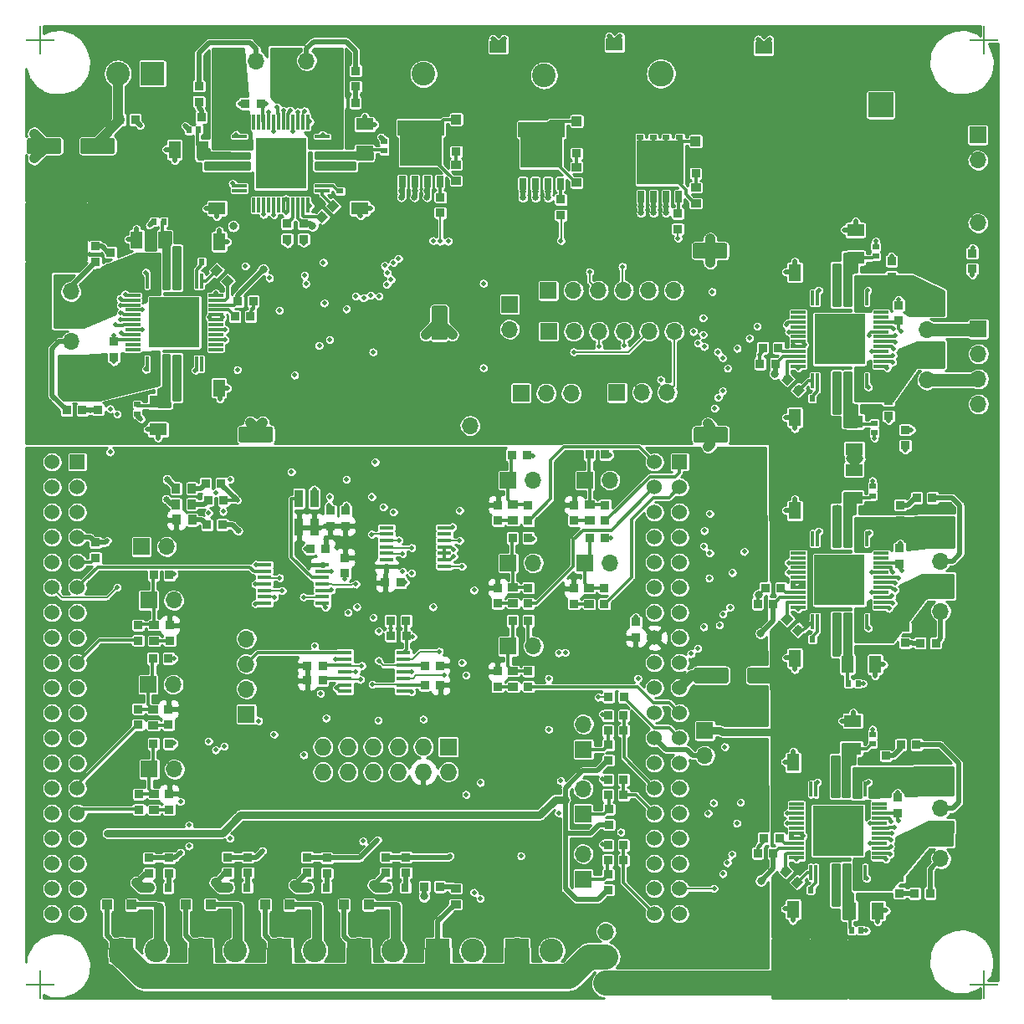
<source format=gtl>
%TF.GenerationSoftware,KiCad,Pcbnew,6.0.0-unknown-952108d~86~ubuntu19.04.1*%
%TF.CreationDate,2019-05-19T01:32:47-07:00*%
%TF.ProjectId,PrntrBoardV1,50726e74-7242-46f6-9172-6456312e6b69,rev?*%
%TF.SameCoordinates,PX1303eb8PY7093f24*%
%TF.FileFunction,Copper,L1,Top*%
%TF.FilePolarity,Positive*%
%FSLAX46Y46*%
G04 Gerber Fmt 4.6, Leading zero omitted, Abs format (unit mm)*
G04 Created by KiCad (PCBNEW 6.0.0-unknown-952108d~86~ubuntu19.04.1) date 2019-05-19 01:32:47*
%MOMM*%
%LPD*%
G04 APERTURE LIST*
%ADD10O,1.700000X1.700000*%
%ADD11R,1.700000X1.700000*%
%ADD12C,2.500000*%
%ADD13R,2.500000X2.500000*%
%ADD14R,0.640000X0.590000*%
%ADD15R,0.590000X0.640000*%
%ADD16R,0.875000X0.950000*%
%ADD17C,0.875000*%
%ADD18C,0.100000*%
%ADD19R,0.950000X0.875000*%
%ADD20R,1.250000X1.750000*%
%ADD21R,1.750000X1.250000*%
%ADD22O,1.727200X1.727200*%
%ADD23R,1.727200X1.727200*%
%ADD24R,3.000000X0.127000*%
%ADD25R,0.127000X3.000000*%
%ADD26R,0.900000X1.750000*%
%ADD27C,1.524000*%
%ADD28R,1.524000X1.524000*%
%ADD29R,4.700000X4.500000*%
%ADD30R,0.700000X0.500000*%
%ADD31R,0.650000X1.200000*%
%ADD32R,0.820000X1.000000*%
%ADD33R,1.000000X0.820000*%
%ADD34R,1.000000X1.000000*%
%ADD35R,1.500000X0.300000*%
%ADD36R,0.300000X1.500000*%
%ADD37R,5.100000X5.100000*%
%ADD38C,1.600000*%
%ADD39R,2.600000X2.600000*%
%ADD40C,2.600000*%
%ADD41R,2.400000X2.400000*%
%ADD42C,2.400000*%
%ADD43R,1.450000X0.450000*%
%ADD44R,0.800000X0.900000*%
%ADD45R,0.700000X1.150000*%
%ADD46R,4.700000X1.550000*%
%ADD47R,4.200000X3.300000*%
%ADD48C,0.635000*%
%ADD49C,0.508000*%
%ADD50C,0.838200*%
%ADD51C,0.750000*%
%ADD52C,1.000000*%
%ADD53C,2.540000*%
%ADD54C,0.500000*%
%ADD55C,0.300000*%
%ADD56C,0.203200*%
%ADD57C,1.270000*%
%ADD58C,0.254000*%
G04 APERTURE END LIST*
D10*
X49311000Y68046500D03*
D11*
X49311000Y70586500D03*
D10*
X45311000Y58296500D03*
D11*
X45311000Y60836500D03*
D12*
X80511000Y90746500D03*
D13*
X86861000Y90746500D03*
D14*
X86360000Y75435500D03*
X86360000Y76405500D03*
D15*
X17206000Y74866500D03*
X18176000Y74866500D03*
D14*
X36631800Y86080700D03*
X36631800Y87050700D03*
D15*
X80736400Y11315700D03*
X79766400Y11315700D03*
X17825600Y88204100D03*
X16855600Y88204100D03*
D14*
X11658600Y60429100D03*
X11658600Y59459100D03*
X86233000Y58549500D03*
X86233000Y57579500D03*
D15*
X83906400Y7200900D03*
X84876400Y7200900D03*
X80888800Y61048900D03*
X79918800Y61048900D03*
X14308500Y78946500D03*
X13338500Y78946500D03*
D14*
X86029800Y51165900D03*
X86029800Y52135900D03*
X86029800Y26057900D03*
X86029800Y27027900D03*
D15*
X80914000Y36664900D03*
X79944000Y36664900D03*
X83601600Y32194500D03*
X84571600Y32194500D03*
D14*
X32161400Y82986700D03*
X32161400Y82016700D03*
D16*
X36715500Y42418000D03*
X38290500Y42418000D03*
D17*
X31428662Y80537162D03*
D18*
G36*
X31402145Y81182397D02*
G01*
X32073897Y80510645D01*
X31455179Y79891927D01*
X30783427Y80563679D01*
X31402145Y81182397D01*
X31402145Y81182397D01*
G37*
D17*
X30314968Y79423468D03*
D18*
G36*
X30288451Y80068703D02*
G01*
X30960203Y79396951D01*
X30341485Y78778233D01*
X29669733Y79449985D01*
X30288451Y80068703D01*
X30288451Y80068703D01*
G37*
D16*
X60834100Y15819700D03*
X59259100Y15819700D03*
X9873500Y89246500D03*
X11448500Y89246500D03*
D19*
X89317500Y36324500D03*
X89317500Y37899500D03*
D16*
X49619000Y38546000D03*
X51194000Y38546000D03*
D19*
X26811000Y77159000D03*
X26811000Y78734000D03*
X87957800Y74940400D03*
X87957800Y73365400D03*
D16*
X74942700Y66179700D03*
X76517700Y66179700D03*
D17*
X78553362Y61870538D03*
D18*
G36*
X79198597Y61897055D02*
G01*
X78526845Y61225303D01*
X77908127Y61844021D01*
X78579879Y62515773D01*
X79198597Y61897055D01*
X79198597Y61897055D01*
G37*
D17*
X77439668Y62984232D03*
D18*
G36*
X78084903Y63010749D02*
G01*
X77413151Y62338997D01*
X76794433Y62957715D01*
X77466185Y63629467D01*
X78084903Y63010749D01*
X78084903Y63010749D01*
G37*
D19*
X31178500Y48133000D03*
X31178500Y49708000D03*
X62061000Y36846500D03*
X62061000Y38421500D03*
X7411000Y46471500D03*
X7411000Y44896500D03*
D16*
X38848500Y38546500D03*
X37273500Y38546500D03*
D19*
X88835000Y50262800D03*
X88835000Y48687800D03*
X7373500Y76434000D03*
X7373500Y74859000D03*
D16*
X6081500Y59846500D03*
X4506500Y59846500D03*
X23101300Y69329300D03*
X21526300Y69329300D03*
X13284500Y43189000D03*
X14859500Y43189000D03*
X60859500Y28938800D03*
X59284500Y28938800D03*
X90870500Y36293900D03*
X92445500Y36293900D03*
D19*
X88561000Y19059000D03*
X88561000Y20634000D03*
D16*
X90314100Y10948700D03*
X91889100Y10948700D03*
X88911000Y25996500D03*
X90486000Y25996500D03*
X49606500Y46928000D03*
X51181500Y46928000D03*
X57404300Y55360800D03*
X58979300Y55360800D03*
X74434700Y40271700D03*
X76009700Y40271700D03*
D19*
X88761000Y44323000D03*
X88761000Y45898000D03*
X32661000Y44921500D03*
X32661000Y43346500D03*
X88742500Y10980500D03*
X88742500Y12555500D03*
X17861000Y91071500D03*
X17861000Y92646500D03*
X32711000Y48121500D03*
X32711000Y49696500D03*
D16*
X75196700Y41846500D03*
X76771700Y41846500D03*
D19*
X33724400Y92618200D03*
X33724400Y94193200D03*
D16*
X33698500Y90971500D03*
X32123500Y90971500D03*
D17*
X78502562Y37588138D03*
D18*
G36*
X79147797Y37614655D02*
G01*
X78476045Y36942903D01*
X77857327Y37561621D01*
X78529079Y38233373D01*
X79147797Y37614655D01*
X79147797Y37614655D01*
G37*
D17*
X77388868Y38701832D03*
D18*
G36*
X78034103Y38728349D02*
G01*
X77362351Y38056597D01*
X76743633Y38675315D01*
X77415385Y39347067D01*
X78034103Y38728349D01*
X78034103Y38728349D01*
G37*
D16*
X60834100Y22449100D03*
X59259100Y22449100D03*
D19*
X87366400Y24893400D03*
X87366400Y23318400D03*
D16*
X74434700Y15024100D03*
X76009700Y15024100D03*
X38854000Y36993500D03*
X37279000Y36993500D03*
X30721500Y45847000D03*
X29146500Y45847000D03*
X23368000Y70866000D03*
X21793000Y70866000D03*
D19*
X9271000Y66789500D03*
X9271000Y65214500D03*
D17*
X19641968Y74020532D03*
D18*
G36*
X18996733Y73994015D02*
G01*
X19668485Y74665767D01*
X20287203Y74047049D01*
X19615451Y73375297D01*
X18996733Y73994015D01*
X18996733Y73994015D01*
G37*
D17*
X20755662Y72906838D03*
D18*
G36*
X20110427Y72880321D02*
G01*
X20782179Y73552073D01*
X21400897Y72933355D01*
X20729145Y72261603D01*
X20110427Y72880321D01*
X20110427Y72880321D01*
G37*
D19*
X7671400Y59894400D03*
X7671400Y61469400D03*
D16*
X18119100Y89472900D03*
X19694100Y89472900D03*
X90511000Y50971500D03*
X92086000Y50971500D03*
D19*
X8936000Y75829500D03*
X8936000Y74254500D03*
D16*
X49530100Y55335400D03*
X51105100Y55335400D03*
X13208500Y34743500D03*
X14783500Y34743500D03*
X75044300Y16548100D03*
X76619300Y16548100D03*
X74663100Y64554100D03*
X76238100Y64554100D03*
D17*
X78400962Y12086538D03*
D18*
G36*
X79046197Y12113055D02*
G01*
X78374445Y11441303D01*
X77755727Y12060021D01*
X78427479Y12731773D01*
X79046197Y12113055D01*
X79046197Y12113055D01*
G37*
D17*
X77287268Y13200232D03*
D18*
G36*
X77932503Y13226749D02*
G01*
X77260751Y12554997D01*
X76642033Y13173715D01*
X77313785Y13845467D01*
X77932503Y13226749D01*
X77932503Y13226749D01*
G37*
D19*
X88711000Y68909000D03*
X88711000Y70484000D03*
X87651000Y59270000D03*
X87651000Y60845000D03*
X89336000Y56284000D03*
X89336000Y57859000D03*
X96136000Y75734000D03*
X96136000Y74159000D03*
D16*
X13272000Y26107500D03*
X14847000Y26107500D03*
X57417000Y46928000D03*
X58992000Y46928000D03*
D19*
X28461000Y77159000D03*
X28461000Y78734000D03*
D16*
X24122500Y90896500D03*
X22547500Y90896500D03*
D20*
X17101000Y62106500D03*
X19901000Y62106500D03*
X17124200Y76898500D03*
X19924200Y76898500D03*
X80818200Y24196500D03*
X78018200Y24196500D03*
X80970600Y34734500D03*
X78170600Y34734500D03*
X80970600Y73796500D03*
X78170600Y73796500D03*
D21*
X19715400Y83094100D03*
X19715400Y80294100D03*
D20*
X80978200Y59118500D03*
X78178200Y59118500D03*
D21*
X34142600Y83094100D03*
X34142600Y80294100D03*
X59928000Y94059700D03*
X59928000Y96859700D03*
D20*
X80818200Y9334500D03*
X78018200Y9334500D03*
X80970600Y49696500D03*
X78170600Y49696500D03*
D21*
X75011800Y93722900D03*
X75011800Y96522900D03*
X48158000Y93860100D03*
X48158000Y96660100D03*
D19*
X51211000Y48671500D03*
X51211000Y50246500D03*
D16*
X20236000Y48246500D03*
X18661000Y48246500D03*
X42261000Y11646500D03*
X40686000Y11646500D03*
D19*
X55811000Y41834000D03*
X55811000Y40259000D03*
X58911000Y40260500D03*
X58911000Y41835500D03*
X11811000Y19421500D03*
X11811000Y20996500D03*
D16*
X18786000Y50746500D03*
X20361000Y50746500D03*
X18561000Y52446500D03*
X20136000Y52446500D03*
X28823500Y32496500D03*
X30398500Y32496500D03*
X42298500Y33996500D03*
X40723500Y33996500D03*
D19*
X48161000Y50246500D03*
X48161000Y48671500D03*
X11748000Y28025000D03*
X11748000Y29600000D03*
X51211000Y31878500D03*
X51211000Y33453500D03*
X59348200Y17915200D03*
X59348200Y19490200D03*
D16*
X60834100Y20925100D03*
X59259100Y20925100D03*
D19*
X66344800Y79756000D03*
X66344800Y78181000D03*
X42316400Y81407000D03*
X42316400Y79832000D03*
X43891200Y87604600D03*
X43891200Y86029600D03*
X59297400Y11285800D03*
X59297400Y12860800D03*
D16*
X60834100Y14295700D03*
X59259100Y14295700D03*
D19*
X14859500Y21015000D03*
X14859500Y19440000D03*
X36811000Y14621500D03*
X36811000Y13046500D03*
X48111000Y33434000D03*
X48111000Y31859000D03*
X59322800Y24404900D03*
X59322800Y25979900D03*
X38811000Y13046500D03*
X38811000Y14621500D03*
X20811000Y14621500D03*
X20811000Y13046500D03*
X22811000Y13046500D03*
X22811000Y14621500D03*
X28811000Y14621500D03*
X28811000Y13046500D03*
X12811000Y14546500D03*
X12811000Y12971500D03*
X14796000Y29596500D03*
X14796000Y28021500D03*
D16*
X60898500Y30846500D03*
X59323500Y30846500D03*
D19*
X11748000Y36521500D03*
X11748000Y38096500D03*
X14923000Y38109000D03*
X14923000Y36534000D03*
D16*
X60859500Y27414800D03*
X59284500Y27414800D03*
D19*
X54511000Y81171500D03*
X54511000Y79596500D03*
X56095900Y87427000D03*
X56095900Y85852000D03*
X51211000Y40296500D03*
X51211000Y41871500D03*
D16*
X28823500Y33996500D03*
X30398500Y33996500D03*
X42298500Y32046500D03*
X40723500Y32046500D03*
D19*
X14811000Y12971500D03*
X14811000Y14546500D03*
X48111000Y41884000D03*
X48111000Y40309000D03*
X58961000Y48671500D03*
X58961000Y50246500D03*
X55861000Y50246500D03*
X55861000Y48671500D03*
X30811000Y12971500D03*
X30811000Y14546500D03*
X68148200Y85395000D03*
X68148200Y83820000D03*
D21*
X34650600Y85998900D03*
X34650600Y88798900D03*
X13741400Y60714100D03*
X13741400Y57914100D03*
D20*
X14381000Y77101700D03*
X11581000Y77101700D03*
D21*
X84048600Y25605300D03*
X84048600Y28405300D03*
D20*
X83773800Y9182100D03*
X86573800Y9182100D03*
D21*
X84150200Y51020500D03*
X84150200Y53820500D03*
D20*
X83504600Y34124900D03*
X86304600Y34124900D03*
D21*
X84328000Y75277500D03*
X84328000Y78077500D03*
X84201000Y58707500D03*
X84201000Y55907500D03*
D20*
X18212200Y86222900D03*
X15412200Y86222900D03*
D22*
X30416500Y23241000D03*
X30416500Y25781000D03*
X32956500Y23241000D03*
X32956500Y25781000D03*
X35496500Y23241000D03*
X35496500Y25781000D03*
X38036500Y23241000D03*
X38036500Y25781000D03*
X40576500Y23241000D03*
X40576500Y25781000D03*
X43116500Y23241000D03*
D23*
X43116500Y25781000D03*
D24*
X97336000Y97296500D03*
D25*
X97336000Y97296500D03*
D24*
X97336000Y1746500D03*
D25*
X97336000Y1746500D03*
D24*
X1786000Y97296500D03*
D25*
X1786000Y97296500D03*
D24*
X1786000Y1746500D03*
D25*
X1786000Y1746500D03*
D10*
X96710500Y78803500D03*
D11*
X96710500Y81343500D03*
D10*
X96710500Y85153500D03*
D11*
X96710500Y87693500D03*
D26*
X29540500Y48016500D03*
X29540500Y50916500D03*
X27990500Y50916500D03*
X27990500Y48016500D03*
D27*
X63981000Y54616500D03*
X63981000Y52076500D03*
X63981000Y49536500D03*
X63981000Y46996500D03*
X63981000Y44456500D03*
X63981000Y41916500D03*
X63981000Y39376500D03*
X63981000Y36836500D03*
X63981000Y34296500D03*
X63981000Y31756500D03*
X63981000Y29216500D03*
X63981000Y26676500D03*
X63981000Y24136500D03*
X63981000Y21596500D03*
X63981000Y19056500D03*
X63981000Y16516500D03*
X63981000Y13976500D03*
X63981000Y11436500D03*
D28*
X66521000Y54616500D03*
D27*
X66521000Y52076500D03*
X66521000Y49536500D03*
X66521000Y46996500D03*
X66521000Y44456500D03*
X66521000Y41916500D03*
X66521000Y39376500D03*
X66521000Y36836500D03*
X66521000Y34296500D03*
X66521000Y31756500D03*
X66521000Y29216500D03*
X66521000Y26676500D03*
X66521000Y24136500D03*
X66521000Y21596500D03*
X66521000Y19056500D03*
X66521000Y16516500D03*
X66521000Y13976500D03*
X66521000Y11436500D03*
D28*
X5561000Y54616500D03*
D27*
X5561000Y52076500D03*
X5561000Y49536500D03*
X5561000Y46996500D03*
X5561000Y44456500D03*
X5561000Y41916500D03*
X5561000Y39376500D03*
X5561000Y36836500D03*
X5561000Y34296500D03*
X5561000Y31756500D03*
X5561000Y29216500D03*
X5561000Y26676500D03*
X5561000Y24136500D03*
X5561000Y21596500D03*
X5561000Y19056500D03*
X5561000Y16516500D03*
X5561000Y13976500D03*
X5561000Y11436500D03*
X3021000Y54616500D03*
X3021000Y52076500D03*
X3021000Y49536500D03*
X3021000Y46996500D03*
X3021000Y44456500D03*
X3021000Y41916500D03*
X3021000Y39376500D03*
X3021000Y36836500D03*
X3021000Y34296500D03*
X3021000Y31756500D03*
X3021000Y29216500D03*
X3021000Y26676500D03*
X3021000Y24136500D03*
X3021000Y21596500D03*
X3021000Y19056500D03*
X3021000Y16516500D03*
X3021000Y13976500D03*
X3021000Y11436500D03*
X5561000Y8896500D03*
X3021000Y8896500D03*
X63981000Y8896500D03*
X66521000Y8896500D03*
D29*
X64516000Y84950300D03*
D30*
X62516000Y87450300D03*
X63851000Y87450300D03*
X65181000Y87450300D03*
X66516000Y87450300D03*
D31*
X62611000Y81450300D03*
X63881000Y81450300D03*
X65151000Y81450300D03*
X66421000Y81450300D03*
D10*
X55549800Y61582300D03*
X53009800Y61582300D03*
D11*
X50469800Y61582300D03*
D10*
X65252600Y61633100D03*
X62712600Y61633100D03*
D11*
X60172600Y61633100D03*
D10*
X65963800Y67830700D03*
X63423800Y67830700D03*
X60883800Y67830700D03*
X58343800Y67830700D03*
X55803800Y67830700D03*
D11*
X53263800Y67830700D03*
D10*
X65913000Y71970900D03*
X63373000Y71970900D03*
X60833000Y71970900D03*
X58293000Y71970900D03*
X55753000Y71970900D03*
D11*
X53213000Y71970900D03*
D32*
X17180400Y48753900D03*
X15580400Y48753900D03*
X17161000Y51946500D03*
X15561000Y51946500D03*
X17161000Y50346500D03*
X15561000Y50346500D03*
D33*
X43861000Y11446500D03*
X43861000Y9846500D03*
D34*
X68137400Y87083900D03*
X70637400Y87083900D03*
X43911000Y89296500D03*
X46411000Y89296500D03*
X56111000Y89115900D03*
X58611000Y89115900D03*
X11061000Y9796500D03*
X8561000Y9796500D03*
X27061000Y9796500D03*
X24561000Y9796500D03*
X19061000Y9842500D03*
X16561000Y9842500D03*
X35061000Y9796500D03*
X32561000Y9796500D03*
D10*
X14601000Y46046500D03*
D11*
X12061000Y46046500D03*
D10*
X69061000Y24896500D03*
D11*
X69061000Y27436500D03*
D35*
X86765599Y14539200D03*
X86765599Y15039200D03*
X86765599Y15539200D03*
X86765599Y16039200D03*
X86765599Y16539200D03*
X86765599Y17039200D03*
X86765599Y17539200D03*
X86765599Y18039200D03*
X86765599Y18539200D03*
X86765599Y19039200D03*
X86765599Y19539200D03*
X86765599Y20039200D03*
D36*
X85315599Y21489200D03*
X84315599Y21489200D03*
X83315599Y21489200D03*
X82315599Y21489200D03*
X81315599Y21489200D03*
X80315599Y21489200D03*
X79815599Y21489200D03*
D35*
X78365599Y20039200D03*
X78365599Y19539200D03*
X78365599Y19039200D03*
X78365599Y18539200D03*
X78365599Y18039200D03*
X78365599Y17539200D03*
X78365599Y17039200D03*
X78365599Y16539200D03*
X78365599Y16039200D03*
X78365599Y15539200D03*
X78365599Y15039200D03*
X78365599Y14539200D03*
D36*
X79815599Y13089200D03*
X80315599Y13089200D03*
X80815599Y13089200D03*
X81315599Y13089200D03*
X82315599Y13089200D03*
X83315599Y13089200D03*
X84315599Y13089200D03*
X85315599Y13089200D03*
D37*
X82565599Y17289200D03*
D35*
X11167201Y71499800D03*
X11167201Y70999800D03*
X11167201Y70499800D03*
X11167201Y69999800D03*
X11167201Y69499800D03*
X11167201Y68999800D03*
X11167201Y68499800D03*
X11167201Y67999800D03*
X11167201Y67499800D03*
X11167201Y66999800D03*
X11167201Y66499800D03*
X11167201Y65999800D03*
D36*
X12617201Y64549800D03*
X13617201Y64549800D03*
X14617201Y64549800D03*
X15617201Y64549800D03*
X16617201Y64549800D03*
X17617201Y64549800D03*
X18117201Y64549800D03*
D35*
X19567201Y65999800D03*
X19567201Y66499800D03*
X19567201Y66999800D03*
X19567201Y67499800D03*
X19567201Y67999800D03*
X19567201Y68499800D03*
X19567201Y68999800D03*
X19567201Y69499800D03*
X19567201Y69999800D03*
X19567201Y70499800D03*
X19567201Y70999800D03*
X19567201Y71499800D03*
D36*
X18117201Y72949800D03*
X17617201Y72949800D03*
X17117201Y72949800D03*
X16617201Y72949800D03*
X15617201Y72949800D03*
X14617201Y72949800D03*
X13617201Y72949800D03*
X12617201Y72949800D03*
D37*
X15367201Y68749800D03*
D35*
X86904399Y39919200D03*
X86904399Y40419200D03*
X86904399Y40919200D03*
X86904399Y41419200D03*
X86904399Y41919200D03*
X86904399Y42419200D03*
X86904399Y42919200D03*
X86904399Y43419200D03*
X86904399Y43919200D03*
X86904399Y44419200D03*
X86904399Y44919200D03*
X86904399Y45419200D03*
D36*
X85454399Y46869200D03*
X84454399Y46869200D03*
X83454399Y46869200D03*
X82454399Y46869200D03*
X81454399Y46869200D03*
X80454399Y46869200D03*
X79954399Y46869200D03*
D35*
X78504399Y45419200D03*
X78504399Y44919200D03*
X78504399Y44419200D03*
X78504399Y43919200D03*
X78504399Y43419200D03*
X78504399Y42919200D03*
X78504399Y42419200D03*
X78504399Y41919200D03*
X78504399Y41419200D03*
X78504399Y40919200D03*
X78504399Y40419200D03*
X78504399Y39919200D03*
D36*
X79954399Y38469200D03*
X80454399Y38469200D03*
X80954399Y38469200D03*
X81454399Y38469200D03*
X82454399Y38469200D03*
X83454399Y38469200D03*
X84454399Y38469200D03*
X85454399Y38469200D03*
D37*
X82704399Y42669200D03*
D35*
X86917999Y64292000D03*
X86917999Y64792000D03*
X86917999Y65292000D03*
X86917999Y65792000D03*
X86917999Y66292000D03*
X86917999Y66792000D03*
X86917999Y67292000D03*
X86917999Y67792000D03*
X86917999Y68292000D03*
X86917999Y68792000D03*
X86917999Y69292000D03*
X86917999Y69792000D03*
D36*
X85467999Y71242000D03*
X84467999Y71242000D03*
X83467999Y71242000D03*
X82467999Y71242000D03*
X81467999Y71242000D03*
X80467999Y71242000D03*
X79967999Y71242000D03*
D35*
X78517999Y69792000D03*
X78517999Y69292000D03*
X78517999Y68792000D03*
X78517999Y68292000D03*
X78517999Y67792000D03*
X78517999Y67292000D03*
X78517999Y66792000D03*
X78517999Y66292000D03*
X78517999Y65792000D03*
X78517999Y65292000D03*
X78517999Y64792000D03*
X78517999Y64292000D03*
D36*
X79967999Y62842000D03*
X80467999Y62842000D03*
X80967999Y62842000D03*
X81467999Y62842000D03*
X82467999Y62842000D03*
X83467999Y62842000D03*
X84467999Y62842000D03*
X85467999Y62842000D03*
D37*
X82717999Y67042000D03*
D36*
X28907100Y89011099D03*
X28407100Y89011099D03*
X27907100Y89011099D03*
X27407100Y89011099D03*
X26907100Y89011099D03*
X26407100Y89011099D03*
X25907100Y89011099D03*
X25407100Y89011099D03*
X24907100Y89011099D03*
X24407100Y89011099D03*
X23907100Y89011099D03*
X23407100Y89011099D03*
D35*
X21957100Y87561099D03*
X21957100Y86561099D03*
X21957100Y85561099D03*
X21957100Y84561099D03*
X21957100Y83561099D03*
X21957100Y82561099D03*
X21957100Y82061099D03*
D36*
X23407100Y80611099D03*
X23907100Y80611099D03*
X24407100Y80611099D03*
X24907100Y80611099D03*
X25407100Y80611099D03*
X25907100Y80611099D03*
X26407100Y80611099D03*
X26907100Y80611099D03*
X27407100Y80611099D03*
X27907100Y80611099D03*
X28407100Y80611099D03*
X28907100Y80611099D03*
D35*
X30357100Y82061099D03*
X30357100Y82561099D03*
X30357100Y83061099D03*
X30357100Y83561099D03*
X30357100Y84561099D03*
X30357100Y85561099D03*
X30357100Y86561099D03*
X30357100Y87561099D03*
D37*
X26157100Y84811099D03*
D18*
G36*
X3735504Y87395296D02*
G01*
X3759773Y87391696D01*
X3783571Y87385735D01*
X3806671Y87377470D01*
X3828849Y87366980D01*
X3849893Y87354367D01*
X3869598Y87339753D01*
X3887777Y87323277D01*
X3904253Y87305098D01*
X3918867Y87285393D01*
X3931480Y87264349D01*
X3941970Y87242171D01*
X3950235Y87219071D01*
X3956196Y87195273D01*
X3959796Y87171004D01*
X3961000Y87146500D01*
X3961000Y86046500D01*
X3959796Y86021996D01*
X3956196Y85997727D01*
X3950235Y85973929D01*
X3941970Y85950829D01*
X3931480Y85928651D01*
X3918867Y85907607D01*
X3904253Y85887902D01*
X3887777Y85869723D01*
X3869598Y85853247D01*
X3849893Y85838633D01*
X3828849Y85826020D01*
X3806671Y85815530D01*
X3783571Y85807265D01*
X3759773Y85801304D01*
X3735504Y85797704D01*
X3711000Y85796500D01*
X711000Y85796500D01*
X686496Y85797704D01*
X662227Y85801304D01*
X638429Y85807265D01*
X615329Y85815530D01*
X593151Y85826020D01*
X572107Y85838633D01*
X552402Y85853247D01*
X534223Y85869723D01*
X517747Y85887902D01*
X503133Y85907607D01*
X490520Y85928651D01*
X480030Y85950829D01*
X471765Y85973929D01*
X465804Y85997727D01*
X462204Y86021996D01*
X461000Y86046500D01*
X461000Y87146500D01*
X462204Y87171004D01*
X465804Y87195273D01*
X471765Y87219071D01*
X480030Y87242171D01*
X490520Y87264349D01*
X503133Y87285393D01*
X517747Y87305098D01*
X534223Y87323277D01*
X552402Y87339753D01*
X572107Y87354367D01*
X593151Y87366980D01*
X615329Y87377470D01*
X638429Y87385735D01*
X662227Y87391696D01*
X686496Y87395296D01*
X711000Y87396500D01*
X3711000Y87396500D01*
X3735504Y87395296D01*
X3735504Y87395296D01*
G37*
D38*
X2211000Y86596500D03*
D18*
G36*
X9135504Y87395296D02*
G01*
X9159773Y87391696D01*
X9183571Y87385735D01*
X9206671Y87377470D01*
X9228849Y87366980D01*
X9249893Y87354367D01*
X9269598Y87339753D01*
X9287777Y87323277D01*
X9304253Y87305098D01*
X9318867Y87285393D01*
X9331480Y87264349D01*
X9341970Y87242171D01*
X9350235Y87219071D01*
X9356196Y87195273D01*
X9359796Y87171004D01*
X9361000Y87146500D01*
X9361000Y86046500D01*
X9359796Y86021996D01*
X9356196Y85997727D01*
X9350235Y85973929D01*
X9341970Y85950829D01*
X9331480Y85928651D01*
X9318867Y85907607D01*
X9304253Y85887902D01*
X9287777Y85869723D01*
X9269598Y85853247D01*
X9249893Y85838633D01*
X9228849Y85826020D01*
X9206671Y85815530D01*
X9183571Y85807265D01*
X9159773Y85801304D01*
X9135504Y85797704D01*
X9111000Y85796500D01*
X6111000Y85796500D01*
X6086496Y85797704D01*
X6062227Y85801304D01*
X6038429Y85807265D01*
X6015329Y85815530D01*
X5993151Y85826020D01*
X5972107Y85838633D01*
X5952402Y85853247D01*
X5934223Y85869723D01*
X5917747Y85887902D01*
X5903133Y85907607D01*
X5890520Y85928651D01*
X5880030Y85950829D01*
X5871765Y85973929D01*
X5865804Y85997727D01*
X5862204Y86021996D01*
X5861000Y86046500D01*
X5861000Y87146500D01*
X5862204Y87171004D01*
X5865804Y87195273D01*
X5871765Y87219071D01*
X5880030Y87242171D01*
X5890520Y87264349D01*
X5903133Y87285393D01*
X5917747Y87305098D01*
X5934223Y87323277D01*
X5952402Y87339753D01*
X5972107Y87354367D01*
X5993151Y87366980D01*
X6015329Y87377470D01*
X6038429Y87385735D01*
X6062227Y87391696D01*
X6086496Y87395296D01*
X6111000Y87396500D01*
X9111000Y87396500D01*
X9135504Y87395296D01*
X9135504Y87395296D01*
G37*
D38*
X7611000Y86596500D03*
D33*
X43891200Y83070700D03*
X43891200Y84670700D03*
X13335500Y38096500D03*
X13335500Y36496500D03*
X68148200Y80810300D03*
X68148200Y82410300D03*
X49670000Y41911500D03*
X49670000Y40311500D03*
X57411000Y50296500D03*
X57411000Y48696500D03*
X13272000Y29574500D03*
X13272000Y27974500D03*
X49670000Y50280600D03*
X49670000Y48680600D03*
X13335500Y21027500D03*
X13335500Y19427500D03*
X57361000Y41846500D03*
X57361000Y40246500D03*
X49670000Y33478500D03*
X49670000Y31878500D03*
X56095900Y82867500D03*
X56095900Y84467500D03*
D39*
X69710300Y93916500D03*
D40*
X64630300Y93916500D03*
D41*
X44094400Y93891100D03*
D42*
X40594400Y93891100D03*
D41*
X56299100Y93738700D03*
D42*
X52799100Y93738700D03*
D41*
X10061000Y5168900D03*
D42*
X13561000Y5168900D03*
D41*
X42061000Y5157000D03*
D42*
X45561000Y5157000D03*
D41*
X50061000Y5157000D03*
D42*
X53561000Y5157000D03*
D41*
X34061000Y5157000D03*
D42*
X37561000Y5157000D03*
D41*
X18061000Y5165600D03*
D42*
X21561000Y5165600D03*
D41*
X13161000Y93916500D03*
D42*
X9661000Y93916500D03*
D41*
X26061000Y5168900D03*
D42*
X29561000Y5168900D03*
D18*
G36*
X71110504Y76795296D02*
G01*
X71134773Y76791696D01*
X71158571Y76785735D01*
X71181671Y76777470D01*
X71203849Y76766980D01*
X71224893Y76754367D01*
X71244598Y76739753D01*
X71262777Y76723277D01*
X71279253Y76705098D01*
X71293867Y76685393D01*
X71306480Y76664349D01*
X71316970Y76642171D01*
X71325235Y76619071D01*
X71331196Y76595273D01*
X71334796Y76571004D01*
X71336000Y76546500D01*
X71336000Y75446500D01*
X71334796Y75421996D01*
X71331196Y75397727D01*
X71325235Y75373929D01*
X71316970Y75350829D01*
X71306480Y75328651D01*
X71293867Y75307607D01*
X71279253Y75287902D01*
X71262777Y75269723D01*
X71244598Y75253247D01*
X71224893Y75238633D01*
X71203849Y75226020D01*
X71181671Y75215530D01*
X71158571Y75207265D01*
X71134773Y75201304D01*
X71110504Y75197704D01*
X71086000Y75196500D01*
X68086000Y75196500D01*
X68061496Y75197704D01*
X68037227Y75201304D01*
X68013429Y75207265D01*
X67990329Y75215530D01*
X67968151Y75226020D01*
X67947107Y75238633D01*
X67927402Y75253247D01*
X67909223Y75269723D01*
X67892747Y75287902D01*
X67878133Y75307607D01*
X67865520Y75328651D01*
X67855030Y75350829D01*
X67846765Y75373929D01*
X67840804Y75397727D01*
X67837204Y75421996D01*
X67836000Y75446500D01*
X67836000Y76546500D01*
X67837204Y76571004D01*
X67840804Y76595273D01*
X67846765Y76619071D01*
X67855030Y76642171D01*
X67865520Y76664349D01*
X67878133Y76685393D01*
X67892747Y76705098D01*
X67909223Y76723277D01*
X67927402Y76739753D01*
X67947107Y76754367D01*
X67968151Y76766980D01*
X67990329Y76777470D01*
X68013429Y76785735D01*
X68037227Y76791696D01*
X68061496Y76795296D01*
X68086000Y76796500D01*
X71086000Y76796500D01*
X71110504Y76795296D01*
X71110504Y76795296D01*
G37*
D38*
X69586000Y75996500D03*
D18*
G36*
X76510504Y76795296D02*
G01*
X76534773Y76791696D01*
X76558571Y76785735D01*
X76581671Y76777470D01*
X76603849Y76766980D01*
X76624893Y76754367D01*
X76644598Y76739753D01*
X76662777Y76723277D01*
X76679253Y76705098D01*
X76693867Y76685393D01*
X76706480Y76664349D01*
X76716970Y76642171D01*
X76725235Y76619071D01*
X76731196Y76595273D01*
X76734796Y76571004D01*
X76736000Y76546500D01*
X76736000Y75446500D01*
X76734796Y75421996D01*
X76731196Y75397727D01*
X76725235Y75373929D01*
X76716970Y75350829D01*
X76706480Y75328651D01*
X76693867Y75307607D01*
X76679253Y75287902D01*
X76662777Y75269723D01*
X76644598Y75253247D01*
X76624893Y75238633D01*
X76603849Y75226020D01*
X76581671Y75215530D01*
X76558571Y75207265D01*
X76534773Y75201304D01*
X76510504Y75197704D01*
X76486000Y75196500D01*
X73486000Y75196500D01*
X73461496Y75197704D01*
X73437227Y75201304D01*
X73413429Y75207265D01*
X73390329Y75215530D01*
X73368151Y75226020D01*
X73347107Y75238633D01*
X73327402Y75253247D01*
X73309223Y75269723D01*
X73292747Y75287902D01*
X73278133Y75307607D01*
X73265520Y75328651D01*
X73255030Y75350829D01*
X73246765Y75373929D01*
X73240804Y75397727D01*
X73237204Y75421996D01*
X73236000Y75446500D01*
X73236000Y76546500D01*
X73237204Y76571004D01*
X73240804Y76595273D01*
X73246765Y76619071D01*
X73255030Y76642171D01*
X73265520Y76664349D01*
X73278133Y76685393D01*
X73292747Y76705098D01*
X73309223Y76723277D01*
X73327402Y76739753D01*
X73347107Y76754367D01*
X73368151Y76766980D01*
X73390329Y76777470D01*
X73413429Y76785735D01*
X73437227Y76791696D01*
X73461496Y76795296D01*
X73486000Y76796500D01*
X76486000Y76796500D01*
X76510504Y76795296D01*
X76510504Y76795296D01*
G37*
D38*
X74986000Y75996500D03*
D18*
G36*
X25145504Y58205296D02*
G01*
X25169773Y58201696D01*
X25193571Y58195735D01*
X25216671Y58187470D01*
X25238849Y58176980D01*
X25259893Y58164367D01*
X25279598Y58149753D01*
X25297777Y58133277D01*
X25314253Y58115098D01*
X25328867Y58095393D01*
X25341480Y58074349D01*
X25351970Y58052171D01*
X25360235Y58029071D01*
X25366196Y58005273D01*
X25369796Y57981004D01*
X25371000Y57956500D01*
X25371000Y56856500D01*
X25369796Y56831996D01*
X25366196Y56807727D01*
X25360235Y56783929D01*
X25351970Y56760829D01*
X25341480Y56738651D01*
X25328867Y56717607D01*
X25314253Y56697902D01*
X25297777Y56679723D01*
X25279598Y56663247D01*
X25259893Y56648633D01*
X25238849Y56636020D01*
X25216671Y56625530D01*
X25193571Y56617265D01*
X25169773Y56611304D01*
X25145504Y56607704D01*
X25121000Y56606500D01*
X22121000Y56606500D01*
X22096496Y56607704D01*
X22072227Y56611304D01*
X22048429Y56617265D01*
X22025329Y56625530D01*
X22003151Y56636020D01*
X21982107Y56648633D01*
X21962402Y56663247D01*
X21944223Y56679723D01*
X21927747Y56697902D01*
X21913133Y56717607D01*
X21900520Y56738651D01*
X21890030Y56760829D01*
X21881765Y56783929D01*
X21875804Y56807727D01*
X21872204Y56831996D01*
X21871000Y56856500D01*
X21871000Y57956500D01*
X21872204Y57981004D01*
X21875804Y58005273D01*
X21881765Y58029071D01*
X21890030Y58052171D01*
X21900520Y58074349D01*
X21913133Y58095393D01*
X21927747Y58115098D01*
X21944223Y58133277D01*
X21962402Y58149753D01*
X21982107Y58164367D01*
X22003151Y58176980D01*
X22025329Y58187470D01*
X22048429Y58195735D01*
X22072227Y58201696D01*
X22096496Y58205296D01*
X22121000Y58206500D01*
X25121000Y58206500D01*
X25145504Y58205296D01*
X25145504Y58205296D01*
G37*
D38*
X23621000Y57406500D03*
D18*
G36*
X19745504Y58205296D02*
G01*
X19769773Y58201696D01*
X19793571Y58195735D01*
X19816671Y58187470D01*
X19838849Y58176980D01*
X19859893Y58164367D01*
X19879598Y58149753D01*
X19897777Y58133277D01*
X19914253Y58115098D01*
X19928867Y58095393D01*
X19941480Y58074349D01*
X19951970Y58052171D01*
X19960235Y58029071D01*
X19966196Y58005273D01*
X19969796Y57981004D01*
X19971000Y57956500D01*
X19971000Y56856500D01*
X19969796Y56831996D01*
X19966196Y56807727D01*
X19960235Y56783929D01*
X19951970Y56760829D01*
X19941480Y56738651D01*
X19928867Y56717607D01*
X19914253Y56697902D01*
X19897777Y56679723D01*
X19879598Y56663247D01*
X19859893Y56648633D01*
X19838849Y56636020D01*
X19816671Y56625530D01*
X19793571Y56617265D01*
X19769773Y56611304D01*
X19745504Y56607704D01*
X19721000Y56606500D01*
X16721000Y56606500D01*
X16696496Y56607704D01*
X16672227Y56611304D01*
X16648429Y56617265D01*
X16625329Y56625530D01*
X16603151Y56636020D01*
X16582107Y56648633D01*
X16562402Y56663247D01*
X16544223Y56679723D01*
X16527747Y56697902D01*
X16513133Y56717607D01*
X16500520Y56738651D01*
X16490030Y56760829D01*
X16481765Y56783929D01*
X16475804Y56807727D01*
X16472204Y56831996D01*
X16471000Y56856500D01*
X16471000Y57956500D01*
X16472204Y57981004D01*
X16475804Y58005273D01*
X16481765Y58029071D01*
X16490030Y58052171D01*
X16500520Y58074349D01*
X16513133Y58095393D01*
X16527747Y58115098D01*
X16544223Y58133277D01*
X16562402Y58149753D01*
X16582107Y58164367D01*
X16603151Y58176980D01*
X16625329Y58187470D01*
X16648429Y58195735D01*
X16672227Y58201696D01*
X16696496Y58205296D01*
X16721000Y58206500D01*
X19721000Y58206500D01*
X19745504Y58205296D01*
X19745504Y58205296D01*
G37*
D38*
X18221000Y57406500D03*
D18*
G36*
X71235504Y33820296D02*
G01*
X71259773Y33816696D01*
X71283571Y33810735D01*
X71306671Y33802470D01*
X71328849Y33791980D01*
X71349893Y33779367D01*
X71369598Y33764753D01*
X71387777Y33748277D01*
X71404253Y33730098D01*
X71418867Y33710393D01*
X71431480Y33689349D01*
X71441970Y33667171D01*
X71450235Y33644071D01*
X71456196Y33620273D01*
X71459796Y33596004D01*
X71461000Y33571500D01*
X71461000Y32471500D01*
X71459796Y32446996D01*
X71456196Y32422727D01*
X71450235Y32398929D01*
X71441970Y32375829D01*
X71431480Y32353651D01*
X71418867Y32332607D01*
X71404253Y32312902D01*
X71387777Y32294723D01*
X71369598Y32278247D01*
X71349893Y32263633D01*
X71328849Y32251020D01*
X71306671Y32240530D01*
X71283571Y32232265D01*
X71259773Y32226304D01*
X71235504Y32222704D01*
X71211000Y32221500D01*
X68211000Y32221500D01*
X68186496Y32222704D01*
X68162227Y32226304D01*
X68138429Y32232265D01*
X68115329Y32240530D01*
X68093151Y32251020D01*
X68072107Y32263633D01*
X68052402Y32278247D01*
X68034223Y32294723D01*
X68017747Y32312902D01*
X68003133Y32332607D01*
X67990520Y32353651D01*
X67980030Y32375829D01*
X67971765Y32398929D01*
X67965804Y32422727D01*
X67962204Y32446996D01*
X67961000Y32471500D01*
X67961000Y33571500D01*
X67962204Y33596004D01*
X67965804Y33620273D01*
X67971765Y33644071D01*
X67980030Y33667171D01*
X67990520Y33689349D01*
X68003133Y33710393D01*
X68017747Y33730098D01*
X68034223Y33748277D01*
X68052402Y33764753D01*
X68072107Y33779367D01*
X68093151Y33791980D01*
X68115329Y33802470D01*
X68138429Y33810735D01*
X68162227Y33816696D01*
X68186496Y33820296D01*
X68211000Y33821500D01*
X71211000Y33821500D01*
X71235504Y33820296D01*
X71235504Y33820296D01*
G37*
D38*
X69711000Y33021500D03*
D18*
G36*
X76635504Y33820296D02*
G01*
X76659773Y33816696D01*
X76683571Y33810735D01*
X76706671Y33802470D01*
X76728849Y33791980D01*
X76749893Y33779367D01*
X76769598Y33764753D01*
X76787777Y33748277D01*
X76804253Y33730098D01*
X76818867Y33710393D01*
X76831480Y33689349D01*
X76841970Y33667171D01*
X76850235Y33644071D01*
X76856196Y33620273D01*
X76859796Y33596004D01*
X76861000Y33571500D01*
X76861000Y32471500D01*
X76859796Y32446996D01*
X76856196Y32422727D01*
X76850235Y32398929D01*
X76841970Y32375829D01*
X76831480Y32353651D01*
X76818867Y32332607D01*
X76804253Y32312902D01*
X76787777Y32294723D01*
X76769598Y32278247D01*
X76749893Y32263633D01*
X76728849Y32251020D01*
X76706671Y32240530D01*
X76683571Y32232265D01*
X76659773Y32226304D01*
X76635504Y32222704D01*
X76611000Y32221500D01*
X73611000Y32221500D01*
X73586496Y32222704D01*
X73562227Y32226304D01*
X73538429Y32232265D01*
X73515329Y32240530D01*
X73493151Y32251020D01*
X73472107Y32263633D01*
X73452402Y32278247D01*
X73434223Y32294723D01*
X73417747Y32312902D01*
X73403133Y32332607D01*
X73390520Y32353651D01*
X73380030Y32375829D01*
X73371765Y32398929D01*
X73365804Y32422727D01*
X73362204Y32446996D01*
X73361000Y32471500D01*
X73361000Y33571500D01*
X73362204Y33596004D01*
X73365804Y33620273D01*
X73371765Y33644071D01*
X73380030Y33667171D01*
X73390520Y33689349D01*
X73403133Y33710393D01*
X73417747Y33730098D01*
X73434223Y33748277D01*
X73452402Y33764753D01*
X73472107Y33779367D01*
X73493151Y33791980D01*
X73515329Y33802470D01*
X73538429Y33810735D01*
X73562227Y33816696D01*
X73586496Y33820296D01*
X73611000Y33821500D01*
X76611000Y33821500D01*
X76635504Y33820296D01*
X76635504Y33820296D01*
G37*
D38*
X75111000Y33021500D03*
D18*
G36*
X42785504Y70445296D02*
G01*
X42809773Y70441696D01*
X42833571Y70435735D01*
X42856671Y70427470D01*
X42878849Y70416980D01*
X42899893Y70404367D01*
X42919598Y70389753D01*
X42937777Y70373277D01*
X42954253Y70355098D01*
X42968867Y70335393D01*
X42981480Y70314349D01*
X42991970Y70292171D01*
X43000235Y70269071D01*
X43006196Y70245273D01*
X43009796Y70221004D01*
X43011000Y70196500D01*
X43011000Y67196500D01*
X43009796Y67171996D01*
X43006196Y67147727D01*
X43000235Y67123929D01*
X42991970Y67100829D01*
X42981480Y67078651D01*
X42968867Y67057607D01*
X42954253Y67037902D01*
X42937777Y67019723D01*
X42919598Y67003247D01*
X42899893Y66988633D01*
X42878849Y66976020D01*
X42856671Y66965530D01*
X42833571Y66957265D01*
X42809773Y66951304D01*
X42785504Y66947704D01*
X42761000Y66946500D01*
X41661000Y66946500D01*
X41636496Y66947704D01*
X41612227Y66951304D01*
X41588429Y66957265D01*
X41565329Y66965530D01*
X41543151Y66976020D01*
X41522107Y66988633D01*
X41502402Y67003247D01*
X41484223Y67019723D01*
X41467747Y67037902D01*
X41453133Y67057607D01*
X41440520Y67078651D01*
X41430030Y67100829D01*
X41421765Y67123929D01*
X41415804Y67147727D01*
X41412204Y67171996D01*
X41411000Y67196500D01*
X41411000Y70196500D01*
X41412204Y70221004D01*
X41415804Y70245273D01*
X41421765Y70269071D01*
X41430030Y70292171D01*
X41440520Y70314349D01*
X41453133Y70335393D01*
X41467747Y70355098D01*
X41484223Y70373277D01*
X41502402Y70389753D01*
X41522107Y70404367D01*
X41543151Y70416980D01*
X41565329Y70427470D01*
X41588429Y70435735D01*
X41612227Y70441696D01*
X41636496Y70445296D01*
X41661000Y70446500D01*
X42761000Y70446500D01*
X42785504Y70445296D01*
X42785504Y70445296D01*
G37*
D38*
X42211000Y68696500D03*
D18*
G36*
X42785504Y75845296D02*
G01*
X42809773Y75841696D01*
X42833571Y75835735D01*
X42856671Y75827470D01*
X42878849Y75816980D01*
X42899893Y75804367D01*
X42919598Y75789753D01*
X42937777Y75773277D01*
X42954253Y75755098D01*
X42968867Y75735393D01*
X42981480Y75714349D01*
X42991970Y75692171D01*
X43000235Y75669071D01*
X43006196Y75645273D01*
X43009796Y75621004D01*
X43011000Y75596500D01*
X43011000Y72596500D01*
X43009796Y72571996D01*
X43006196Y72547727D01*
X43000235Y72523929D01*
X42991970Y72500829D01*
X42981480Y72478651D01*
X42968867Y72457607D01*
X42954253Y72437902D01*
X42937777Y72419723D01*
X42919598Y72403247D01*
X42899893Y72388633D01*
X42878849Y72376020D01*
X42856671Y72365530D01*
X42833571Y72357265D01*
X42809773Y72351304D01*
X42785504Y72347704D01*
X42761000Y72346500D01*
X41661000Y72346500D01*
X41636496Y72347704D01*
X41612227Y72351304D01*
X41588429Y72357265D01*
X41565329Y72365530D01*
X41543151Y72376020D01*
X41522107Y72388633D01*
X41502402Y72403247D01*
X41484223Y72419723D01*
X41467747Y72437902D01*
X41453133Y72457607D01*
X41440520Y72478651D01*
X41430030Y72500829D01*
X41421765Y72523929D01*
X41415804Y72547727D01*
X41412204Y72571996D01*
X41411000Y72596500D01*
X41411000Y75596500D01*
X41412204Y75621004D01*
X41415804Y75645273D01*
X41421765Y75669071D01*
X41430030Y75692171D01*
X41440520Y75714349D01*
X41453133Y75735393D01*
X41467747Y75755098D01*
X41484223Y75773277D01*
X41502402Y75789753D01*
X41522107Y75804367D01*
X41543151Y75816980D01*
X41565329Y75827470D01*
X41588429Y75835735D01*
X41612227Y75841696D01*
X41636496Y75845296D01*
X41661000Y75846500D01*
X42761000Y75846500D01*
X42785504Y75845296D01*
X42785504Y75845296D01*
G37*
D38*
X42211000Y74096500D03*
D18*
G36*
X71185504Y58145296D02*
G01*
X71209773Y58141696D01*
X71233571Y58135735D01*
X71256671Y58127470D01*
X71278849Y58116980D01*
X71299893Y58104367D01*
X71319598Y58089753D01*
X71337777Y58073277D01*
X71354253Y58055098D01*
X71368867Y58035393D01*
X71381480Y58014349D01*
X71391970Y57992171D01*
X71400235Y57969071D01*
X71406196Y57945273D01*
X71409796Y57921004D01*
X71411000Y57896500D01*
X71411000Y56796500D01*
X71409796Y56771996D01*
X71406196Y56747727D01*
X71400235Y56723929D01*
X71391970Y56700829D01*
X71381480Y56678651D01*
X71368867Y56657607D01*
X71354253Y56637902D01*
X71337777Y56619723D01*
X71319598Y56603247D01*
X71299893Y56588633D01*
X71278849Y56576020D01*
X71256671Y56565530D01*
X71233571Y56557265D01*
X71209773Y56551304D01*
X71185504Y56547704D01*
X71161000Y56546500D01*
X68161000Y56546500D01*
X68136496Y56547704D01*
X68112227Y56551304D01*
X68088429Y56557265D01*
X68065329Y56565530D01*
X68043151Y56576020D01*
X68022107Y56588633D01*
X68002402Y56603247D01*
X67984223Y56619723D01*
X67967747Y56637902D01*
X67953133Y56657607D01*
X67940520Y56678651D01*
X67930030Y56700829D01*
X67921765Y56723929D01*
X67915804Y56747727D01*
X67912204Y56771996D01*
X67911000Y56796500D01*
X67911000Y57896500D01*
X67912204Y57921004D01*
X67915804Y57945273D01*
X67921765Y57969071D01*
X67930030Y57992171D01*
X67940520Y58014349D01*
X67953133Y58035393D01*
X67967747Y58055098D01*
X67984223Y58073277D01*
X68002402Y58089753D01*
X68022107Y58104367D01*
X68043151Y58116980D01*
X68065329Y58127470D01*
X68088429Y58135735D01*
X68112227Y58141696D01*
X68136496Y58145296D01*
X68161000Y58146500D01*
X71161000Y58146500D01*
X71185504Y58145296D01*
X71185504Y58145296D01*
G37*
D38*
X69661000Y57346500D03*
D18*
G36*
X76585504Y58145296D02*
G01*
X76609773Y58141696D01*
X76633571Y58135735D01*
X76656671Y58127470D01*
X76678849Y58116980D01*
X76699893Y58104367D01*
X76719598Y58089753D01*
X76737777Y58073277D01*
X76754253Y58055098D01*
X76768867Y58035393D01*
X76781480Y58014349D01*
X76791970Y57992171D01*
X76800235Y57969071D01*
X76806196Y57945273D01*
X76809796Y57921004D01*
X76811000Y57896500D01*
X76811000Y56796500D01*
X76809796Y56771996D01*
X76806196Y56747727D01*
X76800235Y56723929D01*
X76791970Y56700829D01*
X76781480Y56678651D01*
X76768867Y56657607D01*
X76754253Y56637902D01*
X76737777Y56619723D01*
X76719598Y56603247D01*
X76699893Y56588633D01*
X76678849Y56576020D01*
X76656671Y56565530D01*
X76633571Y56557265D01*
X76609773Y56551304D01*
X76585504Y56547704D01*
X76561000Y56546500D01*
X73561000Y56546500D01*
X73536496Y56547704D01*
X73512227Y56551304D01*
X73488429Y56557265D01*
X73465329Y56565530D01*
X73443151Y56576020D01*
X73422107Y56588633D01*
X73402402Y56603247D01*
X73384223Y56619723D01*
X73367747Y56637902D01*
X73353133Y56657607D01*
X73340520Y56678651D01*
X73330030Y56700829D01*
X73321765Y56723929D01*
X73315804Y56747727D01*
X73312204Y56771996D01*
X73311000Y56796500D01*
X73311000Y57896500D01*
X73312204Y57921004D01*
X73315804Y57945273D01*
X73321765Y57969071D01*
X73330030Y57992171D01*
X73340520Y58014349D01*
X73353133Y58035393D01*
X73367747Y58055098D01*
X73384223Y58073277D01*
X73402402Y58089753D01*
X73422107Y58104367D01*
X73443151Y58116980D01*
X73465329Y58127470D01*
X73488429Y58135735D01*
X73512227Y58141696D01*
X73536496Y58145296D01*
X73561000Y58146500D01*
X76561000Y58146500D01*
X76585504Y58145296D01*
X76585504Y58145296D01*
G37*
D38*
X75061000Y57346500D03*
D10*
X51702000Y44388000D03*
D11*
X49162000Y44388000D03*
D10*
X51714700Y35967900D03*
D11*
X49174700Y35967900D03*
D10*
X56757400Y21534700D03*
D11*
X56757400Y18994700D03*
D10*
X56757400Y14956100D03*
D11*
X56757400Y12416100D03*
D10*
X59436300Y44362600D03*
D11*
X56896300Y44362600D03*
D10*
X51702000Y52770000D03*
D11*
X49162000Y52770000D03*
D10*
X15278600Y32101900D03*
D11*
X12738600Y32101900D03*
D10*
X59474400Y52770000D03*
D11*
X56934400Y52770000D03*
D10*
X56782800Y28075200D03*
D11*
X56782800Y25535200D03*
D10*
X15316700Y40623600D03*
D11*
X12776700Y40623600D03*
D10*
X15392900Y23516700D03*
D11*
X12852900Y23516700D03*
D10*
X59061000Y7086500D03*
X59061000Y4546500D03*
D11*
X59061000Y2006500D03*
D10*
X92938600Y39509700D03*
X92938600Y42049700D03*
X92938600Y44589700D03*
D11*
X92938600Y47129700D03*
D10*
X91561000Y62906500D03*
X91561000Y65446500D03*
X91561000Y67986500D03*
D11*
X91561000Y70526500D03*
D10*
X96761000Y60456500D03*
X96761000Y62996500D03*
X96761000Y65536500D03*
D11*
X96761000Y68076500D03*
D10*
X92938600Y14465300D03*
X92938600Y17005300D03*
X92938600Y19545300D03*
D11*
X92938600Y22085300D03*
D10*
X4905800Y71864900D03*
X4905800Y69324900D03*
X4905800Y66784900D03*
D11*
X4905800Y64244900D03*
D10*
X22661000Y36716500D03*
X22661000Y34176500D03*
X22661000Y31636500D03*
D11*
X22661000Y29096500D03*
D10*
X28757800Y95214500D03*
X26217800Y95214500D03*
X23677800Y95214500D03*
D11*
X21137800Y95214500D03*
D43*
X36836699Y44061100D03*
X36836699Y44711100D03*
X36836699Y45361100D03*
X36836699Y46011100D03*
X36836699Y46661100D03*
X36836699Y47311100D03*
X36836699Y47961100D03*
X42736699Y47961100D03*
X42736699Y47311100D03*
X42736699Y46661100D03*
X42736699Y46011100D03*
X42736699Y45361100D03*
X42736699Y44711100D03*
X42736699Y44061100D03*
X38534301Y35312900D03*
X38534301Y34662900D03*
X38534301Y34012900D03*
X38534301Y33362900D03*
X38534301Y32712900D03*
X38534301Y32062900D03*
X38534301Y31412900D03*
X32634301Y31412900D03*
X32634301Y32062900D03*
X32634301Y32712900D03*
X32634301Y33362900D03*
X32634301Y34012900D03*
X32634301Y34662900D03*
X32634301Y35312900D03*
X30373901Y44203600D03*
X30373901Y43553600D03*
X30373901Y42903600D03*
X30373901Y42253600D03*
X30373901Y41603600D03*
X30373901Y40953600D03*
X30373901Y40303600D03*
X24473901Y40303600D03*
X24473901Y40953600D03*
X24473901Y41603600D03*
X24473901Y42253600D03*
X24473901Y42903600D03*
X24473901Y43553600D03*
X24473901Y44203600D03*
D44*
X30761000Y11546500D03*
X28861000Y11546500D03*
X29811000Y9546500D03*
X22761000Y11557000D03*
X20861000Y11557000D03*
X21811000Y9557000D03*
X14761000Y11525000D03*
X12861000Y11525000D03*
X13811000Y9525000D03*
X38761000Y11546500D03*
X36861000Y11546500D03*
X37811000Y9546500D03*
D45*
X39704700Y82975871D03*
X38434700Y82975871D03*
X40984700Y82975871D03*
D46*
X40344700Y88445871D03*
D47*
X40344700Y86245871D03*
D45*
X42254700Y82975871D03*
X51909400Y82770271D03*
X50639400Y82770271D03*
X53189400Y82770271D03*
D46*
X52549400Y88240271D03*
D47*
X52549400Y86040271D03*
D45*
X54459400Y82770271D03*
D48*
X14661000Y52846500D03*
X15961000Y57346500D03*
D49*
X96186000Y76296500D03*
X86061000Y27559000D03*
X89536000Y10921500D03*
D50*
X40661000Y10646500D03*
D48*
X17361000Y67496500D03*
X14961000Y66696500D03*
X16561000Y69096500D03*
X14961000Y69946500D03*
X13361000Y70796500D03*
X15761000Y67496500D03*
X14961000Y70796500D03*
X15761000Y66696500D03*
X14161000Y69946500D03*
X14161000Y70796500D03*
X13361000Y68296500D03*
X17361000Y70796500D03*
X14961000Y68296500D03*
X14161000Y68296500D03*
X15761000Y70796500D03*
X16561000Y70796500D03*
X17361000Y68296500D03*
X15761000Y68296500D03*
X16561000Y68296500D03*
X13361000Y69096500D03*
X17361000Y66696500D03*
X17361000Y69096500D03*
X16561000Y69946500D03*
X13361000Y67496500D03*
X17361000Y69946500D03*
X14961000Y69096500D03*
X15761000Y69096500D03*
X16561000Y67496500D03*
X16561000Y66696500D03*
X15761000Y69946500D03*
X14961000Y67496500D03*
X13361000Y69946500D03*
X14161000Y69096500D03*
X13361000Y66696500D03*
X14161000Y67496500D03*
X14161000Y66696500D03*
X28161000Y83596500D03*
X25761000Y82796500D03*
X27361000Y85196500D03*
X25761000Y86046500D03*
X24161000Y86896500D03*
X26561000Y83596500D03*
X25761000Y86896500D03*
X26561000Y82796500D03*
X24961000Y86046500D03*
X24961000Y86896500D03*
X24161000Y84396500D03*
X28161000Y86896500D03*
X25761000Y84396500D03*
X24961000Y84396500D03*
X26561000Y86896500D03*
X27361000Y86896500D03*
X28161000Y84396500D03*
X26561000Y84396500D03*
X27361000Y84396500D03*
X24161000Y85196500D03*
X28161000Y82796500D03*
X28161000Y85196500D03*
X27361000Y86046500D03*
X24161000Y83596500D03*
X28161000Y86046500D03*
X25761000Y85196500D03*
X26561000Y85196500D03*
X27361000Y83596500D03*
X27361000Y82796500D03*
X26561000Y86046500D03*
X25761000Y83596500D03*
X24161000Y86046500D03*
X24961000Y85196500D03*
X24161000Y82796500D03*
X24961000Y83596500D03*
X24961000Y82796500D03*
X84711000Y65846500D03*
X82311000Y65046500D03*
X83911000Y67446500D03*
X82311000Y68296500D03*
X80711000Y69146500D03*
X83111000Y65846500D03*
X82311000Y69146500D03*
X83111000Y65046500D03*
X81511000Y68296500D03*
X81511000Y69146500D03*
X80711000Y66646500D03*
X84711000Y69146500D03*
X82311000Y66646500D03*
X81511000Y66646500D03*
X83111000Y69146500D03*
X83911000Y69146500D03*
X84711000Y66646500D03*
X83111000Y66646500D03*
X83911000Y66646500D03*
X80711000Y67446500D03*
X84711000Y65046500D03*
X84711000Y67446500D03*
X83911000Y68296500D03*
X80711000Y65846500D03*
X84711000Y68296500D03*
X82311000Y67446500D03*
X83111000Y67446500D03*
X83911000Y65846500D03*
X83911000Y65046500D03*
X83111000Y68296500D03*
X82311000Y65846500D03*
X80711000Y68296500D03*
X81511000Y67446500D03*
X80711000Y65046500D03*
X81511000Y65846500D03*
X81511000Y65046500D03*
X84711000Y41446500D03*
X82311000Y40646500D03*
X83911000Y43046500D03*
X82311000Y43896500D03*
X80711000Y44746500D03*
X83111000Y41446500D03*
X82311000Y44746500D03*
X83111000Y40646500D03*
X81511000Y43896500D03*
X81511000Y44746500D03*
X80711000Y42246500D03*
X84711000Y44746500D03*
X82311000Y42246500D03*
X81511000Y42246500D03*
X83111000Y44746500D03*
X83911000Y44746500D03*
X84711000Y42246500D03*
X83111000Y42246500D03*
X83911000Y42246500D03*
X80711000Y43046500D03*
X84711000Y40646500D03*
X84711000Y43046500D03*
X83911000Y43896500D03*
X80711000Y41446500D03*
X84711000Y43896500D03*
X82311000Y43046500D03*
X83111000Y43046500D03*
X83911000Y41446500D03*
X83911000Y40646500D03*
X83111000Y43896500D03*
X82311000Y41446500D03*
X80711000Y43896500D03*
X81511000Y43046500D03*
X80711000Y40646500D03*
X81511000Y41446500D03*
X81511000Y40646500D03*
X80611000Y15296500D03*
X82211000Y15296500D03*
X81411000Y15296500D03*
X84611000Y15296500D03*
X83011000Y15296500D03*
X83811000Y15296500D03*
X80611000Y16096500D03*
X82211000Y16096500D03*
X81411000Y16096500D03*
X84611000Y16096500D03*
X83011000Y16096500D03*
X83811000Y16096500D03*
X80611000Y16896500D03*
X82211000Y16896500D03*
X81411000Y16896500D03*
X84611000Y16896500D03*
X83011000Y16896500D03*
X83811000Y16896500D03*
X80611000Y17696500D03*
X82211000Y17696500D03*
X81411000Y17696500D03*
X84611000Y17696500D03*
X83011000Y17696500D03*
X83811000Y17696500D03*
X80611000Y18546500D03*
X82211000Y18546500D03*
X81411000Y18546500D03*
X84611000Y18546500D03*
X83011000Y18546500D03*
X83811000Y18546500D03*
X84611000Y19396500D03*
X83811000Y19396500D03*
X83011000Y19396500D03*
X82211000Y19396500D03*
X81411000Y19396500D03*
X80611000Y19396500D03*
D49*
X80461000Y22196500D03*
X85611000Y22171500D03*
X78361000Y14396500D03*
X87411000Y14396500D03*
X85461000Y12446500D03*
X85711000Y47421500D03*
X85611000Y62196500D03*
X87511000Y64146500D03*
X78511000Y64146500D03*
X85561000Y71946500D03*
X12511000Y63996500D03*
X17511000Y63896500D03*
X22011000Y90871500D03*
D48*
X53213000Y81978500D03*
X51943000Y81978500D03*
X50661000Y81978500D03*
X65151000Y80454500D03*
X63881000Y80454500D03*
X62611000Y80454500D03*
D49*
X28461000Y76746500D03*
X20764500Y76898500D03*
X19939000Y78041500D03*
X10731500Y77152500D03*
X11557000Y78232000D03*
X20764500Y62103000D03*
X20002500Y60960000D03*
X13716000Y57023000D03*
X12636500Y57912000D03*
X77978000Y8191500D03*
X77152500Y9398000D03*
X86561000Y8064500D03*
X87439500Y9207500D03*
X77152500Y24257000D03*
X78041500Y25336500D03*
X84074000Y29273500D03*
X82931000Y28396500D03*
X78168500Y33591500D03*
X77279500Y34798000D03*
X86296500Y32956500D03*
X87185500Y34099500D03*
X77279500Y49720500D03*
X78168500Y50863500D03*
X84899500Y54927500D03*
X84264500Y54927500D03*
X83629500Y54927500D03*
X78168500Y57975500D03*
X77279500Y59118500D03*
X77279500Y73850500D03*
X78168500Y74930000D03*
X87961000Y75446500D03*
X86361000Y76962000D03*
X84328000Y78994000D03*
X83185000Y78105000D03*
X74485500Y97409000D03*
X75628500Y97409000D03*
X59372500Y97726500D03*
X60515500Y97726500D03*
X47625000Y97472500D03*
X48768000Y97472500D03*
D48*
X38354000Y82042000D03*
X39711000Y82042000D03*
X40961000Y82042000D03*
D49*
X35687000Y88773000D03*
X34671000Y89598500D03*
X35242500Y80264000D03*
X34226500Y79502000D03*
X26861000Y76696500D03*
X19685000Y79438500D03*
X18605500Y80264000D03*
X11936000Y88671500D03*
X21761000Y50746500D03*
X15430500Y85090000D03*
X14541500Y86233000D03*
X16486000Y88646500D03*
X18036000Y90246500D03*
X36311000Y87496500D03*
D48*
X40957500Y81407000D03*
X39687500Y81407000D03*
X38354000Y81407000D03*
D49*
X88711000Y71046500D03*
X87661000Y58796500D03*
X89386000Y55821500D03*
X74611000Y65446500D03*
X86233000Y57023000D03*
X86042500Y52705000D03*
X89686000Y50321500D03*
X88811000Y46396500D03*
X90111000Y36271500D03*
X85090000Y32194500D03*
X88161000Y24896500D03*
X88561000Y21146500D03*
X85407500Y7175500D03*
X74661000Y15796500D03*
X59461000Y55296500D03*
X59561000Y46896500D03*
X51661000Y46796500D03*
X51661000Y55196500D03*
X62061000Y38946500D03*
X58711000Y29096500D03*
X58711000Y22496500D03*
X58711000Y15896500D03*
X23661000Y44246500D03*
X23561000Y42246500D03*
X23561000Y40246500D03*
X31261000Y41646500D03*
X32661000Y42746500D03*
X31261000Y43546500D03*
X28661000Y45846500D03*
X29561000Y51846500D03*
X31061000Y50246500D03*
X32761000Y50246500D03*
X38761000Y42446500D03*
X37311000Y37746500D03*
X43561000Y48046500D03*
X43661000Y45746500D03*
X43661000Y45046500D03*
X31811000Y31746500D03*
X39411000Y31346500D03*
X39411000Y33346500D03*
X31711000Y34646500D03*
X15361000Y26146500D03*
X15361000Y34746500D03*
X15361000Y43246500D03*
X12011000Y58971500D03*
X9261000Y64746500D03*
X6861000Y59771500D03*
X8161000Y76346500D03*
X12886000Y78571500D03*
D48*
X62611000Y79819500D03*
X63881000Y79819500D03*
X65151000Y79819500D03*
X50661000Y81343500D03*
X51943000Y81343500D03*
X53213000Y81343500D03*
D49*
X26411000Y90146500D03*
X33711000Y91796500D03*
X21661000Y87746500D03*
X30411000Y87746500D03*
X29111000Y89046500D03*
X29111000Y80546500D03*
X26661000Y79896500D03*
X26661000Y81246500D03*
X21261000Y82796500D03*
X10411000Y71596500D03*
X12511000Y73796500D03*
X19561000Y71696500D03*
X20261000Y69246500D03*
X18911000Y69246500D03*
X9961000Y68996500D03*
X80611000Y71996500D03*
X79161000Y66496500D03*
X78011000Y66496500D03*
X88311000Y66746500D03*
X80611000Y47596500D03*
X79011000Y42196500D03*
X78011000Y42196500D03*
X78511000Y39746500D03*
X88311000Y42346500D03*
X87711000Y39796500D03*
X85611000Y37796500D03*
X79011000Y16746500D03*
X77861000Y16746500D03*
X87961000Y17046500D03*
X23311000Y70096500D03*
D48*
X21861000Y47646500D03*
D50*
X74511000Y41146500D03*
X69361000Y58496500D03*
X69411000Y56146500D03*
X69611000Y77196500D03*
X69611000Y74771500D03*
X24311000Y58621500D03*
X23086000Y58621500D03*
X43511000Y67471500D03*
X40836000Y67471500D03*
X1186000Y87846500D03*
X1211000Y85321500D03*
X35561000Y11796500D03*
X27561000Y11796500D03*
X11561000Y12046500D03*
X19561000Y12046500D03*
D49*
X39511000Y36946500D03*
D50*
X74736000Y37271500D03*
X76161000Y63546500D03*
X24386000Y74096500D03*
X21361000Y78471500D03*
X74761000Y12246500D03*
X29362119Y78532772D03*
D48*
X14561000Y50846500D03*
D49*
X24311000Y15246500D03*
X23921733Y28410121D03*
X50461000Y14746500D03*
X43311000Y14746500D03*
X8611000Y46646500D03*
X8611000Y17046500D03*
X60561000Y17146500D03*
X35961000Y16346500D03*
X24661000Y90846500D03*
X9261000Y67446500D03*
X88961000Y67846500D03*
X89011000Y43646500D03*
X88661000Y18346500D03*
X74361000Y68346500D03*
D48*
X74161000Y46746500D03*
D49*
X20711000Y55346500D03*
X21761000Y63946500D03*
X22586374Y74437390D03*
D50*
X73486000Y52546500D03*
D49*
X73182631Y21117243D03*
X42311000Y76946500D03*
X42202990Y35446500D03*
X58311000Y30796500D03*
X16011000Y15096500D03*
X16011000Y20246500D03*
X54511000Y76996500D03*
X43111000Y76946500D03*
X42711000Y33046500D03*
X44911000Y33046500D03*
X34361000Y33996500D03*
X44894500Y20955000D03*
X16861000Y15746500D03*
X16861000Y17846500D03*
X87921936Y18196971D03*
X85674411Y67441400D03*
X68361000Y66646500D03*
X68361000Y35746500D03*
X54261000Y19096500D03*
X54944222Y35312489D03*
X88156451Y68051022D03*
X67911000Y67796500D03*
X67661000Y35196500D03*
X54461000Y22346500D03*
X54284537Y35281497D03*
X68961000Y46096500D03*
X68961000Y37909500D03*
X88075904Y43459326D03*
X88011000Y41046500D03*
X88111000Y65396500D03*
X9611000Y59446500D03*
X9611000Y41946500D03*
X85947852Y43419201D03*
X69561000Y45396500D03*
X69561000Y49396500D03*
X10043903Y67689142D03*
X8886000Y59996500D03*
X8886000Y55621500D03*
X87881540Y15712424D03*
X28461000Y40946500D03*
X28466126Y24955490D03*
X24963411Y90042006D03*
X36004148Y28473444D03*
X34545328Y71230828D03*
X12123749Y67999801D03*
X30161000Y31196500D03*
X30052990Y66396500D03*
X36061000Y37496500D03*
X36061000Y34504510D03*
X35461000Y32096500D03*
X35511000Y38861990D03*
X27900058Y90047374D03*
X37561000Y74796500D03*
X37561000Y49546500D03*
X20320000Y49593500D03*
X20440286Y25844490D03*
X9961000Y70446500D03*
X32811000Y70096500D03*
X32811000Y52846500D03*
X21018500Y52832000D03*
X21018500Y16510000D03*
X25407099Y88054551D03*
X35711000Y54596500D03*
X36104120Y71374000D03*
X25811000Y90496500D03*
X9461000Y68546500D03*
X88320027Y67411188D03*
X88711000Y42896500D03*
X73061000Y45546500D03*
X72674621Y20146500D03*
X73592527Y67122651D03*
X55811000Y65746500D03*
X68911000Y67496500D03*
X68911000Y69196500D03*
X70011000Y11446500D03*
X69948991Y20121514D03*
X88268224Y17634629D03*
X35486000Y65740890D03*
X35276256Y71483429D03*
X44511000Y44046500D03*
X44511000Y34296500D03*
X45711000Y11046500D03*
X45711000Y41646500D03*
X26311000Y41596500D03*
X34461000Y16246500D03*
X34211000Y32596500D03*
X85809051Y18039200D03*
X18859500Y49466500D03*
X18859500Y26352500D03*
X46355000Y22161500D03*
X46355000Y10414000D03*
X19558000Y51498500D03*
X19558000Y25463500D03*
X27407099Y88054551D03*
X12123749Y69999799D03*
X85961452Y65792001D03*
X85947852Y41419199D03*
X85809051Y16039201D03*
X71811000Y14896500D03*
X57411000Y73846500D03*
X28561000Y73496500D03*
X70869010Y61789953D03*
X58361000Y66346500D03*
X30561000Y70696500D03*
X30711000Y39884510D03*
X71625152Y39884491D03*
X70869010Y65147167D03*
X40576500Y28575000D03*
X30744152Y28689343D03*
X36927309Y73740913D03*
X27111000Y90196500D03*
X9961000Y69696500D03*
X88161000Y66096500D03*
X88311000Y41646500D03*
X87898747Y16372611D03*
X71361000Y14046500D03*
X60711000Y74396500D03*
X36661000Y74496500D03*
X70435346Y61140889D03*
X70361000Y65746500D03*
X60911000Y66396500D03*
X71090156Y25796500D03*
X25511000Y40946500D03*
X25473445Y27038490D03*
X25019000Y73218166D03*
X70911000Y39204510D03*
X64611000Y62946500D03*
X62311000Y32696500D03*
X53261000Y32696500D03*
X53261000Y27546500D03*
X27561000Y63396500D03*
X27241279Y53608509D03*
X32956500Y39370000D03*
X29591000Y36004500D03*
D48*
X15611000Y74046500D03*
X15611000Y74696500D03*
X15611000Y75346500D03*
X15611000Y75996500D03*
X15661000Y63446500D03*
X15661000Y62796500D03*
X15661000Y62146500D03*
X15661000Y61496500D03*
X82311000Y11946500D03*
X82311000Y11296500D03*
X82311000Y10646500D03*
X82311000Y9996500D03*
X82311000Y22646500D03*
X82311000Y23296500D03*
X82311000Y23946500D03*
X82311000Y24596500D03*
X82461000Y37296500D03*
X82461000Y36646500D03*
X82461000Y35996500D03*
X82461000Y35346500D03*
X82461000Y47996500D03*
X82461000Y48646500D03*
X82461000Y49296500D03*
X82461000Y49946500D03*
X82461000Y61746500D03*
X82461000Y61096500D03*
X82461000Y60446500D03*
X82461000Y59796500D03*
D49*
X89986000Y57871500D03*
D48*
X82411000Y72396500D03*
X82411000Y73046500D03*
X82411000Y73696500D03*
X82411000Y74346500D03*
D49*
X96136000Y73546500D03*
D48*
X31461000Y84546500D03*
X32111000Y84546500D03*
X32761000Y84546500D03*
X33411000Y84546500D03*
X20061000Y84546500D03*
X19411000Y84546500D03*
X18761000Y84546500D03*
X20711000Y84546500D03*
X51711000Y88446500D03*
X53411000Y85046500D03*
X54261000Y85896500D03*
X52561000Y86746500D03*
X50861000Y87596500D03*
X54261000Y88446500D03*
X51711000Y87596500D03*
X52561000Y87596500D03*
X50861000Y86746500D03*
X53411000Y87596500D03*
X52561000Y88446500D03*
X53411000Y86746500D03*
X54261000Y87596500D03*
X54261000Y86746500D03*
X51711000Y86746500D03*
X50861000Y85046500D03*
X53411000Y88446500D03*
X52561000Y85046500D03*
X51711000Y85896500D03*
X53411000Y85896500D03*
X50861000Y85896500D03*
X52561000Y85896500D03*
X51711000Y85046500D03*
X50861000Y88446500D03*
X54261000Y85046500D03*
X39511000Y85296500D03*
X42061000Y85296500D03*
X40361000Y85296500D03*
X41211000Y85296500D03*
X38661000Y85296500D03*
X39511000Y86146500D03*
X42061000Y86146500D03*
X40361000Y86146500D03*
X41211000Y86146500D03*
X38661000Y86146500D03*
X39511000Y86996500D03*
X42061000Y86996500D03*
X40361000Y86996500D03*
X41211000Y86996500D03*
X38661000Y86996500D03*
X39511000Y87846500D03*
X42061000Y87846500D03*
X40361000Y87846500D03*
X41211000Y87846500D03*
X38661000Y87846500D03*
X42061000Y88696500D03*
X41211000Y88696500D03*
X40361000Y88696500D03*
X39511000Y88696500D03*
X38661000Y88696500D03*
X66261000Y86646500D03*
X65361000Y86646500D03*
X64461000Y86646500D03*
X63561000Y86646500D03*
X62661000Y86646500D03*
X66261000Y83046500D03*
X65361000Y83046500D03*
X64461000Y83046500D03*
X63561000Y83046500D03*
X62661000Y83046500D03*
X66261000Y83946500D03*
X65361000Y83946500D03*
X64461000Y83946500D03*
X63561000Y83946500D03*
X62661000Y83946500D03*
X62661000Y84846500D03*
X63561000Y84846500D03*
X64461000Y84846500D03*
X65361000Y84846500D03*
X66261000Y84846500D03*
X66261000Y85746500D03*
X65361000Y85746500D03*
X64461000Y85746500D03*
X63561000Y85746500D03*
X62661000Y85746500D03*
D49*
X66361000Y77246500D03*
X41561000Y76996500D03*
X41561000Y39946500D03*
X33861000Y39946500D03*
X33761000Y33346500D03*
X77409051Y19039200D03*
X69411000Y19046500D03*
X69511000Y42846500D03*
X38461000Y43496500D03*
X38461000Y45346500D03*
X77547851Y44419201D03*
X39411000Y45946500D03*
X39411000Y43354510D03*
X69011000Y66296500D03*
X69011000Y47646500D03*
X38111000Y46696500D03*
X77364443Y68490096D03*
X20523749Y66999799D03*
X31111000Y66996500D03*
X31111000Y51096500D03*
X35369010Y51096500D03*
X35369010Y47296500D03*
X24407099Y79654551D03*
X44261000Y49696500D03*
X44261000Y46646500D03*
X36547400Y50054510D03*
X36893500Y72580500D03*
X28594802Y90133687D03*
X9911000Y71146500D03*
X88061000Y64696500D03*
X88111000Y40346500D03*
X87822051Y14956126D03*
X70911000Y12946500D03*
X69811000Y71846500D03*
X70079735Y60046500D03*
X38082298Y75201954D03*
X33761000Y71396500D03*
X33761000Y42246500D03*
X30468874Y74804374D03*
X70548500Y38100000D03*
X77409051Y18039200D03*
X77547852Y43419199D03*
X77561451Y67792001D03*
X71861000Y43419199D03*
X72319010Y18039200D03*
X72345393Y66112107D03*
X25428034Y79622608D03*
X20523749Y67999799D03*
X71377011Y64096500D03*
X26011000Y69946500D03*
X26011000Y42896500D03*
X28701782Y72637282D03*
X46661000Y72696500D03*
X46661000Y64146500D03*
X37325006Y73080446D03*
D51*
X77211000Y27296500D02*
X78761000Y28846500D01*
X78761000Y28846500D02*
X79711000Y28846500D01*
X70801000Y27296500D02*
X77211000Y27296500D01*
X70661000Y27436500D02*
X70801000Y27296500D01*
X69061000Y27436500D02*
X70661000Y27436500D01*
D52*
X75111000Y33021500D02*
X77436000Y33021500D01*
D53*
X60176232Y1854090D02*
X59061000Y1854090D01*
X60176232Y1854090D02*
X76753410Y1854090D01*
D54*
X15561000Y51946500D02*
X14661000Y52846500D01*
D55*
X26407100Y89992600D02*
X26411000Y89996500D01*
X21496401Y82561099D02*
X21261000Y82796500D01*
X21957100Y82561099D02*
X21496401Y82561099D01*
X26907100Y81000400D02*
X26661000Y81246500D01*
X26907100Y80611099D02*
X26907100Y81000400D01*
X26407100Y80150400D02*
X26661000Y79896500D01*
X26407100Y80611099D02*
X26407100Y80150400D01*
X10164300Y68999800D02*
X10161000Y68996500D01*
X11167201Y68999800D02*
X10164300Y68999800D01*
X10507700Y71499800D02*
X10411000Y71596500D01*
X11167201Y71499800D02*
X10507700Y71499800D01*
X9271000Y64756500D02*
X9261000Y64746500D01*
X9271000Y65202000D02*
X9271000Y64756500D01*
X19157700Y68999800D02*
X18911000Y69246500D01*
X19567201Y68999800D02*
X19157700Y68999800D01*
X20007700Y69499800D02*
X20261000Y69246500D01*
X19567201Y69499800D02*
X20007700Y69499800D01*
X23113800Y69899300D02*
X23311000Y70096500D01*
X23113800Y69329300D02*
X23113800Y69899300D01*
X23380500Y70166000D02*
X23311000Y70096500D01*
X23380500Y70866000D02*
X23380500Y70166000D01*
X12617201Y73690299D02*
X12511000Y73796500D01*
X12617201Y72949800D02*
X12617201Y73690299D01*
X15303500Y43189000D02*
X15361000Y43246500D01*
X14872000Y43189000D02*
X15303500Y43189000D01*
X15358000Y34743500D02*
X15361000Y34746500D01*
X14796000Y34743500D02*
X15358000Y34743500D01*
X15322000Y26107500D02*
X15361000Y26146500D01*
X14859500Y26107500D02*
X15322000Y26107500D01*
X58787800Y15819700D02*
X58711000Y15896500D01*
X59246600Y15819700D02*
X58787800Y15819700D01*
X58758400Y22449100D02*
X58711000Y22496500D01*
X59246600Y22449100D02*
X58758400Y22449100D01*
X58868700Y28938800D02*
X58711000Y29096500D01*
X59272000Y28938800D02*
X58868700Y28938800D01*
X51206500Y36476100D02*
X51714700Y35967900D01*
X51206500Y38546000D02*
X51206500Y36476100D01*
X51529500Y46928000D02*
X51661000Y46796500D01*
X51194000Y46928000D02*
X51529500Y46928000D01*
X51522100Y55335400D02*
X51661000Y55196500D01*
X51117600Y55335400D02*
X51522100Y55335400D01*
X59396700Y55360800D02*
X59461000Y55296500D01*
X58991800Y55360800D02*
X59396700Y55360800D01*
X59529500Y46928000D02*
X59561000Y46896500D01*
X59004500Y46928000D02*
X59529500Y46928000D01*
X31253900Y43553600D02*
X31261000Y43546500D01*
X30373901Y43553600D02*
X31253900Y43553600D01*
X32661000Y43346500D02*
X32661000Y42746500D01*
X31218100Y41603600D02*
X31261000Y41646500D01*
X30373901Y41603600D02*
X31218100Y41603600D01*
X23703900Y44203600D02*
X23661000Y44246500D01*
X24473901Y44203600D02*
X23703900Y44203600D01*
X23568100Y42253600D02*
X23561000Y42246500D01*
X24473901Y42253600D02*
X23568100Y42253600D01*
X23618100Y40303600D02*
X23561000Y40246500D01*
X24473901Y40303600D02*
X23618100Y40303600D01*
X31178500Y50129000D02*
X31061000Y50246500D01*
X31178500Y49720500D02*
X31178500Y50129000D01*
X32711000Y50196500D02*
X32761000Y50246500D01*
X32711000Y49696500D02*
X32711000Y50196500D01*
X29540500Y51826000D02*
X29561000Y51846500D01*
X29540500Y50916500D02*
X29540500Y51826000D01*
X28661500Y45847000D02*
X28661000Y45846500D01*
X29134000Y45847000D02*
X28661500Y45847000D01*
X38732500Y42418000D02*
X38761000Y42446500D01*
X38303000Y42418000D02*
X38732500Y42418000D01*
X42736699Y46011100D02*
X42736699Y45361100D01*
X42736699Y45361100D02*
X42736699Y44711100D01*
X43396400Y46011100D02*
X43661000Y45746500D01*
X42736699Y46011100D02*
X43396400Y46011100D01*
X43325600Y44711100D02*
X43661000Y45046500D01*
X42736699Y44711100D02*
X43325600Y44711100D01*
X43475600Y47961100D02*
X43561000Y48046500D01*
X42736699Y47961100D02*
X43475600Y47961100D01*
X37273500Y37784000D02*
X37311000Y37746500D01*
X37273500Y38546500D02*
X37273500Y37784000D01*
X37266500Y37702000D02*
X37311000Y37746500D01*
X37266500Y36993500D02*
X37266500Y37702000D01*
X39394600Y33362900D02*
X39411000Y33346500D01*
X38534301Y33362900D02*
X39394600Y33362900D01*
X39344600Y31412900D02*
X39411000Y31346500D01*
X38534301Y31412900D02*
X39344600Y31412900D01*
X32127400Y32062900D02*
X31811000Y31746500D01*
X32634301Y32062900D02*
X32127400Y32062900D01*
X32144600Y31412900D02*
X31811000Y31746500D01*
X32634301Y31412900D02*
X32144600Y31412900D01*
X31727400Y34662900D02*
X31711000Y34646500D01*
X32634301Y34662900D02*
X31727400Y34662900D01*
X74422200Y41057700D02*
X74511000Y41146500D01*
X74422200Y40271700D02*
X74422200Y41057700D01*
X75184200Y41819700D02*
X74511000Y41146500D01*
X75184200Y41846500D02*
X75184200Y41819700D01*
X78233700Y42419200D02*
X78011000Y42196500D01*
X78504399Y42419200D02*
X78233700Y42419200D01*
X78781699Y42196500D02*
X78504399Y41919200D01*
X79011000Y42196500D02*
X78781699Y42196500D01*
X85454399Y37953101D02*
X85611000Y37796500D01*
X85454399Y38469200D02*
X85454399Y37953101D01*
X87588300Y39919200D02*
X87711000Y39796500D01*
X86904399Y39919200D02*
X87588300Y39919200D01*
X88811000Y45960500D02*
X88761000Y45910500D01*
X88811000Y46396500D02*
X88811000Y45960500D01*
X80454399Y47439899D02*
X80611000Y47596500D01*
X80454399Y46869200D02*
X80454399Y47439899D01*
X80467999Y71853499D02*
X80611000Y71996500D01*
X80467999Y71242000D02*
X80467999Y71853499D01*
X85467999Y71853499D02*
X85561000Y71946500D01*
X85467999Y71242000D02*
X85467999Y71853499D01*
X87365500Y64292000D02*
X87511000Y64146500D01*
X86917999Y64292000D02*
X87365500Y64292000D01*
X87651000Y58806500D02*
X87661000Y58796500D01*
X87651000Y59257500D02*
X87651000Y58806500D01*
X85467999Y62339501D02*
X85611000Y62196500D01*
X85467999Y62842000D02*
X85467999Y62339501D01*
X78215500Y66292000D02*
X78011000Y66496500D01*
X78517999Y66292000D02*
X78215500Y66292000D01*
X78865500Y66792000D02*
X79161000Y66496500D01*
X78517999Y66792000D02*
X78865500Y66792000D01*
X74930200Y65765700D02*
X74611000Y65446500D01*
X74930200Y66179700D02*
X74930200Y65765700D01*
X74650600Y65406900D02*
X74611000Y65446500D01*
X74650600Y64554100D02*
X74650600Y65406900D01*
X87753700Y17039200D02*
X87761000Y17046500D01*
X86765599Y17039200D02*
X87753700Y17039200D01*
X88561000Y20646500D02*
X88561000Y21146500D01*
X78718300Y17039200D02*
X79011000Y16746500D01*
X78365599Y17039200D02*
X78718300Y17039200D01*
X78068300Y16539200D02*
X77861000Y16746500D01*
X78365599Y16539200D02*
X78068300Y16539200D01*
X74422200Y15557700D02*
X74661000Y15796500D01*
X74422200Y15024100D02*
X74422200Y15557700D01*
X75031800Y16167300D02*
X74661000Y15796500D01*
X75031800Y16548100D02*
X75031800Y16167300D01*
X26407100Y90142600D02*
X26411000Y90146500D01*
X26407100Y89011099D02*
X26407100Y90142600D01*
X21846401Y87561099D02*
X21661000Y87746500D01*
X21957100Y87561099D02*
X21846401Y87561099D01*
X6971000Y44456500D02*
X7411000Y44896500D01*
X5561000Y44456500D02*
X6971000Y44456500D01*
X89336000Y55871500D02*
X89386000Y55821500D01*
X89336000Y56271500D02*
X89336000Y55871500D01*
X87961000Y74956100D02*
X87957800Y74952900D01*
X87961000Y75446500D02*
X87961000Y74956100D01*
X88711000Y70496500D02*
X88711000Y71046500D01*
X96136000Y76246500D02*
X96186000Y76296500D01*
X96136000Y75746500D02*
X96136000Y76246500D01*
X88265500Y66792000D02*
X88311000Y66746500D01*
X86917999Y66792000D02*
X88265500Y66792000D01*
X88238300Y42419200D02*
X88311000Y42346500D01*
X86904399Y42419200D02*
X88238300Y42419200D01*
D56*
X26811000Y76746500D02*
X26861000Y76696500D01*
X26811000Y77146500D02*
X26811000Y76746500D01*
D55*
X62061000Y38421500D02*
X62061000Y38946500D01*
D54*
X22522500Y90871500D02*
X22547500Y90896500D01*
X22011000Y90871500D02*
X22522500Y90871500D01*
X17861000Y90421500D02*
X18036000Y90246500D01*
X17861000Y91071500D02*
X17861000Y90421500D01*
X18119100Y90163400D02*
X18036000Y90246500D01*
X18119100Y89472900D02*
X18119100Y90163400D01*
X33724400Y91809900D02*
X33711000Y91796500D01*
X33724400Y92618200D02*
X33724400Y91809900D01*
X33698500Y91784000D02*
X33711000Y91796500D01*
X33698500Y90971500D02*
X33698500Y91784000D01*
X6786000Y59846500D02*
X6861000Y59771500D01*
X6081500Y59846500D02*
X6786000Y59846500D01*
X6983900Y59894400D02*
X6861000Y59771500D01*
X7671400Y59894400D02*
X6983900Y59894400D01*
X89627300Y50262800D02*
X89686000Y50321500D01*
X88835000Y50262800D02*
X89627300Y50262800D01*
X89704500Y50303000D02*
X89686000Y50321500D01*
X90058000Y36324500D02*
X90111000Y36271500D01*
X89317500Y36324500D02*
X90058000Y36324500D01*
X90133400Y36293900D02*
X90111000Y36271500D01*
X90870500Y36293900D02*
X90133400Y36293900D01*
X89477000Y10980500D02*
X89536000Y10921500D01*
X88742500Y10980500D02*
X89477000Y10980500D01*
X89563200Y10948700D02*
X89536000Y10921500D01*
X90314100Y10948700D02*
X89563200Y10948700D01*
X88157900Y24893400D02*
X88161000Y24896500D01*
X87366400Y24893400D02*
X88157900Y24893400D01*
X88911000Y25646500D02*
X88161000Y24896500D01*
X88911000Y25996500D02*
X88911000Y25646500D01*
X90336000Y50971500D02*
X89686000Y50321500D01*
X90511000Y50971500D02*
X90336000Y50971500D01*
X11448500Y89159000D02*
X11936000Y88671500D01*
X11448500Y89246500D02*
X11448500Y89159000D01*
X16855600Y88276900D02*
X16486000Y88646500D01*
X16855600Y88204100D02*
X16855600Y88276900D01*
X36631800Y87175700D02*
X36311000Y87496500D01*
X36631800Y87050700D02*
X36631800Y87175700D01*
X13261000Y78946500D02*
X12886000Y78571500D01*
X13338500Y78946500D02*
X13261000Y78946500D01*
X11658600Y59323900D02*
X12011000Y58971500D01*
X11658600Y59459100D02*
X11658600Y59323900D01*
D55*
X85454399Y47164899D02*
X85711000Y47421500D01*
X85454399Y46869200D02*
X85454399Y47164899D01*
X85315599Y21876099D02*
X85611000Y22171500D01*
X85315599Y21489200D02*
X85315599Y21876099D01*
D54*
X8678000Y75829500D02*
X8161000Y76346500D01*
X8936000Y75829500D02*
X8678000Y75829500D01*
X8073500Y76434000D02*
X8161000Y76346500D01*
X7373500Y76434000D02*
X8073500Y76434000D01*
D52*
X67786000Y33021500D02*
X66521000Y31756500D01*
X69711000Y33021500D02*
X67786000Y33021500D01*
X69661000Y57346500D02*
X69661000Y58196500D01*
X69661000Y58196500D02*
X69361000Y58496500D01*
X69661000Y57346500D02*
X69661000Y56396500D01*
X69661000Y56396500D02*
X69411000Y56146500D01*
X69586000Y75996500D02*
X69586000Y77171500D01*
X69586000Y77171500D02*
X69611000Y77196500D01*
X69586000Y75996500D02*
X69586000Y74796500D01*
X69586000Y74796500D02*
X69611000Y74771500D01*
X23621000Y57406500D02*
X23621000Y57931500D01*
X23621000Y57931500D02*
X24311000Y58621500D01*
X23621000Y57406500D02*
X23621000Y58086500D01*
X23621000Y58086500D02*
X23086000Y58621500D01*
X42211000Y68696500D02*
X42286000Y68696500D01*
X42286000Y68696500D02*
X43511000Y67471500D01*
X42211000Y68696500D02*
X42061000Y68696500D01*
X42061000Y68696500D02*
X40836000Y67471500D01*
X2211000Y86596500D02*
X2211000Y86821500D01*
X2211000Y86821500D02*
X1186000Y87846500D01*
X2211000Y86596500D02*
X2211000Y86321500D01*
X2211000Y86321500D02*
X1211000Y85321500D01*
D55*
X85382100Y7200900D02*
X85407500Y7175500D01*
X84876400Y7200900D02*
X85382100Y7200900D01*
X86029800Y27527800D02*
X86061000Y27559000D01*
X86029800Y27027900D02*
X86029800Y27527800D01*
X84571600Y32194500D02*
X85090000Y32194500D01*
X86029800Y52692300D02*
X86042500Y52705000D01*
X86029800Y52135900D02*
X86029800Y52692300D01*
X86233000Y57579500D02*
X86233000Y57023000D01*
X86360000Y76961000D02*
X86361000Y76962000D01*
X86360000Y76405500D02*
X86360000Y76961000D01*
D54*
X38434700Y81487700D02*
X38354000Y81407000D01*
X38434700Y82975871D02*
X38434700Y81487700D01*
X39704700Y81424200D02*
X39687500Y81407000D01*
X39704700Y82975871D02*
X39704700Y81424200D01*
X40984700Y81434200D02*
X40957500Y81407000D01*
X40984700Y82975871D02*
X40984700Y81434200D01*
X53189400Y81367100D02*
X53213000Y81343500D01*
X53189400Y82770271D02*
X53189400Y81367100D01*
X51909400Y81377100D02*
X51943000Y81343500D01*
X51909400Y82770271D02*
X51909400Y81377100D01*
X50639400Y81365100D02*
X50661000Y81343500D01*
X50639400Y82770271D02*
X50639400Y81365100D01*
X62611000Y81450300D02*
X62611000Y79819500D01*
X63881000Y81450300D02*
X63881000Y79819500D01*
X65151000Y81450300D02*
X65151000Y79819500D01*
X34671000Y88819300D02*
X34650600Y88798900D01*
X34671000Y89598500D02*
X34671000Y88819300D01*
X34676500Y88773000D02*
X34650600Y88798900D01*
X35687000Y88773000D02*
X34676500Y88773000D01*
X34142600Y79585900D02*
X34226500Y79502000D01*
X34142600Y80294100D02*
X34142600Y79585900D01*
X34172700Y80264000D02*
X34142600Y80294100D01*
X35242500Y80264000D02*
X34172700Y80264000D01*
X19715400Y79468900D02*
X19685000Y79438500D01*
X19715400Y80294100D02*
X19715400Y79468900D01*
X19685300Y80264000D02*
X19715400Y80294100D01*
X18605500Y80264000D02*
X19685300Y80264000D01*
X15402100Y86233000D02*
X15412200Y86222900D01*
X14541500Y86233000D02*
X15402100Y86233000D01*
X15430500Y86204600D02*
X15412200Y86222900D01*
X15430500Y85090000D02*
X15430500Y86204600D01*
X11530200Y77152500D02*
X11581000Y77101700D01*
X10731500Y77152500D02*
X11530200Y77152500D01*
X11557000Y77125700D02*
X11581000Y77101700D01*
X11557000Y78232000D02*
X11557000Y77125700D01*
X20764500Y76898500D02*
X19924200Y76898500D01*
X19939000Y76913300D02*
X19924200Y76898500D01*
X19939000Y78041500D02*
X19939000Y76913300D01*
X13739300Y57912000D02*
X13741400Y57914100D01*
X12636500Y57912000D02*
X13739300Y57912000D01*
X13716000Y57888700D02*
X13741400Y57914100D01*
X13716000Y57023000D02*
X13716000Y57888700D01*
X20761000Y62106500D02*
X20764500Y62103000D01*
X19901000Y62106500D02*
X20761000Y62106500D01*
X20002500Y62005000D02*
X19901000Y62106500D01*
X20002500Y60960000D02*
X20002500Y62005000D01*
X84328000Y78994000D02*
X84328000Y78077500D01*
X84300500Y78105000D02*
X84328000Y78077500D01*
X83185000Y78105000D02*
X84300500Y78105000D01*
X78116600Y73850500D02*
X78170600Y73796500D01*
X77279500Y73850500D02*
X78116600Y73850500D01*
X78168500Y73798600D02*
X78170600Y73796500D01*
X78168500Y74930000D02*
X78168500Y73798600D01*
X78168500Y59108800D02*
X78178200Y59118500D01*
X78168500Y57975500D02*
X78168500Y59108800D01*
X77279500Y59118500D02*
X78178200Y59118500D01*
X84201000Y55499000D02*
X83629500Y54927500D01*
X84201000Y55907500D02*
X84201000Y55499000D01*
X84201000Y54991000D02*
X84264500Y54927500D01*
X84201000Y55907500D02*
X84201000Y54991000D01*
X84201000Y55626000D02*
X84899500Y54927500D01*
X84201000Y55907500D02*
X84201000Y55626000D01*
X84150200Y54406800D02*
X83629500Y54927500D01*
X84150200Y53820500D02*
X84150200Y54406800D01*
X84150200Y54813200D02*
X84264500Y54927500D01*
X84150200Y53820500D02*
X84150200Y54813200D01*
X84150200Y54178200D02*
X84899500Y54927500D01*
X84150200Y53820500D02*
X84150200Y54178200D01*
X78146600Y49720500D02*
X78170600Y49696500D01*
X77279500Y49720500D02*
X78146600Y49720500D01*
X78168500Y49698600D02*
X78170600Y49696500D01*
X78168500Y50863500D02*
X78168500Y49698600D01*
X78168500Y34732400D02*
X78170600Y34734500D01*
X78168500Y33591500D02*
X78168500Y34732400D01*
X78107100Y34798000D02*
X78170600Y34734500D01*
X77279500Y34798000D02*
X78107100Y34798000D01*
X86296500Y34116800D02*
X86304600Y34124900D01*
X86296500Y32956500D02*
X86296500Y34116800D01*
X86330000Y34099500D02*
X86304600Y34124900D01*
X87185500Y34099500D02*
X86330000Y34099500D01*
X84074000Y28430700D02*
X84048600Y28405300D01*
X84074000Y29273500D02*
X84074000Y28430700D01*
X84039800Y28396500D02*
X84048600Y28405300D01*
X82931000Y28396500D02*
X84039800Y28396500D01*
X77957700Y24257000D02*
X78018200Y24196500D01*
X77152500Y24257000D02*
X77957700Y24257000D01*
X78041500Y24219800D02*
X78018200Y24196500D01*
X78041500Y25336500D02*
X78041500Y24219800D01*
X77978000Y9294300D02*
X78018200Y9334500D01*
X77978000Y8191500D02*
X77978000Y9294300D01*
X77954700Y9398000D02*
X78018200Y9334500D01*
X77152500Y9398000D02*
X77954700Y9398000D01*
X86599200Y9207500D02*
X86573800Y9182100D01*
X87439500Y9207500D02*
X86599200Y9207500D01*
X86561000Y9169300D02*
X86573800Y9182100D01*
X86561000Y8064500D02*
X86561000Y9169300D01*
X48158000Y96862500D02*
X48768000Y97472500D01*
X48158000Y96660100D02*
X48158000Y96862500D01*
X48158000Y96939500D02*
X47625000Y97472500D01*
X48158000Y96660100D02*
X48158000Y96939500D01*
X59928000Y97139000D02*
X60515500Y97726500D01*
X59928000Y96859700D02*
X59928000Y97139000D01*
X59928000Y97171000D02*
X59372500Y97726500D01*
X59928000Y96859700D02*
X59928000Y97171000D01*
X75011800Y96792300D02*
X75628500Y97409000D01*
X75011800Y96522900D02*
X75011800Y96792300D01*
X75011800Y96882700D02*
X74485500Y97409000D01*
X75011800Y96522900D02*
X75011800Y96882700D01*
X28811000Y13046500D02*
X27561000Y11796500D01*
X12486000Y12971500D02*
X11561000Y12046500D01*
X12811000Y12971500D02*
X12486000Y12971500D01*
X36811000Y13046500D02*
X35561000Y11796500D01*
X20561000Y13046500D02*
X19561000Y12046500D01*
X20811000Y13046500D02*
X20561000Y13046500D01*
D52*
X20050500Y11557000D02*
X19561000Y12046500D01*
X20861000Y11557000D02*
X20050500Y11557000D01*
X12082500Y11525000D02*
X11561000Y12046500D01*
X12861000Y11525000D02*
X12082500Y11525000D01*
X27811000Y11546500D02*
X27561000Y11796500D01*
X28861000Y11546500D02*
X27811000Y11546500D01*
X35811000Y11546500D02*
X35561000Y11796500D01*
X36861000Y11546500D02*
X35811000Y11546500D01*
D54*
X40686000Y10671500D02*
X40661000Y10646500D01*
X40686000Y11646500D02*
X40686000Y10671500D01*
X21261000Y48246500D02*
X21861000Y47646500D01*
X20236000Y48246500D02*
X21261000Y48246500D01*
D55*
X20361000Y50746500D02*
X21761000Y50746500D01*
X20336000Y50771500D02*
X20361000Y50746500D01*
D54*
X20136000Y52371500D02*
X21761000Y50746500D01*
X20136000Y52446500D02*
X20136000Y52371500D01*
D52*
X9661000Y89446500D02*
X9861000Y89246500D01*
X9661000Y93916500D02*
X9661000Y89446500D01*
X7611000Y86996500D02*
X9861000Y89246500D01*
X7611000Y86596500D02*
X7611000Y86996500D01*
D55*
X9861000Y89246500D02*
X9861000Y88896500D01*
X21414300Y70499800D02*
X21780500Y70866000D01*
X19567201Y70499800D02*
X21414300Y70499800D01*
X38848500Y37011500D02*
X38866500Y36993500D01*
X38848500Y38546500D02*
X38848500Y37011500D01*
X38866500Y35645099D02*
X38534301Y35312900D01*
X38866500Y36993500D02*
X38866500Y35645099D01*
X76988500Y65292000D02*
X76250600Y64554100D01*
X78517999Y65292000D02*
X76988500Y65292000D01*
X76669700Y40919200D02*
X76022200Y40271700D01*
X78504399Y40919200D02*
X76669700Y40919200D01*
X76537300Y15539200D02*
X76022200Y15024100D01*
X78365599Y15539200D02*
X76537300Y15539200D01*
D52*
X53213000Y67881500D02*
X53263800Y67830700D01*
D56*
X39464000Y36993500D02*
X39511000Y36946500D01*
X38866500Y36993500D02*
X39464000Y36993500D01*
D54*
X76022200Y40181700D02*
X76022200Y40271700D01*
X76161000Y64464500D02*
X76250600Y64554100D01*
D55*
X27907100Y79287900D02*
X28461000Y78734000D01*
X27907100Y80611099D02*
X27907100Y79287900D01*
D54*
X76009700Y40271700D02*
X76009700Y38545200D01*
X76009700Y38545200D02*
X74736000Y37271500D01*
X76238100Y64554100D02*
X76238100Y63623600D01*
X76238100Y63623600D02*
X76161000Y63546500D01*
X29160891Y78734000D02*
X29362119Y78532772D01*
X28461000Y78734000D02*
X29160891Y78734000D01*
X21793000Y70866000D02*
X21793000Y71503500D01*
X21793000Y71503500D02*
X24386000Y74096500D01*
X76009700Y15024100D02*
X76009700Y13495200D01*
X76009700Y13495200D02*
X74761000Y12246500D01*
X15061000Y50346500D02*
X14561000Y50846500D01*
X15561000Y50346500D02*
X15061000Y50346500D01*
D55*
X34859900Y86178200D02*
X34650600Y85968900D01*
X36631800Y86178200D02*
X34859900Y86178200D01*
X13328900Y60331600D02*
X13741400Y60744100D01*
X11658600Y60331600D02*
X13328900Y60331600D01*
X17728100Y86737000D02*
X18242200Y86222900D01*
X17728100Y88204100D02*
X17728100Y86737000D01*
X84486500Y58452000D02*
X84201000Y58737500D01*
X86233000Y58452000D02*
X84486500Y58452000D01*
X86074500Y75247500D02*
X86360000Y75533000D01*
X84328000Y75247500D02*
X86074500Y75247500D01*
X85756900Y50990500D02*
X86029800Y51263400D01*
X84150200Y50990500D02*
X85756900Y50990500D01*
X83743800Y7461000D02*
X84003900Y7200900D01*
X83743800Y9182100D02*
X83743800Y7461000D01*
X83474600Y32419000D02*
X83699100Y32194500D01*
X83474600Y34124900D02*
X83474600Y32419000D01*
X85449700Y25575300D02*
X86029800Y26155400D01*
X84048600Y25575300D02*
X85449700Y25575300D01*
X14211000Y77444900D02*
X14554200Y77101700D01*
X14211000Y78946500D02*
X14211000Y77444900D01*
D56*
X24294000Y15229500D02*
X24311000Y15246500D01*
D54*
X20811000Y14621500D02*
X22811000Y14621500D01*
X23686000Y14621500D02*
X24311000Y15246500D01*
X22811000Y14621500D02*
X23686000Y14621500D01*
X36811000Y14621500D02*
X38811000Y14621500D01*
X43186000Y14621500D02*
X43311000Y14746500D01*
X38811000Y14621500D02*
X43186000Y14621500D01*
X38811000Y11596500D02*
X38761000Y11546500D01*
X38811000Y13046500D02*
X38811000Y11596500D01*
D55*
X68148200Y83807500D02*
X68148200Y82410300D01*
X66421000Y79844700D02*
X66344800Y79768500D01*
X66421000Y81450300D02*
X66421000Y79844700D01*
X59246600Y12924100D02*
X59297400Y12873300D01*
X59246600Y14295700D02*
X59246600Y12924100D01*
X58840200Y12416100D02*
X59297400Y12873300D01*
X56757400Y12416100D02*
X58840200Y12416100D01*
X60846600Y15819700D02*
X60846600Y14295700D01*
X60846600Y12030900D02*
X63981000Y8896500D01*
X60846600Y14295700D02*
X60846600Y12030900D01*
D54*
X59232800Y24392400D02*
X58186900Y23346500D01*
X59322800Y24392400D02*
X59232800Y24392400D01*
X56715646Y23346500D02*
X54961000Y21591854D01*
X58186900Y23346500D02*
X56715646Y23346500D01*
X58297400Y10363300D02*
X59207400Y11273300D01*
X59207400Y11273300D02*
X59297400Y11273300D01*
X56044200Y10363300D02*
X58297400Y10363300D01*
X54961000Y11446500D02*
X56044200Y10363300D01*
X57492000Y17046500D02*
X54961000Y17046500D01*
X59348200Y17902700D02*
X58348200Y17902700D01*
X58348200Y17902700D02*
X57492000Y17046500D01*
X54961000Y17046500D02*
X54961000Y11446500D01*
X6886000Y46996500D02*
X7411000Y46471500D01*
X5561000Y46996500D02*
X6886000Y46996500D01*
X7411000Y46471500D02*
X8436000Y46471500D01*
X8436000Y46471500D02*
X8611000Y46646500D01*
D51*
X8611000Y17046500D02*
X20236000Y17046500D01*
X20236000Y17046500D02*
X22086000Y18896500D01*
X22086000Y18896500D02*
X52386000Y18896500D01*
X53936000Y20446500D02*
X54961000Y20446500D01*
X52386000Y18896500D02*
X53936000Y20446500D01*
D54*
X54961000Y21591854D02*
X54961000Y20446500D01*
X54961000Y20446500D02*
X54961000Y17046500D01*
X30736000Y14621500D02*
X30811000Y14546500D01*
X28811000Y14621500D02*
X30736000Y14621500D01*
X35961000Y16346500D02*
X34161000Y14546500D01*
X34161000Y14546500D02*
X30811000Y14546500D01*
D55*
X9468800Y66999800D02*
X9271000Y66802000D01*
X11167201Y66999800D02*
X9468800Y66999800D01*
X88606500Y68792000D02*
X88711000Y68896500D01*
X86917999Y68792000D02*
X88606500Y68792000D01*
X88652300Y44419200D02*
X88761000Y44310500D01*
X86904399Y44419200D02*
X88652300Y44419200D01*
X88553700Y19039200D02*
X88561000Y19046500D01*
X86765599Y19039200D02*
X88553700Y19039200D01*
X24407100Y89011099D02*
X24359501Y89058698D01*
X24359501Y90671999D02*
X24135000Y90896500D01*
X24359501Y89058698D02*
X24359501Y90671999D01*
X24135000Y90896500D02*
X24611000Y90896500D01*
X24611000Y90896500D02*
X24661000Y90846500D01*
X9271000Y66802000D02*
X9271000Y67436500D01*
X9271000Y67436500D02*
X9261000Y67446500D01*
X88711000Y68096500D02*
X88961000Y67846500D01*
X88711000Y68896500D02*
X88711000Y68096500D01*
X88761000Y44310500D02*
X88761000Y43896500D01*
X88761000Y43896500D02*
X89011000Y43646500D01*
X88561000Y19046500D02*
X88561000Y18446500D01*
X88561000Y18446500D02*
X88661000Y18346500D01*
X49654100Y48696500D02*
X49670000Y48680600D01*
X48161000Y48696500D02*
X49654100Y48696500D01*
D56*
X42316400Y79819500D02*
X42316400Y76951900D01*
X42316400Y76951900D02*
X42311000Y76946500D01*
X41843780Y35446500D02*
X42202990Y35446500D01*
X40246101Y35446500D02*
X41843780Y35446500D01*
X39462501Y34662900D02*
X40246101Y35446500D01*
X38534301Y34662900D02*
X39462501Y34662900D01*
D55*
X42254700Y81481200D02*
X42316400Y81419500D01*
X42254700Y82975871D02*
X42254700Y81481200D01*
X60846600Y22449100D02*
X60846600Y20925100D01*
X62112400Y20925100D02*
X63981000Y19056500D01*
X60846600Y20925100D02*
X62112400Y20925100D01*
X58840200Y18994700D02*
X59348200Y19502700D01*
X56757400Y18994700D02*
X58840200Y18994700D01*
X59348200Y20823500D02*
X59246600Y20925100D01*
X59348200Y19502700D02*
X59348200Y20823500D01*
X49638000Y31846500D02*
X49670000Y31878500D01*
X48111000Y31846500D02*
X49638000Y31846500D01*
X65759001Y29978499D02*
X66521000Y29216500D01*
X63881285Y30280901D02*
X65456599Y30280901D01*
X65456599Y30280901D02*
X65759001Y29978499D01*
X62296186Y31866000D02*
X63881285Y30280901D01*
X51211000Y31866000D02*
X62296186Y31866000D01*
X55811000Y40246500D02*
X57361000Y40246500D01*
X13335500Y19427500D02*
X14859500Y19427500D01*
X5958300Y19453800D02*
X5561000Y19056500D01*
X11811500Y19453800D02*
X5958300Y19453800D01*
X58911000Y40248000D02*
X59001000Y40248000D01*
X58948500Y40260500D02*
X58911000Y40260500D01*
X61658500Y42970500D02*
X58948500Y40260500D01*
X66521000Y52076500D02*
X65456599Y51012099D01*
X65456599Y51012099D02*
X63881285Y51012099D01*
X62916599Y50047413D02*
X62916599Y50026099D01*
X61658500Y48768000D02*
X61658500Y42970500D01*
X63881285Y51012099D02*
X62916599Y50047413D01*
X62916599Y50026099D02*
X61658500Y48768000D01*
X65759001Y27438499D02*
X66521000Y26676500D01*
X65456599Y27740901D02*
X65759001Y27438499D01*
X63926599Y27740901D02*
X65456599Y27740901D01*
X60911000Y30756500D02*
X63926599Y27740901D01*
X60911000Y30846500D02*
X60911000Y30756500D01*
D56*
X59261000Y30796500D02*
X59311000Y30846500D01*
X58311000Y30796500D02*
X59261000Y30796500D01*
D55*
X43891200Y86017100D02*
X43891200Y84670700D01*
X51301000Y48696500D02*
X51211000Y48696500D01*
X53467000Y54800500D02*
X53467000Y50862500D01*
X53467000Y50862500D02*
X51301000Y48696500D01*
X54829701Y56163201D02*
X53467000Y54800500D01*
X62434299Y56163201D02*
X54829701Y56163201D01*
X63981000Y54616500D02*
X62434299Y56163201D01*
X14707000Y27974500D02*
X14796000Y28063500D01*
X13272000Y27974500D02*
X14707000Y27974500D01*
D54*
X14811000Y11575000D02*
X14761000Y11525000D01*
X14811000Y12971500D02*
X14811000Y11575000D01*
D56*
X16039000Y15068500D02*
X16011000Y15096500D01*
D54*
X12811000Y14546500D02*
X14811000Y14546500D01*
X15461000Y14546500D02*
X16011000Y15096500D01*
X14811000Y14546500D02*
X15461000Y14546500D01*
D55*
X5561000Y21915500D02*
X5561000Y21596500D01*
X11658000Y28012500D02*
X5561000Y21915500D01*
X11748000Y28012500D02*
X11658000Y28012500D01*
D54*
X30811000Y11596500D02*
X30761000Y11546500D01*
X30811000Y12971500D02*
X30811000Y11596500D01*
D55*
X55861000Y48696500D02*
X57411000Y48696500D01*
X66521000Y53554500D02*
X66521000Y54616500D01*
X63495401Y53140901D02*
X66107401Y53140901D01*
X59051000Y48696500D02*
X63495401Y53140901D01*
X66107401Y53140901D02*
X66521000Y53554500D01*
X58961000Y48696500D02*
X59051000Y48696500D01*
X55743899Y44056899D02*
X55743899Y46721721D01*
X52011000Y40324000D02*
X55743899Y44056899D01*
X51211000Y40324000D02*
X52011000Y40324000D01*
X63219001Y51314501D02*
X63981000Y52076500D01*
X59609910Y47705410D02*
X63219001Y51314501D01*
X56727588Y47705410D02*
X59609910Y47705410D01*
X55743899Y46721721D02*
X56727588Y47705410D01*
D54*
X22811000Y11607000D02*
X22761000Y11557000D01*
X22811000Y13046500D02*
X22811000Y11607000D01*
D55*
X56095900Y84467500D02*
X56095900Y85839500D01*
D56*
X54521100Y79667100D02*
X54521100Y77006600D01*
X54521100Y77006600D02*
X54511000Y76996500D01*
X39529242Y32712900D02*
X39462501Y32712900D01*
X39862842Y33046500D02*
X39529242Y32712900D01*
X39462501Y32712900D02*
X38534301Y32712900D01*
X42711000Y33046500D02*
X39862842Y33046500D01*
D55*
X54459400Y81328800D02*
X54521100Y81267100D01*
X54459400Y82770271D02*
X54459400Y81328800D01*
X60872000Y28938800D02*
X60872000Y27414800D01*
X60872000Y24705500D02*
X63981000Y21596500D01*
X60872000Y27414800D02*
X60872000Y24705500D01*
X58865600Y25535200D02*
X59322800Y25992400D01*
X56782800Y25535200D02*
X58865600Y25535200D01*
X59272000Y26043200D02*
X59322800Y25992400D01*
X59272000Y27414800D02*
X59272000Y26043200D01*
X13386500Y36521500D02*
X13335500Y36572500D01*
X14923000Y36521500D02*
X13386500Y36521500D01*
X7837000Y36572500D02*
X5561000Y34296500D01*
X11748000Y36572500D02*
X7837000Y36572500D01*
X49655000Y40296500D02*
X49670000Y40311500D01*
X48111000Y40296500D02*
X49655000Y40296500D01*
X30427400Y34012900D02*
X30411000Y33996500D01*
X32634301Y34012900D02*
X30427400Y34012900D01*
D56*
X32650701Y33996500D02*
X32634301Y34012900D01*
X34361000Y33996500D02*
X32650701Y33996500D01*
D55*
X87709921Y18539200D02*
X86765599Y18539200D01*
X87921936Y18327185D02*
X87709921Y18539200D01*
X87921936Y18196971D02*
X87921936Y18327185D01*
X85867999Y67792000D02*
X85674411Y67598412D01*
X85674411Y67598412D02*
X85674411Y67441400D01*
X86917999Y67792000D02*
X85867999Y67792000D01*
X88156451Y68103548D02*
X88156451Y68051022D01*
X87967999Y68292000D02*
X88156451Y68103548D01*
X86917999Y68292000D02*
X87967999Y68292000D01*
X87956800Y43578430D02*
X88075904Y43459326D01*
X87956800Y43916799D02*
X87956800Y43578430D01*
X86904399Y43919200D02*
X87954399Y43919200D01*
X87954399Y43919200D02*
X87956800Y43916799D01*
X87956800Y43916799D02*
X86904399Y43919200D01*
X86904399Y40919200D02*
X87883700Y40919200D01*
X87883700Y40919200D02*
X88011000Y41046500D01*
X86917999Y65292000D02*
X88006500Y65292000D01*
X88006500Y65292000D02*
X88111000Y65396500D01*
D56*
X3782999Y41154501D02*
X3021000Y41916500D01*
X8564999Y40900499D02*
X4037001Y40900499D01*
X4037001Y40900499D02*
X3782999Y41154501D01*
X9611000Y41946500D02*
X8564999Y40900499D01*
D55*
X86904399Y43419200D02*
X85947853Y43419200D01*
X85947853Y43419200D02*
X85947852Y43419201D01*
X11167201Y67499800D02*
X10233245Y67499800D01*
X10233245Y67499800D02*
X10043903Y67689142D01*
X86765599Y15539200D02*
X87708316Y15539200D01*
X87708316Y15539200D02*
X87881540Y15712424D01*
D56*
X30366801Y40946500D02*
X30373901Y40953600D01*
X28461000Y40946500D02*
X30366801Y40946500D01*
D55*
X24951769Y90030364D02*
X24963411Y90042006D01*
X24907100Y89011099D02*
X24951769Y89055768D01*
X24951769Y89055768D02*
X24951769Y90030364D01*
X11167201Y67999800D02*
X12123748Y67999800D01*
X12123748Y67999800D02*
X12123749Y67999801D01*
X40694600Y34012900D02*
X40711000Y33996500D01*
X38534301Y34012900D02*
X40694600Y34012900D01*
D56*
X36552610Y34012900D02*
X36314999Y34250511D01*
X38534301Y34012900D02*
X36552610Y34012900D01*
X36314999Y34250511D02*
X36061000Y34504510D01*
D55*
X40694600Y32062900D02*
X40711000Y32046500D01*
X38534301Y32062900D02*
X40694600Y32062900D01*
D56*
X38500701Y32096500D02*
X38534301Y32062900D01*
X35461000Y32096500D02*
X38500701Y32096500D01*
D55*
X7635901Y43991401D02*
X6322999Y42678499D01*
X23011100Y43991401D02*
X7635901Y43991401D01*
X6322999Y42678499D02*
X5561000Y41916500D01*
X23448901Y43553600D02*
X23011100Y43991401D01*
X24473901Y43553600D02*
X23448901Y43553600D01*
X27907100Y90040332D02*
X27900058Y90047374D01*
X27907100Y89011099D02*
X27907100Y90040332D01*
X11167201Y70499800D02*
X10014300Y70499800D01*
X10014300Y70499800D02*
X9961000Y70446500D01*
X25407100Y89011099D02*
X25407100Y88054552D01*
X25407100Y88054552D02*
X25407099Y88054551D01*
X25854599Y90452901D02*
X25811000Y90496500D01*
X25854599Y89879427D02*
X25854599Y90452901D01*
X25907100Y89011099D02*
X25907100Y89826926D01*
X25907100Y89826926D02*
X25854599Y89879427D01*
X9567401Y68440099D02*
X9461000Y68546500D01*
X10228073Y68440099D02*
X9567401Y68440099D01*
X11167201Y68499800D02*
X10287774Y68499800D01*
X10287774Y68499800D02*
X10228073Y68440099D01*
X88200839Y67292000D02*
X88320027Y67411188D01*
X86917999Y67292000D02*
X88200839Y67292000D01*
D56*
X61339600Y65746500D02*
X63423800Y67830700D01*
X55811000Y65746500D02*
X61339600Y65746500D01*
X66531000Y11446500D02*
X66521000Y11436500D01*
X70011000Y11446500D02*
X66531000Y11446500D01*
D55*
X86765599Y17539200D02*
X87630226Y17539200D01*
X87630226Y17539200D02*
X87725655Y17634629D01*
X87725655Y17634629D02*
X87909014Y17634629D01*
X87909014Y17634629D02*
X88268224Y17634629D01*
X86904399Y42919200D02*
X86920698Y42902901D01*
X88704599Y42902901D02*
X88711000Y42896500D01*
X86920698Y42902901D02*
X88704599Y42902901D01*
D56*
X42736699Y44061100D02*
X44496400Y44061100D01*
X44496400Y44061100D02*
X44511000Y44046500D01*
X24481001Y41596500D02*
X24473901Y41603600D01*
X26311000Y41596500D02*
X24481001Y41596500D01*
D55*
X30627400Y32712900D02*
X30411000Y32496500D01*
X32634301Y32712900D02*
X30627400Y32712900D01*
D56*
X32750701Y32596500D02*
X32634301Y32712900D01*
X34211000Y32596500D02*
X32750701Y32596500D01*
D55*
X86765599Y18039200D02*
X85809051Y18039200D01*
X23797400Y35312900D02*
X22661000Y34176500D01*
X32634301Y35312900D02*
X23797400Y35312900D01*
X27407100Y79335000D02*
X26929000Y78856900D01*
X27407100Y80611099D02*
X27407100Y79335000D01*
X29662954Y79423468D02*
X30314968Y79423468D01*
X28494289Y79473910D02*
X29612512Y79473910D01*
X28407100Y79561099D02*
X28494289Y79473910D01*
X29612512Y79473910D02*
X29662954Y79423468D01*
X28407100Y80611099D02*
X28407100Y79561099D01*
X30357100Y81626400D02*
X31437500Y80546000D01*
X30357100Y82061099D02*
X30357100Y81626400D01*
X31853999Y82114200D02*
X32161400Y82114200D01*
X31407100Y82561099D02*
X31853999Y82114200D01*
X30357100Y82561099D02*
X31407100Y82561099D01*
X80016300Y61340301D02*
X80016300Y61048900D01*
X80467999Y61792000D02*
X80016300Y61340301D01*
X80467999Y62842000D02*
X80467999Y61792000D01*
X79542500Y62842000D02*
X78562200Y61861700D01*
X79967999Y62842000D02*
X79542500Y62842000D01*
X77430830Y63672897D02*
X77430830Y62993070D01*
X77430830Y64754831D02*
X77430830Y63672897D01*
X77467999Y64792000D02*
X77430830Y64754831D01*
X78517999Y64792000D02*
X77467999Y64792000D01*
X76917900Y65792000D02*
X76530200Y66179700D01*
X78517999Y65792000D02*
X76917900Y65792000D01*
X77211500Y41419200D02*
X76784200Y41846500D01*
X78504399Y41419200D02*
X77211500Y41419200D01*
X77380030Y40344831D02*
X77380030Y39390497D01*
X77380030Y39390497D02*
X77380030Y38710670D01*
X77454399Y40419200D02*
X77380030Y40344831D01*
X78504399Y40419200D02*
X77454399Y40419200D01*
X79064499Y37579300D02*
X79954399Y38469200D01*
X78511400Y37579300D02*
X79064499Y37579300D01*
X80041500Y37006301D02*
X80041500Y36664900D01*
X80454399Y37419200D02*
X80041500Y37006301D01*
X80454399Y38469200D02*
X80454399Y37419200D01*
X79863900Y11587501D02*
X79863900Y11315700D01*
X80315599Y12039200D02*
X79863900Y11587501D01*
X80315599Y13089200D02*
X80315599Y12039200D01*
X79421300Y13089200D02*
X78409800Y12077700D01*
X79815599Y13089200D02*
X79421300Y13089200D01*
X77278430Y14896353D02*
X77278430Y13888897D01*
X77278430Y13888897D02*
X77278430Y13209070D01*
X77421277Y15039200D02*
X77278430Y14896353D01*
X78365599Y15039200D02*
X77421277Y15039200D01*
X77140700Y16039200D02*
X76631800Y16548100D01*
X78365599Y16039200D02*
X77140700Y16039200D01*
X20843300Y69999800D02*
X21513800Y69329300D01*
X19567201Y69999800D02*
X20843300Y69999800D01*
X20764500Y72218173D02*
X20764500Y72898000D01*
X20764500Y71252777D02*
X20764500Y72218173D01*
X20511523Y70999800D02*
X20764500Y71252777D01*
X19567201Y70999800D02*
X20511523Y70999800D01*
X18553560Y72949800D02*
X19633130Y74029370D01*
X18117201Y72949800D02*
X18553560Y72949800D01*
X18078500Y74484678D02*
X18078500Y74866500D01*
X17617201Y74023379D02*
X18078500Y74484678D01*
X17617201Y72949800D02*
X17617201Y74023379D01*
D54*
X67858919Y24896500D02*
X69061000Y24896500D01*
X67243320Y25512099D02*
X67858919Y24896500D01*
X65145401Y25512099D02*
X67243320Y25512099D01*
X63981000Y26676500D02*
X65145401Y25512099D01*
D55*
X27238099Y45014402D02*
X29348901Y42903600D01*
X29348901Y42903600D02*
X30373901Y42903600D01*
X27238099Y50914099D02*
X27238099Y45014402D01*
X27240500Y50916500D02*
X27238099Y50914099D01*
X27990500Y50916500D02*
X27240500Y50916500D01*
D54*
X18061000Y51946500D02*
X18561000Y52446500D01*
X17161000Y51946500D02*
X18061000Y51946500D01*
D55*
X18686000Y50846500D02*
X18786000Y50746500D01*
D54*
X18386000Y50346500D02*
X18786000Y50746500D01*
X17161000Y50346500D02*
X18386000Y50346500D01*
X43661000Y11646500D02*
X43861000Y11446500D01*
X42261000Y11646500D02*
X43661000Y11646500D01*
X18153600Y48753900D02*
X18661000Y48246500D01*
X17180400Y48753900D02*
X18153600Y48753900D01*
D55*
X27407100Y89011099D02*
X27407100Y88054552D01*
X27407100Y88054552D02*
X27407099Y88054551D01*
X11167201Y69999800D02*
X12123748Y69999800D01*
X12123748Y69999800D02*
X12123749Y69999799D01*
X86917999Y65792000D02*
X85961453Y65792000D01*
X85961453Y65792000D02*
X85961452Y65792001D01*
X86904399Y41419200D02*
X85947853Y41419200D01*
X85947853Y41419200D02*
X85947852Y41419199D01*
X86765599Y16039200D02*
X85809052Y16039200D01*
X85809052Y16039200D02*
X85809051Y16039201D01*
D56*
X57411000Y72852900D02*
X58293000Y71970900D01*
X57411000Y73846500D02*
X57411000Y72852900D01*
X58361000Y67813500D02*
X58343800Y67830700D01*
X58361000Y66346500D02*
X58361000Y67813500D01*
X30457001Y40138509D02*
X30711000Y39884510D01*
X30373901Y40303600D02*
X30373901Y40221609D01*
X30373901Y40221609D02*
X30457001Y40138509D01*
D55*
X26967401Y90052901D02*
X27111000Y90196500D01*
X26967401Y89879427D02*
X26967401Y90052901D01*
X26907100Y89011099D02*
X26907100Y89819126D01*
X26907100Y89819126D02*
X26967401Y89879427D01*
X10084474Y69696500D02*
X9961000Y69696500D01*
X11167201Y69499800D02*
X10281174Y69499800D01*
X10281174Y69499800D02*
X10084474Y69696500D01*
X86917999Y66292000D02*
X87965500Y66292000D01*
X87965500Y66292000D02*
X88161000Y66096500D01*
X88227099Y41646500D02*
X88311000Y41646500D01*
X86904399Y41919200D02*
X87954399Y41919200D01*
X87954399Y41919200D02*
X88227099Y41646500D01*
X87732158Y16539200D02*
X87898747Y16372611D01*
X86765599Y16539200D02*
X87732158Y16539200D01*
D56*
X60711000Y72092900D02*
X60833000Y71970900D01*
X60711000Y74396500D02*
X60711000Y72092900D01*
X60911000Y67803500D02*
X60883800Y67830700D01*
X60911000Y66396500D02*
X60911000Y67803500D01*
X24473901Y40953600D02*
X25503900Y40953600D01*
X25503900Y40953600D02*
X25511000Y40946500D01*
X65963800Y62344300D02*
X65252600Y61633100D01*
X65963800Y67830700D02*
X65963800Y62344300D01*
D55*
X4800600Y64139700D02*
X4905800Y64244900D01*
X4888700Y69342000D02*
X4905800Y69324900D01*
X4953000Y71912100D02*
X4905800Y71864900D01*
D54*
X4905800Y72391300D02*
X7373500Y74859000D01*
X4905800Y71864900D02*
X4905800Y72391300D01*
D55*
X4859400Y66738500D02*
X4905800Y66784900D01*
D54*
X3703719Y66784900D02*
X3015319Y66096500D01*
X4905800Y66784900D02*
X3703719Y66784900D01*
X3015319Y61337681D02*
X3011000Y61333362D01*
X3015319Y66096500D02*
X3015319Y61337681D01*
X3019638Y61333362D02*
X4506500Y59846500D01*
X3011000Y61333362D02*
X3019638Y61333362D01*
D55*
X11748000Y38172500D02*
X13335500Y38172500D01*
X13335500Y40064800D02*
X12776700Y40623600D01*
X13335500Y38172500D02*
X13335500Y40064800D01*
X13272000Y41118900D02*
X12776700Y40623600D01*
X13272000Y43189000D02*
X13272000Y41118900D01*
X88729800Y12555300D02*
X88742500Y12568000D01*
D54*
X91889100Y13415800D02*
X92938600Y14465300D01*
X91889100Y10948700D02*
X91889100Y13415800D01*
X92886000Y25996500D02*
X90486000Y25996500D01*
X94761000Y24121500D02*
X92886000Y25996500D01*
X94761000Y20165619D02*
X94761000Y24121500D01*
X92938600Y19545300D02*
X94140681Y19545300D01*
X94140681Y19545300D02*
X94761000Y20165619D01*
D55*
X57391800Y53227400D02*
X56934400Y52770000D01*
X57391800Y55360800D02*
X57391800Y53227400D01*
X57411000Y52293400D02*
X56934400Y52770000D01*
X57411000Y50296500D02*
X57411000Y52293400D01*
X57411000Y50296500D02*
X58961000Y50296500D01*
X51198500Y41911500D02*
X51211000Y41924000D01*
X49670000Y41911500D02*
X51198500Y41911500D01*
X49670000Y43880000D02*
X49162000Y44388000D01*
X49670000Y41911500D02*
X49670000Y43880000D01*
X49594000Y44820000D02*
X49162000Y44388000D01*
X49594000Y46928000D02*
X49594000Y44820000D01*
X89304800Y37924700D02*
X89317500Y37912000D01*
D54*
X92938600Y36787000D02*
X92445500Y36293900D01*
X92938600Y39509700D02*
X92938600Y36787000D01*
X94136000Y50971500D02*
X92086000Y50971500D01*
X94886000Y50221500D02*
X94136000Y50971500D01*
X94886000Y45335019D02*
X94886000Y50221500D01*
X92938600Y44589700D02*
X94140681Y44589700D01*
X94140681Y44589700D02*
X94886000Y45335019D01*
D55*
X49517600Y53125600D02*
X49162000Y52770000D01*
X49517600Y55335400D02*
X49517600Y53125600D01*
X49162000Y50788600D02*
X49670000Y50280600D01*
X49162000Y52770000D02*
X49162000Y50788600D01*
X51195100Y50280600D02*
X51211000Y50296500D01*
X49670000Y50280600D02*
X51195100Y50280600D01*
X13196000Y32559300D02*
X12738600Y32101900D01*
X13196000Y34743500D02*
X13196000Y32559300D01*
X12738600Y30107900D02*
X13272000Y29574500D01*
X12738600Y32101900D02*
X12738600Y30107900D01*
X11786000Y29574500D02*
X11748000Y29612500D01*
X13272000Y29574500D02*
X11786000Y29574500D01*
X87961000Y73349700D02*
X87957800Y73352900D01*
X96751000Y60446500D02*
X96761000Y60456500D01*
D54*
X89336000Y57871500D02*
X89986000Y57871500D01*
D55*
X96226000Y74146500D02*
X96136000Y74146500D01*
D54*
X96136000Y74146500D02*
X96136000Y73546500D01*
D55*
X57404500Y44870800D02*
X56896300Y44362600D01*
X57404500Y46928000D02*
X57404500Y44870800D01*
X56896300Y42311200D02*
X57361000Y41846500D01*
X56896300Y44362600D02*
X56896300Y42311200D01*
X58909500Y41846500D02*
X58911000Y41848000D01*
X57361000Y41846500D02*
X58909500Y41846500D01*
X13259500Y23923300D02*
X12852900Y23516700D01*
X13259500Y26107500D02*
X13259500Y23923300D01*
X12852900Y21510100D02*
X13335500Y21027500D01*
X12852900Y23516700D02*
X12852900Y21510100D01*
X11837800Y21027500D02*
X11811500Y21053800D01*
X13335500Y21027500D02*
X11837800Y21027500D01*
D54*
X32786000Y97171500D02*
X33724400Y96233100D01*
X29512719Y97171500D02*
X32786000Y97171500D01*
X28757800Y95214500D02*
X28757800Y96416581D01*
X33724400Y96233100D02*
X33724400Y94193200D01*
X28757800Y96416581D02*
X29512719Y97171500D01*
D55*
X24071500Y94820800D02*
X23677800Y95214500D01*
D54*
X23677800Y96416581D02*
X23047881Y97046500D01*
X23677800Y95214500D02*
X23677800Y96416581D01*
X23047881Y97046500D02*
X18911000Y97046500D01*
X18911000Y97046500D02*
X17861000Y95996500D01*
X17861000Y95996500D02*
X17861000Y92646500D01*
D55*
X51198500Y33478500D02*
X51211000Y33466000D01*
X49670000Y33478500D02*
X51198500Y33478500D01*
X49174700Y33973800D02*
X49670000Y33478500D01*
X49174700Y35967900D02*
X49174700Y33973800D01*
X49606500Y36399700D02*
X49174700Y35967900D01*
X49606500Y38546000D02*
X49606500Y36399700D01*
X53425029Y89115900D02*
X52549400Y88240271D01*
X55676300Y89115900D02*
X53425029Y89115900D01*
X52833129Y86040271D02*
X52549400Y86040271D01*
X56005900Y82867500D02*
X52833129Y86040271D01*
X56095900Y82867500D02*
X56005900Y82867500D01*
X42632800Y89268300D02*
X42061000Y88696500D01*
X43471600Y89268300D02*
X42632800Y89268300D01*
X40626029Y86245871D02*
X40344700Y86245871D01*
X43801200Y83070700D02*
X40626029Y86245871D01*
X43891200Y83070700D02*
X43801200Y83070700D01*
X67166000Y82141500D02*
X66578499Y82729001D01*
X66578499Y82729001D02*
X66261000Y83046500D01*
X66649600Y87083900D02*
X64516000Y84950300D01*
X62516000Y87450300D02*
X62516000Y86900300D01*
X64466000Y84950300D02*
X64516000Y84950300D01*
X62516000Y86900300D02*
X64466000Y84950300D01*
X63851000Y87450300D02*
X63851000Y85615300D01*
X63851000Y85615300D02*
X64516000Y84950300D01*
X65181000Y87450300D02*
X65181000Y85615300D01*
X65181000Y85615300D02*
X64516000Y84950300D01*
X66516000Y87450300D02*
X66516000Y86900300D01*
X66516000Y86900300D02*
X64566000Y84950300D01*
X64566000Y84950300D02*
X64516000Y84950300D01*
X68148200Y80810300D02*
X68058200Y80810300D01*
X68058200Y80810300D02*
X67166000Y81702500D01*
X67166000Y81702500D02*
X67166000Y82141500D01*
X66698400Y87083900D02*
X64461000Y84846500D01*
X68137400Y87083900D02*
X66698400Y87083900D01*
D54*
X37561000Y9796500D02*
X37811000Y9546500D01*
X35061000Y9796500D02*
X37561000Y9796500D01*
D52*
X37811000Y5407000D02*
X37561000Y5157000D01*
X37811000Y9546500D02*
X37811000Y5407000D01*
X41466000Y5238400D02*
X41384600Y5157000D01*
D53*
X10061000Y4787746D02*
X12314147Y2534599D01*
X10061000Y5168900D02*
X10061000Y4787746D01*
X55328777Y2534599D02*
X57340678Y4546500D01*
X57858919Y4546500D02*
X59061000Y4546500D01*
X57340678Y4546500D02*
X57858919Y4546500D01*
X18061000Y2796500D02*
X17799099Y2534599D01*
X18061000Y5165600D02*
X18061000Y2796500D01*
X12314147Y2534599D02*
X17799099Y2534599D01*
X26061000Y2796500D02*
X26322901Y2534599D01*
X17799099Y2534599D02*
X26322901Y2534599D01*
X26061000Y5168900D02*
X26061000Y2796500D01*
X34061000Y5157000D02*
X34061000Y2796500D01*
X34061000Y2796500D02*
X34322901Y2534599D01*
X26322901Y2534599D02*
X34322901Y2534599D01*
X42061000Y5157000D02*
X42061000Y3046500D01*
X42061000Y3046500D02*
X41549099Y2534599D01*
X34322901Y2534599D02*
X41549099Y2534599D01*
X50061000Y3046500D02*
X50572901Y2534599D01*
X50061000Y5157000D02*
X50061000Y3046500D01*
X41549099Y2534599D02*
X50572901Y2534599D01*
X50572901Y2534599D02*
X55328777Y2534599D01*
D54*
X8561000Y6668900D02*
X10061000Y5168900D01*
X8561000Y9796500D02*
X8561000Y6668900D01*
X16561000Y6665600D02*
X18061000Y5165600D01*
X16561000Y9842500D02*
X16561000Y6665600D01*
X24561000Y6668900D02*
X26061000Y5168900D01*
X24561000Y9796500D02*
X24561000Y6668900D01*
X32561000Y6657000D02*
X34061000Y5157000D01*
X32561000Y9796500D02*
X32561000Y6657000D01*
X42061000Y6857000D02*
X42061000Y5157000D01*
X42061000Y8136500D02*
X42061000Y6857000D01*
X43861000Y9846500D02*
X43771000Y9846500D01*
X43771000Y9846500D02*
X42061000Y8136500D01*
X21525500Y9842500D02*
X21811000Y9557000D01*
X19061000Y9842500D02*
X21525500Y9842500D01*
D52*
X21811000Y5415600D02*
X21561000Y5165600D01*
X21811000Y9557000D02*
X21811000Y5415600D01*
D54*
X29561000Y9796500D02*
X29811000Y9546500D01*
X27061000Y9796500D02*
X29561000Y9796500D01*
D52*
X29811000Y5418900D02*
X29561000Y5168900D01*
X29811000Y9546500D02*
X29811000Y5418900D01*
D54*
X13539500Y9796500D02*
X13811000Y9525000D01*
X11061000Y9796500D02*
X13539500Y9796500D01*
D52*
X13811000Y5418900D02*
X13561000Y5168900D01*
X13811000Y9525000D02*
X13811000Y5418900D01*
X96751000Y63006500D02*
X96761000Y62996500D01*
D57*
X96671000Y62906500D02*
X96761000Y62996500D01*
X91561000Y62906500D02*
X96671000Y62906500D01*
X96671000Y67986500D02*
X96761000Y68076500D01*
X91561000Y67986500D02*
X96671000Y67986500D01*
D56*
X66344800Y78168500D02*
X66344800Y77262700D01*
X66344800Y77262700D02*
X66361000Y77246500D01*
X32650701Y33346500D02*
X32634301Y33362900D01*
X33761000Y33346500D02*
X32650701Y33346500D01*
D55*
X78365599Y19039200D02*
X77409051Y19039200D01*
D56*
X36851299Y45346500D02*
X36836699Y45361100D01*
X38461000Y45346500D02*
X36851299Y45346500D01*
D55*
X78504399Y44419200D02*
X77547852Y44419200D01*
X77547852Y44419200D02*
X77547851Y44419201D01*
D56*
X36901299Y45946500D02*
X36836699Y46011100D01*
X39411000Y45946500D02*
X36901299Y45946500D01*
X36872099Y46696500D02*
X36836699Y46661100D01*
X38111000Y46696500D02*
X36872099Y46696500D01*
D55*
X77467999Y68792000D02*
X77364443Y68688444D01*
X78517999Y68792000D02*
X77467999Y68792000D01*
X77364443Y68688444D02*
X77364443Y68490096D01*
X19567201Y66999800D02*
X20523748Y66999800D01*
X20523748Y66999800D02*
X20523749Y66999799D01*
D56*
X36836699Y47311100D02*
X35383610Y47311100D01*
X35383610Y47311100D02*
X35369010Y47296500D01*
D55*
X24407100Y80611099D02*
X24407100Y79654552D01*
X24407100Y79654552D02*
X24407099Y79654551D01*
D56*
X42751299Y46646500D02*
X42736699Y46661100D01*
X44261000Y46646500D02*
X42751299Y46646500D01*
X28407100Y89011099D02*
X28407100Y89945985D01*
X28407100Y89945985D02*
X28594802Y90133687D01*
D55*
X11167201Y70999800D02*
X10057700Y70999800D01*
X10057700Y70999800D02*
X9911000Y71146500D01*
X86917999Y64792000D02*
X87965500Y64792000D01*
X87965500Y64792000D02*
X88061000Y64696500D01*
X86904399Y40419200D02*
X88038300Y40419200D01*
X88038300Y40419200D02*
X88111000Y40346500D01*
X86765599Y15039200D02*
X87738977Y15039200D01*
X87738977Y15039200D02*
X87822051Y14956126D01*
D56*
X31401200Y42154501D02*
X31302101Y42253600D01*
X33309791Y42154501D02*
X31401200Y42154501D01*
X33401790Y42246500D02*
X33309791Y42154501D01*
X31302101Y42253600D02*
X30373901Y42253600D01*
X33761000Y42246500D02*
X33401790Y42246500D01*
D55*
X78365599Y18039200D02*
X77409051Y18039200D01*
X78504399Y43419200D02*
X77547853Y43419200D01*
X77547853Y43419200D02*
X77547852Y43419199D01*
X78517999Y67792000D02*
X77561452Y67792000D01*
X77561452Y67792000D02*
X77561451Y67792001D01*
X25407100Y80611099D02*
X25407100Y79643542D01*
X25407100Y79643542D02*
X25428034Y79622608D01*
X19567201Y67999800D02*
X20523748Y67999800D01*
X20523748Y67999800D02*
X20523749Y67999799D01*
D56*
X24481001Y42896500D02*
X24473901Y42903600D01*
X26011000Y42896500D02*
X24481001Y42896500D01*
D58*
G36*
X96988260Y97739625D02*
G01*
X96532715Y98051314D01*
X96495890Y98068614D01*
X95445890Y98368614D01*
X95404658Y98373342D01*
X94404658Y98323342D01*
X94363833Y98314417D01*
X93363833Y97914417D01*
X93329697Y97894064D01*
X92429697Y97144064D01*
X92397408Y97103296D01*
X91847408Y96003296D01*
X91834347Y95955882D01*
X91734347Y94605882D01*
X91742086Y94551907D01*
X92192086Y93351907D01*
X92211138Y93318037D01*
X92761138Y92618037D01*
X92787183Y92593156D01*
X93487183Y92093156D01*
X93516407Y92077586D01*
X94316407Y91777586D01*
X94361000Y91769500D01*
X95611000Y91769500D01*
X95649244Y91775395D01*
X96599244Y92075395D01*
X96627560Y92088339D01*
X97277560Y92488339D01*
X97308564Y92515197D01*
X97808564Y93115197D01*
X97818145Y93128317D01*
X98168145Y93678317D01*
X98184208Y93715698D01*
X98334208Y94315698D01*
X98337804Y94339455D01*
X98387804Y95239455D01*
X98384208Y95277302D01*
X98184208Y96077302D01*
X98178231Y96095346D01*
X97928231Y96695346D01*
X97924592Y96703296D01*
X97874592Y96803296D01*
X97868145Y96814683D01*
X97782823Y96948760D01*
X98781600Y96948760D01*
X98781601Y2094240D01*
X97741100Y2094240D01*
X97758564Y2115197D01*
X97768145Y2128317D01*
X98118145Y2678317D01*
X98134208Y2715698D01*
X98284208Y3315698D01*
X98287804Y3339455D01*
X98337804Y4239455D01*
X98334208Y4277302D01*
X98134208Y5077302D01*
X98128231Y5095346D01*
X97878231Y5695346D01*
X97874592Y5703296D01*
X97824592Y5803296D01*
X97818145Y5814683D01*
X97468145Y6364683D01*
X97432715Y6401314D01*
X96482715Y7051314D01*
X96445890Y7068614D01*
X95395890Y7368614D01*
X95354658Y7373342D01*
X94354658Y7323342D01*
X94313833Y7314417D01*
X93313833Y6914417D01*
X93279697Y6894064D01*
X92379697Y6144064D01*
X92347408Y6103296D01*
X91797408Y5003296D01*
X91784347Y4955882D01*
X91684347Y3605882D01*
X91692086Y3551907D01*
X92142086Y2351907D01*
X92161138Y2318037D01*
X92711138Y1618037D01*
X92737183Y1593156D01*
X93437183Y1093156D01*
X93466407Y1077586D01*
X94266407Y777586D01*
X94311000Y769500D01*
X95561000Y769500D01*
X95599244Y775395D01*
X96549244Y1075395D01*
X96577560Y1088339D01*
X96988260Y1341077D01*
X96988260Y325900D01*
X83693000Y325900D01*
X83693000Y6350000D01*
X83681948Y6401817D01*
X83635528Y6456277D01*
X83567032Y6476996D01*
X75893443Y6539383D01*
X75878957Y9398000D01*
X76614085Y9398000D01*
X76634051Y9252737D01*
X76692468Y9118248D01*
X76785003Y9004507D01*
X76904794Y8919949D01*
X77042956Y8870846D01*
X77108960Y8866331D01*
X77108960Y8459500D01*
X77138759Y8332803D01*
X77201709Y8249444D01*
X77290521Y8194454D01*
X77393200Y8175260D01*
X77441817Y8175260D01*
X77459551Y8046237D01*
X77517968Y7911748D01*
X77610503Y7798007D01*
X77730294Y7713449D01*
X77868456Y7664346D01*
X78014743Y7654340D01*
X78158304Y7684173D01*
X78288493Y7751631D01*
X78395655Y7851713D01*
X78471840Y7976995D01*
X78511400Y8118186D01*
X78511400Y8175260D01*
X78643200Y8175260D01*
X78769897Y8205059D01*
X78853256Y8268009D01*
X78908246Y8356821D01*
X78927440Y8459500D01*
X78927440Y10209500D01*
X78897641Y10336197D01*
X78834691Y10419556D01*
X78745879Y10474546D01*
X78643200Y10493740D01*
X77393200Y10493740D01*
X77266503Y10463941D01*
X77183144Y10400991D01*
X77128154Y10312179D01*
X77108960Y10209500D01*
X77108960Y9929669D01*
X77042956Y9925154D01*
X76904794Y9876051D01*
X76785003Y9791493D01*
X76692468Y9677752D01*
X76634051Y9543263D01*
X76614085Y9398000D01*
X75878957Y9398000D01*
X75865533Y12046894D01*
X77471790Y12046894D01*
X77495706Y11945210D01*
X77554739Y11859033D01*
X78173457Y11240315D01*
X78284116Y11171798D01*
X78387572Y11157366D01*
X78489256Y11181282D01*
X78575433Y11240315D01*
X79247185Y11912067D01*
X79315702Y12022726D01*
X79330134Y12126182D01*
X79306218Y12227866D01*
X79249714Y12310351D01*
X79381359Y12441996D01*
X79381359Y12339200D01*
X79411158Y12212503D01*
X79474108Y12129144D01*
X79562920Y12074154D01*
X79665599Y12054960D01*
X79724096Y12054960D01*
X79589076Y11919940D01*
X79471400Y11919940D01*
X79344703Y11890141D01*
X79261344Y11827191D01*
X79206354Y11738379D01*
X79187160Y11635700D01*
X79187160Y10995700D01*
X79216959Y10869003D01*
X79279909Y10785644D01*
X79368721Y10730654D01*
X79471400Y10711460D01*
X80061400Y10711460D01*
X80188097Y10741259D01*
X80271456Y10804209D01*
X80326446Y10893021D01*
X80345640Y10995700D01*
X80345640Y11461979D01*
X80602177Y11718515D01*
X80633927Y11743835D01*
X80665871Y11790689D01*
X80699525Y11836288D01*
X80702229Y11844016D01*
X80706845Y11850786D01*
X80711060Y11869252D01*
X80742278Y11958468D01*
X80744407Y12015355D01*
X80744999Y12017951D01*
X80744999Y12031188D01*
X80747118Y12087820D01*
X80744999Y12095728D01*
X80744999Y12313308D01*
X80749839Y12339200D01*
X80749839Y13839200D01*
X80720040Y13965897D01*
X80657090Y14049256D01*
X80568278Y14104246D01*
X80465599Y14123440D01*
X80165599Y14123440D01*
X80072604Y14101568D01*
X80068278Y14104246D01*
X79965599Y14123440D01*
X79665599Y14123440D01*
X79538902Y14093641D01*
X79455543Y14030691D01*
X79400553Y13941879D01*
X79381359Y13839200D01*
X79381359Y13518661D01*
X79349358Y13512606D01*
X79293303Y13504157D01*
X79285925Y13500604D01*
X79277876Y13499081D01*
X79261844Y13489007D01*
X79176678Y13447994D01*
X79134945Y13409271D01*
X79132693Y13407856D01*
X79123342Y13398505D01*
X79081790Y13359950D01*
X79077696Y13352859D01*
X78643033Y12918195D01*
X78628467Y12932761D01*
X78517808Y13001278D01*
X78414352Y13015710D01*
X78312668Y12991794D01*
X78226491Y12932761D01*
X77554739Y12261009D01*
X77486222Y12150350D01*
X77471790Y12046894D01*
X75865533Y12046894D01*
X75862732Y12599548D01*
X76370602Y13107417D01*
X76382012Y13058904D01*
X76441045Y12972727D01*
X77059763Y12354009D01*
X77170422Y12285492D01*
X77273878Y12271060D01*
X77375562Y12294976D01*
X77461739Y12354009D01*
X78133491Y13025761D01*
X78202008Y13136420D01*
X78216440Y13239876D01*
X78192524Y13341560D01*
X78133491Y13427737D01*
X77707830Y13853398D01*
X77707830Y14104960D01*
X77910558Y14104960D01*
X77993503Y14003007D01*
X78113294Y13918449D01*
X78251456Y13869346D01*
X78397743Y13859340D01*
X78541304Y13889173D01*
X78671493Y13956631D01*
X78778655Y14056713D01*
X78807994Y14104960D01*
X79115599Y14104960D01*
X79242296Y14134759D01*
X79325655Y14197709D01*
X79380645Y14286521D01*
X79399839Y14389200D01*
X79399839Y14689200D01*
X79377967Y14782195D01*
X79380645Y14786521D01*
X79399839Y14889200D01*
X79399839Y15189200D01*
X79377967Y15282195D01*
X79380645Y15286521D01*
X79399839Y15389200D01*
X79399839Y15689200D01*
X79377967Y15782195D01*
X79380645Y15786521D01*
X79399839Y15889200D01*
X79399839Y16189200D01*
X79377967Y16282195D01*
X79380645Y16286521D01*
X79397710Y16377813D01*
X79428655Y16406713D01*
X79504840Y16531995D01*
X79544400Y16673186D01*
X79544400Y16819814D01*
X79504840Y16961005D01*
X79428655Y17086287D01*
X79399839Y17113199D01*
X79399839Y17189200D01*
X79377967Y17282195D01*
X79380645Y17286521D01*
X79399839Y17389200D01*
X79399839Y17689200D01*
X79377967Y17782195D01*
X79380645Y17786521D01*
X79399839Y17889200D01*
X79399839Y18189200D01*
X79377967Y18282195D01*
X79380645Y18286521D01*
X79399839Y18389200D01*
X79399839Y18689200D01*
X79377967Y18782195D01*
X79380645Y18786521D01*
X79399839Y18889200D01*
X79399839Y19189200D01*
X79377967Y19282195D01*
X79380645Y19286521D01*
X79399839Y19389200D01*
X79399839Y19689200D01*
X79377967Y19782195D01*
X79380645Y19786521D01*
X79390492Y19839200D01*
X79731359Y19839200D01*
X79731359Y14739200D01*
X79761158Y14612503D01*
X79824108Y14529144D01*
X79912920Y14474154D01*
X80015599Y14454960D01*
X83731600Y14454960D01*
X83731600Y14325900D01*
X82961000Y14325900D01*
X82836461Y14296609D01*
X82809038Y14275900D01*
X81861000Y14275900D01*
X81736461Y14246609D01*
X81654521Y14184731D01*
X81600467Y14097431D01*
X81581600Y13996500D01*
X81581600Y9646500D01*
X81610891Y9521961D01*
X81672769Y9440021D01*
X81760069Y9385967D01*
X81861000Y9367100D01*
X82681600Y9367100D01*
X82681600Y8296500D01*
X82710891Y8171961D01*
X82772769Y8090021D01*
X82860069Y8035967D01*
X82961000Y8017100D01*
X83314401Y8017100D01*
X83314401Y7485118D01*
X83309854Y7444763D01*
X83320398Y7389037D01*
X83327160Y7344175D01*
X83327160Y6880900D01*
X83356959Y6754203D01*
X83419909Y6670844D01*
X83508721Y6615854D01*
X83611400Y6596660D01*
X84201400Y6596660D01*
X84328097Y6626459D01*
X84388806Y6672305D01*
X84389909Y6670844D01*
X84478721Y6615854D01*
X84581400Y6596660D01*
X85171400Y6596660D01*
X85298097Y6626459D01*
X85324661Y6646519D01*
X85444243Y6638340D01*
X85587804Y6668173D01*
X85717993Y6735631D01*
X85825155Y6835713D01*
X85901340Y6960995D01*
X85940900Y7102186D01*
X85940900Y7248814D01*
X85901340Y7390005D01*
X85825155Y7515287D01*
X85717993Y7615369D01*
X85587804Y7682827D01*
X85444243Y7712660D01*
X85380025Y7708267D01*
X85362891Y7730956D01*
X85274079Y7785946D01*
X85171400Y7805140D01*
X84581400Y7805140D01*
X84454703Y7775341D01*
X84393994Y7729495D01*
X84392891Y7730956D01*
X84304079Y7785946D01*
X84201400Y7805140D01*
X84173200Y7805140D01*
X84173200Y8019969D01*
X84185490Y8022860D01*
X84398800Y8022860D01*
X84525497Y8052659D01*
X84608856Y8115609D01*
X84663846Y8204421D01*
X84683040Y8307100D01*
X84683040Y10057100D01*
X85664560Y10057100D01*
X85664560Y8307100D01*
X85694359Y8180403D01*
X85757309Y8097044D01*
X85846121Y8042054D01*
X85948800Y8022860D01*
X86028308Y8022860D01*
X86042551Y7919237D01*
X86100968Y7784748D01*
X86193503Y7671007D01*
X86313294Y7586449D01*
X86451456Y7537346D01*
X86597743Y7527340D01*
X86741304Y7557173D01*
X86871493Y7624631D01*
X86978655Y7724713D01*
X87054840Y7849995D01*
X87094400Y7991186D01*
X87094400Y8022860D01*
X87198800Y8022860D01*
X87325497Y8052659D01*
X87408856Y8115609D01*
X87463846Y8204421D01*
X87483040Y8307100D01*
X87483040Y8671752D01*
X87619804Y8700173D01*
X87749993Y8767631D01*
X87857155Y8867713D01*
X87933340Y8992995D01*
X87972900Y9134186D01*
X87972900Y9280814D01*
X87933340Y9422005D01*
X87857155Y9547287D01*
X87749993Y9647369D01*
X87619804Y9714827D01*
X87483040Y9743248D01*
X87483040Y10057100D01*
X87453241Y10183797D01*
X87390291Y10267156D01*
X87301479Y10322146D01*
X87198800Y10341340D01*
X85948800Y10341340D01*
X85822103Y10311541D01*
X85738744Y10248591D01*
X85683754Y10159779D01*
X85664560Y10057100D01*
X84683040Y10057100D01*
X84653241Y10183797D01*
X84590291Y10267156D01*
X84501479Y10322146D01*
X84440400Y10333564D01*
X84440400Y10917100D01*
X87962586Y10917100D01*
X87983260Y10922525D01*
X87983260Y10543000D01*
X88013059Y10416303D01*
X88076009Y10332944D01*
X88164821Y10277954D01*
X88267500Y10258760D01*
X89217500Y10258760D01*
X89344197Y10288559D01*
X89427556Y10351509D01*
X89452957Y10392533D01*
X89572743Y10384340D01*
X89611484Y10392391D01*
X89622159Y10347003D01*
X89685109Y10263644D01*
X89773921Y10208654D01*
X89876600Y10189460D01*
X90751600Y10189460D01*
X90878297Y10219259D01*
X90961656Y10282209D01*
X91016646Y10371021D01*
X91035840Y10473700D01*
X91035840Y11423700D01*
X91006041Y11550397D01*
X90943091Y11633756D01*
X90854279Y11688746D01*
X90751600Y11707940D01*
X89876600Y11707940D01*
X89749903Y11678141D01*
X89666544Y11615191D01*
X89611554Y11526379D01*
X89606355Y11498566D01*
X89603521Y11499683D01*
X89479530Y11512429D01*
X89471941Y11544697D01*
X89408991Y11628056D01*
X89320179Y11683046D01*
X89217500Y11702240D01*
X88739894Y11702240D01*
X88847986Y11833760D01*
X89217500Y11833760D01*
X89344197Y11863559D01*
X89427556Y11926509D01*
X89482546Y12015321D01*
X89501740Y12118000D01*
X89501740Y12629207D01*
X91793025Y15417100D01*
X92321875Y15417100D01*
X92155680Y15286403D01*
X92014433Y15123396D01*
X91906589Y14936604D01*
X91836044Y14732777D01*
X91805348Y14519283D01*
X91815611Y14303839D01*
X91857165Y14132550D01*
X91521142Y13796526D01*
X91474579Y13753039D01*
X91450875Y13714060D01*
X91423305Y13677703D01*
X91413231Y13652157D01*
X91398964Y13628696D01*
X91393378Y13601813D01*
X91369917Y13542321D01*
X91355035Y13397556D01*
X91359701Y13370494D01*
X91359700Y11686325D01*
X91324903Y11678141D01*
X91241544Y11615191D01*
X91186554Y11526379D01*
X91167360Y11423700D01*
X91167360Y10473700D01*
X91197159Y10347003D01*
X91260109Y10263644D01*
X91348921Y10208654D01*
X91451600Y10189460D01*
X92326600Y10189460D01*
X92453297Y10219259D01*
X92536656Y10282209D01*
X92591646Y10371021D01*
X92610840Y10473700D01*
X92610840Y11423700D01*
X92581041Y11550397D01*
X92518091Y11633756D01*
X92429279Y11688746D01*
X92418500Y11690761D01*
X92418500Y13196516D01*
X92604496Y13382512D01*
X92618964Y13376720D01*
X92902872Y13335900D01*
X92992396Y13335900D01*
X93153313Y13351266D01*
X93360265Y13412032D01*
X93551977Y13510867D01*
X93721520Y13644197D01*
X93862767Y13807204D01*
X93970611Y13993996D01*
X94041156Y14197823D01*
X94071852Y14411317D01*
X94061589Y14626761D01*
X94010738Y14836371D01*
X93921138Y15032568D01*
X93796026Y15208264D01*
X93639924Y15357106D01*
X93546572Y15417100D01*
X94261000Y15417100D01*
X94380799Y15444087D01*
X94463891Y15504408D01*
X94519582Y15590672D01*
X94540350Y15691229D01*
X94590350Y18341229D01*
X94561109Y18471039D01*
X94499231Y18552979D01*
X94411931Y18607033D01*
X94311000Y18625900D01*
X93596525Y18625900D01*
X93721520Y18724197D01*
X93862767Y18887204D01*
X93937069Y19015900D01*
X94131653Y19015900D01*
X94195328Y19013725D01*
X94239649Y19024526D01*
X94284854Y19030739D01*
X94310044Y19041680D01*
X94336719Y19048181D01*
X94359678Y19063239D01*
X94418335Y19088718D01*
X94531223Y19180559D01*
X94547060Y19202995D01*
X95128944Y19784879D01*
X95175522Y19828380D01*
X95199228Y19867363D01*
X95226795Y19903715D01*
X95236868Y19929259D01*
X95251137Y19952723D01*
X95256724Y19979611D01*
X95280183Y20039098D01*
X95295066Y20183863D01*
X95290400Y20210924D01*
X95290400Y24112502D01*
X95292574Y24176148D01*
X95281775Y24220465D01*
X95275561Y24265673D01*
X95264620Y24290861D01*
X95258119Y24317540D01*
X95243058Y24340501D01*
X95217582Y24399154D01*
X95125741Y24512042D01*
X95103305Y24527879D01*
X93266740Y26364444D01*
X93223239Y26411022D01*
X93184253Y26434730D01*
X93147903Y26462295D01*
X93122361Y26472367D01*
X93098896Y26486637D01*
X93072007Y26492224D01*
X93012521Y26515683D01*
X92867756Y26530565D01*
X92840700Y26525900D01*
X91194945Y26525900D01*
X91177941Y26598197D01*
X91114991Y26681556D01*
X91026179Y26736546D01*
X90923500Y26755740D01*
X90048500Y26755740D01*
X89921803Y26725941D01*
X89838444Y26662991D01*
X89783454Y26574179D01*
X89764260Y26471500D01*
X89764260Y25521500D01*
X89794059Y25394803D01*
X89857009Y25311444D01*
X89945821Y25256454D01*
X90048500Y25237260D01*
X90923500Y25237260D01*
X91050197Y25267059D01*
X91133556Y25330009D01*
X91188546Y25418821D01*
X91197571Y25467100D01*
X92666716Y25467100D01*
X94007915Y24125900D01*
X91611000Y24125900D01*
X91606183Y24125858D01*
X88708619Y24075900D01*
X84640400Y24075900D01*
X84640400Y24696060D01*
X84923600Y24696060D01*
X85050297Y24725859D01*
X85133656Y24788809D01*
X85188646Y24877621D01*
X85207840Y24980300D01*
X85207840Y25145900D01*
X85425590Y25145900D01*
X85465937Y25141354D01*
X85521637Y25151893D01*
X85577697Y25160343D01*
X85585076Y25163896D01*
X85593123Y25165419D01*
X85609152Y25175491D01*
X85694322Y25216506D01*
X85736057Y25255231D01*
X85738306Y25256644D01*
X85747645Y25265983D01*
X85789210Y25304550D01*
X85793305Y25311643D01*
X85812562Y25330900D01*
X86607160Y25330900D01*
X86607160Y24455900D01*
X86636959Y24329203D01*
X86699909Y24245844D01*
X86788721Y24190854D01*
X86891400Y24171660D01*
X87841400Y24171660D01*
X87968097Y24201459D01*
X88051456Y24264409D01*
X88106446Y24353221D01*
X88108461Y24364000D01*
X88129614Y24364000D01*
X88197743Y24359340D01*
X88210103Y24361908D01*
X88212547Y24361825D01*
X88229026Y24365841D01*
X88271068Y24374577D01*
X88302073Y24378839D01*
X88311702Y24383022D01*
X88341304Y24389173D01*
X88421340Y24430644D01*
X88435554Y24436818D01*
X88439586Y24440098D01*
X88471493Y24456631D01*
X88578655Y24556713D01*
X88592245Y24579061D01*
X89250445Y25237260D01*
X89348500Y25237260D01*
X89475197Y25267059D01*
X89558556Y25330009D01*
X89613546Y25418821D01*
X89632740Y25521500D01*
X89632740Y26471500D01*
X89602941Y26598197D01*
X89539991Y26681556D01*
X89451179Y26736546D01*
X89348500Y26755740D01*
X88473500Y26755740D01*
X88346803Y26725941D01*
X88263444Y26662991D01*
X88208454Y26574179D01*
X88189260Y26471500D01*
X88189260Y25673445D01*
X88043166Y25527350D01*
X88032891Y25540956D01*
X87944079Y25595946D01*
X87841400Y25615140D01*
X86891400Y25615140D01*
X86764703Y25585341D01*
X86681344Y25522391D01*
X86626354Y25433579D01*
X86607160Y25330900D01*
X85812562Y25330900D01*
X85960323Y25478660D01*
X86349800Y25478660D01*
X86476497Y25508459D01*
X86559856Y25571409D01*
X86614846Y25660221D01*
X86634040Y25762900D01*
X86634040Y26352900D01*
X86604241Y26479597D01*
X86558395Y26540306D01*
X86559856Y26541409D01*
X86614846Y26630221D01*
X86634040Y26732900D01*
X86634040Y27322900D01*
X86604241Y27449597D01*
X86589688Y27468868D01*
X86594400Y27485686D01*
X86594400Y27632314D01*
X86554840Y27773505D01*
X86478655Y27898787D01*
X86371493Y27998869D01*
X86241304Y28066327D01*
X86097743Y28096160D01*
X85951456Y28086154D01*
X85813294Y28037051D01*
X85693503Y27952493D01*
X85600968Y27838752D01*
X85542551Y27704263D01*
X85522585Y27559000D01*
X85525992Y27534213D01*
X85499744Y27514391D01*
X85444754Y27425579D01*
X85425560Y27322900D01*
X85425560Y26732900D01*
X85455359Y26606203D01*
X85501205Y26545494D01*
X85499744Y26544391D01*
X85444754Y26455579D01*
X85425560Y26352900D01*
X85425560Y26158423D01*
X85271837Y26004700D01*
X85207840Y26004700D01*
X85207840Y26230300D01*
X85178041Y26356997D01*
X85115091Y26440356D01*
X85026279Y26495346D01*
X84923600Y26514540D01*
X84421772Y26514540D01*
X84361000Y26525900D01*
X82861000Y26525900D01*
X82736461Y26496609D01*
X82654521Y26434731D01*
X82600467Y26347431D01*
X82581600Y26246500D01*
X82581600Y25225900D01*
X81811000Y25225900D01*
X81686461Y25196609D01*
X81604521Y25134731D01*
X81550467Y25047431D01*
X81531600Y24946500D01*
X81531600Y20596500D01*
X81560891Y20471961D01*
X81622769Y20390021D01*
X81710069Y20335967D01*
X81811000Y20317100D01*
X82761000Y20317100D01*
X82805283Y20327515D01*
X82861000Y20317100D01*
X83809788Y20317100D01*
X83860069Y20285967D01*
X83961000Y20267100D01*
X84711000Y20267100D01*
X84720972Y20267278D01*
X85758259Y20304324D01*
X85750553Y20291879D01*
X85731359Y20189200D01*
X85731359Y19889200D01*
X85753231Y19796205D01*
X85750553Y19791879D01*
X85731359Y19689200D01*
X85731359Y19389200D01*
X85753231Y19296205D01*
X85750553Y19291879D01*
X85731359Y19189200D01*
X85731359Y18889200D01*
X85753231Y18796205D01*
X85750553Y18791879D01*
X85731359Y18689200D01*
X85731359Y18568533D01*
X85699507Y18566354D01*
X85561345Y18517251D01*
X85441554Y18432693D01*
X85399839Y18381418D01*
X85399839Y19839200D01*
X85370040Y19965897D01*
X85307090Y20049256D01*
X85218278Y20104246D01*
X85115599Y20123440D01*
X80015599Y20123440D01*
X79888902Y20093641D01*
X79805543Y20030691D01*
X79750553Y19941879D01*
X79731359Y19839200D01*
X79390492Y19839200D01*
X79399839Y19889200D01*
X79399839Y20189200D01*
X79370040Y20315897D01*
X79307090Y20399256D01*
X79218278Y20454246D01*
X79115599Y20473440D01*
X77615599Y20473440D01*
X77488902Y20443641D01*
X77405543Y20380691D01*
X77350553Y20291879D01*
X77331359Y20189200D01*
X77331359Y19889200D01*
X77353231Y19796205D01*
X77350553Y19791879D01*
X77331359Y19689200D01*
X77331359Y19568533D01*
X77299507Y19566354D01*
X77161345Y19517251D01*
X77041554Y19432693D01*
X76949019Y19318952D01*
X76890602Y19184463D01*
X76870636Y19039200D01*
X76890602Y18893937D01*
X76949019Y18759448D01*
X77041554Y18645707D01*
X77161345Y18561149D01*
X77223103Y18539200D01*
X77161345Y18517251D01*
X77041554Y18432693D01*
X76949019Y18318952D01*
X76890602Y18184463D01*
X76870636Y18039200D01*
X76890602Y17893937D01*
X76949019Y17759448D01*
X77041554Y17645707D01*
X77161345Y17561149D01*
X77299507Y17512046D01*
X77331359Y17509867D01*
X77331359Y17389200D01*
X77353231Y17296205D01*
X77350553Y17291879D01*
X77331359Y17189200D01*
X77331359Y17064261D01*
X77311241Y17149797D01*
X77248291Y17233156D01*
X77159479Y17288146D01*
X77056800Y17307340D01*
X76181800Y17307340D01*
X76055103Y17277541D01*
X75971744Y17214591D01*
X75916754Y17125779D01*
X75897560Y17023100D01*
X75897560Y16073100D01*
X75927359Y15946403D01*
X75990309Y15863044D01*
X76079121Y15808054D01*
X76180028Y15789191D01*
X76174177Y15783340D01*
X75846598Y15783340D01*
X75813884Y22239200D01*
X79381359Y22239200D01*
X79381359Y20739200D01*
X79411158Y20612503D01*
X79474108Y20529144D01*
X79562920Y20474154D01*
X79665599Y20454960D01*
X79965599Y20454960D01*
X80058594Y20476832D01*
X80062920Y20474154D01*
X80165599Y20454960D01*
X80465599Y20454960D01*
X80592296Y20484759D01*
X80675655Y20547709D01*
X80730645Y20636521D01*
X80749839Y20739200D01*
X80749839Y21745411D01*
X80771493Y21756631D01*
X80878655Y21856713D01*
X80954840Y21981995D01*
X80994400Y22123186D01*
X80994400Y22269814D01*
X80954840Y22411005D01*
X80878655Y22536287D01*
X80771493Y22636369D01*
X80641304Y22703827D01*
X80497743Y22733660D01*
X80351456Y22723654D01*
X80213294Y22674551D01*
X80093503Y22589993D01*
X80029622Y22511472D01*
X79965599Y22523440D01*
X79665599Y22523440D01*
X79538902Y22493641D01*
X79455543Y22430691D01*
X79400553Y22341879D01*
X79381359Y22239200D01*
X75813884Y22239200D01*
X75803658Y24257000D01*
X76614085Y24257000D01*
X76634051Y24111737D01*
X76692468Y23977248D01*
X76785003Y23863507D01*
X76904794Y23778949D01*
X77042956Y23729846D01*
X77108960Y23725331D01*
X77108960Y23321500D01*
X77138759Y23194803D01*
X77201709Y23111444D01*
X77290521Y23056454D01*
X77393200Y23037260D01*
X78643200Y23037260D01*
X78769897Y23067059D01*
X78853256Y23130009D01*
X78908246Y23218821D01*
X78927440Y23321500D01*
X78927440Y25071500D01*
X78897641Y25198197D01*
X78834691Y25281556D01*
X78745879Y25336546D01*
X78643200Y25355740D01*
X78574900Y25355740D01*
X78574900Y25409814D01*
X78557038Y25473563D01*
X78556061Y25480673D01*
X78553202Y25487255D01*
X78535340Y25551005D01*
X78500941Y25607573D01*
X78498082Y25614154D01*
X78493554Y25619719D01*
X78459155Y25676287D01*
X78410769Y25721476D01*
X78406241Y25727042D01*
X78400379Y25731180D01*
X78351993Y25776369D01*
X78293204Y25806831D01*
X78287347Y25810965D01*
X78280592Y25813366D01*
X78221804Y25843827D01*
X78156980Y25857298D01*
X78150221Y25859700D01*
X78143065Y25860189D01*
X78078243Y25873660D01*
X78012186Y25869142D01*
X78005033Y25869631D01*
X77998013Y25868172D01*
X77931956Y25863654D01*
X77869572Y25841482D01*
X77862548Y25840023D01*
X77856178Y25836722D01*
X77793794Y25814551D01*
X77739705Y25776371D01*
X77733335Y25773070D01*
X77728092Y25768173D01*
X77674003Y25729993D01*
X77632220Y25678635D01*
X77626978Y25673739D01*
X77623251Y25667611D01*
X77581468Y25616252D01*
X77555090Y25555523D01*
X77551363Y25549395D01*
X77550386Y25544695D01*
X77523051Y25481763D01*
X77505729Y25355740D01*
X77393200Y25355740D01*
X77266503Y25325941D01*
X77183144Y25262991D01*
X77128154Y25174179D01*
X77108960Y25071500D01*
X77108960Y24788669D01*
X77042956Y24784154D01*
X76904794Y24735051D01*
X76785003Y24650493D01*
X76692468Y24536752D01*
X76634051Y24402263D01*
X76614085Y24257000D01*
X75803658Y24257000D01*
X75782681Y28396500D01*
X82392585Y28396500D01*
X82412551Y28251237D01*
X82470968Y28116748D01*
X82563503Y28003007D01*
X82683294Y27918449D01*
X82821456Y27869346D01*
X82889360Y27864701D01*
X82889360Y27780300D01*
X82919159Y27653603D01*
X82982109Y27570244D01*
X83070921Y27515254D01*
X83173600Y27496060D01*
X84923600Y27496060D01*
X85050297Y27525859D01*
X85133656Y27588809D01*
X85188646Y27677621D01*
X85207840Y27780300D01*
X85207840Y29030300D01*
X85178041Y29156997D01*
X85115091Y29240356D01*
X85026279Y29295346D01*
X84923600Y29314540D01*
X84607400Y29314540D01*
X84607400Y29346814D01*
X84589538Y29410563D01*
X84588561Y29417673D01*
X84585702Y29424255D01*
X84567840Y29488005D01*
X84533441Y29544573D01*
X84530582Y29551154D01*
X84526054Y29556719D01*
X84491655Y29613287D01*
X84443269Y29658476D01*
X84438741Y29664042D01*
X84432879Y29668180D01*
X84384493Y29713369D01*
X84325704Y29743831D01*
X84319847Y29747965D01*
X84313092Y29750366D01*
X84254304Y29780827D01*
X84189480Y29794298D01*
X84182721Y29796700D01*
X84175565Y29797189D01*
X84110743Y29810660D01*
X84044686Y29806142D01*
X84037533Y29806631D01*
X84030513Y29805172D01*
X83964456Y29800654D01*
X83902072Y29778482D01*
X83895048Y29777023D01*
X83888678Y29773722D01*
X83826294Y29751551D01*
X83772205Y29713371D01*
X83765835Y29710070D01*
X83760592Y29705173D01*
X83706503Y29666993D01*
X83664720Y29615635D01*
X83659478Y29610739D01*
X83655751Y29604611D01*
X83613968Y29553252D01*
X83587590Y29492523D01*
X83583863Y29486395D01*
X83582886Y29481695D01*
X83555551Y29418763D01*
X83541226Y29314540D01*
X83173600Y29314540D01*
X83046903Y29284741D01*
X82963544Y29221791D01*
X82908554Y29132979D01*
X82889360Y29030300D01*
X82889360Y28928299D01*
X82821456Y28923654D01*
X82683294Y28874551D01*
X82563503Y28789993D01*
X82470968Y28676252D01*
X82412551Y28541763D01*
X82392585Y28396500D01*
X75782681Y28396500D01*
X75750241Y34798000D01*
X76741085Y34798000D01*
X76761051Y34652737D01*
X76819468Y34518248D01*
X76912003Y34404507D01*
X77031794Y34319949D01*
X77169956Y34270846D01*
X77261360Y34264594D01*
X77261360Y33859500D01*
X77291159Y33732803D01*
X77354109Y33649444D01*
X77442921Y33594454D01*
X77545600Y33575260D01*
X77632317Y33575260D01*
X77650051Y33446237D01*
X77708468Y33311748D01*
X77801003Y33198007D01*
X77920794Y33113449D01*
X78058956Y33064346D01*
X78205243Y33054340D01*
X78348804Y33084173D01*
X78478993Y33151631D01*
X78586155Y33251713D01*
X78662340Y33376995D01*
X78701900Y33518186D01*
X78701900Y33575260D01*
X78795600Y33575260D01*
X78922297Y33605059D01*
X79005656Y33668009D01*
X79060646Y33756821D01*
X79079840Y33859500D01*
X79079840Y35609500D01*
X79050041Y35736197D01*
X78987091Y35819556D01*
X78898279Y35874546D01*
X78795600Y35893740D01*
X77545600Y35893740D01*
X77418903Y35863941D01*
X77335544Y35800991D01*
X77280554Y35712179D01*
X77261360Y35609500D01*
X77261360Y35331406D01*
X77169956Y35325154D01*
X77031794Y35276051D01*
X76912003Y35191493D01*
X76819468Y35077752D01*
X76761051Y34943263D01*
X76741085Y34798000D01*
X75750241Y34798000D01*
X75736430Y37523246D01*
X75761678Y37548494D01*
X77573390Y37548494D01*
X77597306Y37446810D01*
X77656339Y37360633D01*
X78275057Y36741915D01*
X78385716Y36673398D01*
X78489172Y36658966D01*
X78590856Y36682882D01*
X78677033Y36741915D01*
X79080499Y37145381D01*
X79080736Y37145354D01*
X79136436Y37155893D01*
X79192496Y37164343D01*
X79199875Y37167896D01*
X79207922Y37169419D01*
X79223951Y37179491D01*
X79309121Y37220506D01*
X79350856Y37259231D01*
X79353105Y37260644D01*
X79362444Y37269983D01*
X79404009Y37308550D01*
X79408104Y37315643D01*
X79608045Y37515584D01*
X79612908Y37509144D01*
X79701720Y37454154D01*
X79804399Y37434960D01*
X79862896Y37434960D01*
X79754921Y37326985D01*
X79723172Y37301666D01*
X79700996Y37269140D01*
X79649000Y37269140D01*
X79522303Y37239341D01*
X79438944Y37176391D01*
X79383954Y37087579D01*
X79364760Y36984900D01*
X79364760Y36344900D01*
X79394559Y36218203D01*
X79457509Y36134844D01*
X79546321Y36079854D01*
X79649000Y36060660D01*
X80239000Y36060660D01*
X80365697Y36090459D01*
X80449056Y36153409D01*
X80504046Y36242221D01*
X80523240Y36344900D01*
X80523240Y36880779D01*
X80740977Y37098515D01*
X80772727Y37123835D01*
X80804673Y37170691D01*
X80838325Y37216288D01*
X80841029Y37224016D01*
X80845645Y37230786D01*
X80849860Y37249251D01*
X80881078Y37338467D01*
X80883206Y37395353D01*
X80883799Y37397951D01*
X80883799Y37411203D01*
X80885917Y37467820D01*
X80883799Y37475725D01*
X80883799Y37693308D01*
X80888639Y37719200D01*
X80888639Y39219200D01*
X80858840Y39345897D01*
X80795890Y39429256D01*
X80707078Y39484246D01*
X80604399Y39503440D01*
X80304399Y39503440D01*
X80211404Y39481568D01*
X80207078Y39484246D01*
X80104399Y39503440D01*
X79804399Y39503440D01*
X79677702Y39473641D01*
X79594343Y39410691D01*
X79539353Y39321879D01*
X79520159Y39219200D01*
X79520159Y38642224D01*
X79021182Y38143246D01*
X78730067Y38434361D01*
X78619408Y38502878D01*
X78515952Y38517310D01*
X78414268Y38493394D01*
X78328091Y38434361D01*
X77656339Y37762609D01*
X77587822Y37651950D01*
X77573390Y37548494D01*
X75761678Y37548494D01*
X76377658Y38164473D01*
X76424222Y38207961D01*
X76447927Y38246942D01*
X76475495Y38283296D01*
X76485569Y38308841D01*
X76499837Y38332304D01*
X76505424Y38359190D01*
X76528883Y38418678D01*
X76535653Y38484534D01*
X76542645Y38474327D01*
X77161363Y37855609D01*
X77272022Y37787092D01*
X77375478Y37772660D01*
X77477162Y37796576D01*
X77563339Y37855609D01*
X78235091Y38527361D01*
X78303608Y38638020D01*
X78318040Y38741476D01*
X78294124Y38843160D01*
X78235091Y38929337D01*
X77809430Y39354998D01*
X77809430Y39484960D01*
X78043057Y39484960D01*
X78050968Y39466748D01*
X78143503Y39353007D01*
X78263294Y39268449D01*
X78401456Y39219346D01*
X78547743Y39209340D01*
X78691304Y39239173D01*
X78821493Y39306631D01*
X78928655Y39406713D01*
X78976238Y39484960D01*
X79254399Y39484960D01*
X79381096Y39514759D01*
X79464455Y39577709D01*
X79519445Y39666521D01*
X79538639Y39769200D01*
X79538639Y40069200D01*
X79516767Y40162195D01*
X79519445Y40166521D01*
X79538639Y40269200D01*
X79538639Y40569200D01*
X79516767Y40662195D01*
X79519445Y40666521D01*
X79538639Y40769200D01*
X79538639Y41069200D01*
X79516767Y41162195D01*
X79519445Y41166521D01*
X79538639Y41269200D01*
X79538639Y41569200D01*
X79516767Y41662195D01*
X79519445Y41666521D01*
X79538639Y41769200D01*
X79538639Y42069200D01*
X79534365Y42087371D01*
X79544400Y42123186D01*
X79544400Y42269814D01*
X79538639Y42290375D01*
X79538639Y42569200D01*
X79516767Y42662195D01*
X79519445Y42666521D01*
X79538639Y42769200D01*
X79538639Y43069200D01*
X79516767Y43162195D01*
X79519445Y43166521D01*
X79538639Y43269200D01*
X79538639Y43569200D01*
X79516767Y43662195D01*
X79519445Y43666521D01*
X79538639Y43769200D01*
X79538639Y44069200D01*
X79516767Y44162195D01*
X79519445Y44166521D01*
X79538639Y44269200D01*
X79538639Y44569200D01*
X79516767Y44662195D01*
X79519445Y44666521D01*
X79538639Y44769200D01*
X79538639Y45069200D01*
X79516767Y45162195D01*
X79519445Y45166521D01*
X79529292Y45219200D01*
X79870159Y45219200D01*
X79870159Y40119200D01*
X79899958Y39992503D01*
X79962908Y39909144D01*
X80051720Y39854154D01*
X80154399Y39834960D01*
X83831600Y39834960D01*
X83831600Y39675900D01*
X83011000Y39675900D01*
X82966717Y39665485D01*
X82911000Y39675900D01*
X81961000Y39675900D01*
X81836461Y39646609D01*
X81754521Y39584731D01*
X81700467Y39497431D01*
X81681600Y39396500D01*
X81681600Y34946500D01*
X81710891Y34821961D01*
X81772769Y34740021D01*
X81860069Y34685967D01*
X81961000Y34667100D01*
X82595360Y34667100D01*
X82595360Y33249900D01*
X82625159Y33123203D01*
X82688109Y33039844D01*
X82776921Y32984854D01*
X82879600Y32965660D01*
X83045201Y32965660D01*
X83045201Y32623069D01*
X83041554Y32617179D01*
X83022360Y32514500D01*
X83022360Y31874500D01*
X83052159Y31747803D01*
X83115109Y31664444D01*
X83203921Y31609454D01*
X83306600Y31590260D01*
X83896600Y31590260D01*
X84023297Y31620059D01*
X84084006Y31665905D01*
X84085109Y31664444D01*
X84173921Y31609454D01*
X84276600Y31590260D01*
X84866600Y31590260D01*
X84993297Y31620059D01*
X85049648Y31662613D01*
X85126743Y31657340D01*
X85270304Y31687173D01*
X85400493Y31754631D01*
X85507655Y31854713D01*
X85583840Y31979995D01*
X85623400Y32121186D01*
X85623400Y32267814D01*
X85583840Y32409005D01*
X85507655Y32534287D01*
X85400493Y32634369D01*
X85270304Y32701827D01*
X85126743Y32731660D01*
X85054589Y32726725D01*
X84969279Y32779546D01*
X84866600Y32798740D01*
X84276600Y32798740D01*
X84149903Y32768941D01*
X84089194Y32723095D01*
X84088091Y32724556D01*
X83999279Y32779546D01*
X83904000Y32797357D01*
X83904000Y32965660D01*
X84129600Y32965660D01*
X84256297Y32995459D01*
X84339656Y33058409D01*
X84394646Y33147221D01*
X84413840Y33249900D01*
X84413840Y34999900D01*
X85395360Y34999900D01*
X85395360Y33249900D01*
X85425159Y33123203D01*
X85488109Y33039844D01*
X85576921Y32984854D01*
X85679600Y32965660D01*
X85759344Y32965660D01*
X85758085Y32956500D01*
X85778051Y32811237D01*
X85836468Y32676748D01*
X85929003Y32563007D01*
X86048794Y32478449D01*
X86186956Y32429346D01*
X86333243Y32419340D01*
X86476804Y32449173D01*
X86606993Y32516631D01*
X86714155Y32616713D01*
X86790340Y32741995D01*
X86829900Y32883186D01*
X86829900Y32965660D01*
X86929600Y32965660D01*
X87056297Y32995459D01*
X87139656Y33058409D01*
X87194646Y33147221D01*
X87213840Y33249900D01*
X87213840Y33562915D01*
X87222243Y33562340D01*
X87365804Y33592173D01*
X87495993Y33659631D01*
X87603155Y33759713D01*
X87679340Y33884995D01*
X87718900Y34026186D01*
X87718900Y34172814D01*
X87679340Y34314005D01*
X87603155Y34439287D01*
X87495993Y34539369D01*
X87365804Y34606827D01*
X87222243Y34636660D01*
X87213840Y34636085D01*
X87213840Y34999900D01*
X87184041Y35126597D01*
X87121091Y35209956D01*
X87032279Y35264946D01*
X86929600Y35284140D01*
X85679600Y35284140D01*
X85552903Y35254341D01*
X85469544Y35191391D01*
X85414554Y35102579D01*
X85395360Y34999900D01*
X84413840Y34999900D01*
X84384041Y35126597D01*
X84321091Y35209956D01*
X84240400Y35259918D01*
X84240400Y36016286D01*
X88110840Y35992105D01*
X88162702Y35996631D01*
X88258612Y36033297D01*
X88334800Y36102133D01*
X88558260Y36395318D01*
X88558260Y35887000D01*
X88588059Y35760303D01*
X88651009Y35676944D01*
X88739821Y35621954D01*
X88842500Y35602760D01*
X89792500Y35602760D01*
X89919197Y35632559D01*
X90002556Y35695509D01*
X90031521Y35742290D01*
X90147743Y35734340D01*
X90167674Y35738482D01*
X90178559Y35692203D01*
X90241509Y35608844D01*
X90330321Y35553854D01*
X90433000Y35534660D01*
X91308000Y35534660D01*
X91434697Y35564459D01*
X91518056Y35627409D01*
X91573046Y35716221D01*
X91592240Y35818900D01*
X91592240Y36768900D01*
X91562441Y36895597D01*
X91499491Y36978956D01*
X91410679Y37033946D01*
X91308000Y37053140D01*
X90433000Y37053140D01*
X90306303Y37023341D01*
X90222944Y36960391D01*
X90167954Y36871579D01*
X90163150Y36845880D01*
X90054382Y36857061D01*
X90046941Y36888697D01*
X89983991Y36972056D01*
X89895179Y37027046D01*
X89792500Y37046240D01*
X89054380Y37046240D01*
X89154622Y37177760D01*
X89792500Y37177760D01*
X89919197Y37207559D01*
X90002556Y37270509D01*
X90057546Y37359321D01*
X90076740Y37462000D01*
X90076740Y38337000D01*
X90067645Y38375669D01*
X91661694Y40467100D01*
X92330978Y40467100D01*
X92325223Y40464133D01*
X92155680Y40330803D01*
X92014433Y40167796D01*
X91906589Y39981004D01*
X91836044Y39777177D01*
X91805348Y39563683D01*
X91815611Y39348239D01*
X91866462Y39138629D01*
X91956062Y38942432D01*
X92081174Y38766736D01*
X92237276Y38617894D01*
X92409200Y38507404D01*
X92409201Y37053140D01*
X92008000Y37053140D01*
X91881303Y37023341D01*
X91797944Y36960391D01*
X91742954Y36871579D01*
X91723760Y36768900D01*
X91723760Y35818900D01*
X91753559Y35692203D01*
X91816509Y35608844D01*
X91905321Y35553854D01*
X92008000Y35534660D01*
X92883000Y35534660D01*
X93009697Y35564459D01*
X93093056Y35627409D01*
X93148046Y35716221D01*
X93167240Y35818900D01*
X93167240Y36266955D01*
X93306558Y36406273D01*
X93353122Y36449761D01*
X93376827Y36488742D01*
X93404395Y36525096D01*
X93414468Y36550640D01*
X93428737Y36574104D01*
X93434324Y36600992D01*
X93457783Y36660479D01*
X93472665Y36805244D01*
X93468000Y36832300D01*
X93468000Y38511974D01*
X93551977Y38555267D01*
X93721520Y38688597D01*
X93862767Y38851604D01*
X93970611Y39038396D01*
X94041156Y39242223D01*
X94071852Y39455717D01*
X94061589Y39671161D01*
X94010738Y39880771D01*
X93921138Y40076968D01*
X93796026Y40252664D01*
X93639924Y40401506D01*
X93537858Y40467100D01*
X94311000Y40467100D01*
X94434904Y40496076D01*
X94517000Y40557746D01*
X94571276Y40644908D01*
X94590399Y40745790D01*
X94597002Y43345790D01*
X94567712Y43471039D01*
X94505834Y43552979D01*
X94418534Y43607033D01*
X94317603Y43625900D01*
X93533808Y43625900D01*
X93551977Y43635267D01*
X93721520Y43768597D01*
X93862767Y43931604D01*
X93937069Y44060300D01*
X94131653Y44060300D01*
X94195328Y44058125D01*
X94239649Y44068926D01*
X94284854Y44075139D01*
X94310044Y44086080D01*
X94336719Y44092581D01*
X94359678Y44107639D01*
X94418335Y44133118D01*
X94531223Y44224959D01*
X94547060Y44247394D01*
X95253958Y44954292D01*
X95300522Y44997780D01*
X95324225Y45036758D01*
X95351795Y45073114D01*
X95361869Y45098661D01*
X95376137Y45122123D01*
X95381724Y45149009D01*
X95405183Y45208497D01*
X95420065Y45353262D01*
X95415400Y45380318D01*
X95415400Y50212473D01*
X95417575Y50276148D01*
X95406774Y50320471D01*
X95400561Y50365673D01*
X95389621Y50390860D01*
X95383119Y50417540D01*
X95368058Y50440502D01*
X95342582Y50499154D01*
X95250741Y50612042D01*
X95228309Y50627876D01*
X94516740Y51339444D01*
X94473239Y51386022D01*
X94434253Y51409730D01*
X94397903Y51437295D01*
X94372361Y51447367D01*
X94348896Y51461637D01*
X94322007Y51467224D01*
X94262521Y51490683D01*
X94117756Y51505565D01*
X94090700Y51500900D01*
X92794945Y51500900D01*
X92777941Y51573197D01*
X92714991Y51656556D01*
X92626179Y51711546D01*
X92523500Y51730740D01*
X91648500Y51730740D01*
X91521803Y51700941D01*
X91438444Y51637991D01*
X91383454Y51549179D01*
X91364260Y51446500D01*
X91364260Y50496500D01*
X91394059Y50369803D01*
X91457009Y50286444D01*
X91545821Y50231454D01*
X91648500Y50212260D01*
X92523500Y50212260D01*
X92650197Y50242059D01*
X92733556Y50305009D01*
X92788546Y50393821D01*
X92797571Y50442100D01*
X93916716Y50442100D01*
X94356601Y50002214D01*
X94356601Y49425900D01*
X91661000Y49425900D01*
X91656183Y49425858D01*
X89417659Y49387263D01*
X89412679Y49390346D01*
X89310000Y49409540D01*
X88360000Y49409540D01*
X88233303Y49379741D01*
X88228217Y49375900D01*
X84690400Y49375900D01*
X84690400Y50111260D01*
X85025200Y50111260D01*
X85151897Y50141059D01*
X85235256Y50204009D01*
X85290246Y50292821D01*
X85309440Y50395500D01*
X85309440Y50561100D01*
X85732790Y50561100D01*
X85773137Y50556554D01*
X85828837Y50567093D01*
X85884897Y50575543D01*
X85892276Y50579096D01*
X85900323Y50580619D01*
X85909937Y50586660D01*
X86349800Y50586660D01*
X86476497Y50616459D01*
X86559856Y50679409D01*
X86572791Y50700300D01*
X88075760Y50700300D01*
X88075760Y49825300D01*
X88105559Y49698603D01*
X88168509Y49615244D01*
X88257321Y49560254D01*
X88360000Y49541060D01*
X89310000Y49541060D01*
X89436697Y49570859D01*
X89520056Y49633809D01*
X89575046Y49722621D01*
X89577061Y49733400D01*
X89618272Y49733400D01*
X89681947Y49731225D01*
X89726268Y49742026D01*
X89771473Y49748239D01*
X89796663Y49759180D01*
X89823338Y49765681D01*
X89846297Y49780739D01*
X89904954Y49806218D01*
X89922397Y49820409D01*
X89997580Y49856164D01*
X90107266Y49951806D01*
X90187082Y50073494D01*
X90187270Y50074086D01*
X90325444Y50212260D01*
X90948500Y50212260D01*
X91075197Y50242059D01*
X91158556Y50305009D01*
X91213546Y50393821D01*
X91232740Y50496500D01*
X91232740Y51446500D01*
X91202941Y51573197D01*
X91139991Y51656556D01*
X91051179Y51711546D01*
X90948500Y51730740D01*
X90073500Y51730740D01*
X89946803Y51700941D01*
X89863444Y51637991D01*
X89808454Y51549179D01*
X89789260Y51446500D01*
X89789260Y51173445D01*
X89512110Y50896294D01*
X89501491Y50910356D01*
X89412679Y50965346D01*
X89310000Y50984540D01*
X88360000Y50984540D01*
X88233303Y50954741D01*
X88149944Y50891791D01*
X88094954Y50802979D01*
X88075760Y50700300D01*
X86572791Y50700300D01*
X86614846Y50768221D01*
X86634040Y50870900D01*
X86634040Y51460900D01*
X86604241Y51587597D01*
X86558395Y51648306D01*
X86559856Y51649409D01*
X86614846Y51738221D01*
X86634040Y51840900D01*
X86634040Y52430900D01*
X86604241Y52557597D01*
X86568429Y52605020D01*
X86575900Y52631686D01*
X86575900Y52778314D01*
X86536340Y52919505D01*
X86460155Y53044787D01*
X86352993Y53144869D01*
X86222804Y53212327D01*
X86079243Y53242160D01*
X85932956Y53232154D01*
X85794794Y53183051D01*
X85675003Y53098493D01*
X85582468Y52984752D01*
X85524051Y52850263D01*
X85504085Y52705000D01*
X85513963Y52633129D01*
X85499744Y52622391D01*
X85444754Y52533579D01*
X85425560Y52430900D01*
X85425560Y51840900D01*
X85455359Y51714203D01*
X85501205Y51653494D01*
X85499744Y51652391D01*
X85444754Y51563579D01*
X85425560Y51460900D01*
X85425560Y51419900D01*
X85309440Y51419900D01*
X85309440Y51645500D01*
X85279641Y51772197D01*
X85216691Y51855556D01*
X85127879Y51910546D01*
X85025200Y51929740D01*
X83275200Y51929740D01*
X83148503Y51899941D01*
X83116668Y51875900D01*
X83011000Y51875900D01*
X82886461Y51846609D01*
X82804521Y51784731D01*
X82750467Y51697431D01*
X82731600Y51596500D01*
X82731600Y50575900D01*
X81961000Y50575900D01*
X81836461Y50546609D01*
X81754521Y50484731D01*
X81700467Y50397431D01*
X81681600Y50296500D01*
X81681600Y45946500D01*
X81710891Y45821961D01*
X81772769Y45740021D01*
X81860069Y45685967D01*
X81961000Y45667100D01*
X82911000Y45667100D01*
X82955283Y45677515D01*
X83011000Y45667100D01*
X83831600Y45667100D01*
X83831600Y45503440D01*
X80154399Y45503440D01*
X80027702Y45473641D01*
X79944343Y45410691D01*
X79889353Y45321879D01*
X79870159Y45219200D01*
X79529292Y45219200D01*
X79538639Y45269200D01*
X79538639Y45569200D01*
X79508840Y45695897D01*
X79445890Y45779256D01*
X79357078Y45834246D01*
X79254399Y45853440D01*
X77754399Y45853440D01*
X77627702Y45823641D01*
X77544343Y45760691D01*
X77489353Y45671879D01*
X77470159Y45569200D01*
X77470159Y45269200D01*
X77492031Y45176205D01*
X77489353Y45171879D01*
X77470159Y45069200D01*
X77470159Y44948534D01*
X77438307Y44946355D01*
X77300145Y44897252D01*
X77180354Y44812694D01*
X77087819Y44698953D01*
X77029402Y44564464D01*
X77009436Y44419201D01*
X77029402Y44273938D01*
X77087819Y44139449D01*
X77180354Y44025708D01*
X77300145Y43941150D01*
X77361907Y43919200D01*
X77300146Y43897250D01*
X77180355Y43812692D01*
X77087820Y43698951D01*
X77029403Y43564462D01*
X77009437Y43419199D01*
X77029403Y43273936D01*
X77087820Y43139447D01*
X77180355Y43025706D01*
X77300146Y42941148D01*
X77438308Y42892045D01*
X77470159Y42889866D01*
X77470159Y42769200D01*
X77492031Y42676205D01*
X77489353Y42671879D01*
X77470159Y42569200D01*
X77470159Y42420484D01*
X77463641Y42448197D01*
X77400691Y42531556D01*
X77311879Y42586546D01*
X77209200Y42605740D01*
X76334200Y42605740D01*
X76207503Y42575941D01*
X76124144Y42512991D01*
X76069154Y42424179D01*
X76049960Y42321500D01*
X76049960Y41371500D01*
X76079759Y41244803D01*
X76142709Y41161444D01*
X76231521Y41106454D01*
X76246829Y41103592D01*
X76174177Y41030940D01*
X75718655Y41030940D01*
X75718269Y41107033D01*
X75760897Y41117059D01*
X75844256Y41180009D01*
X75899246Y41268821D01*
X75918440Y41371500D01*
X75918440Y42321500D01*
X75888641Y42448197D01*
X75825691Y42531556D01*
X75736879Y42586546D01*
X75710747Y42591431D01*
X75685269Y47619200D01*
X79520159Y47619200D01*
X79520159Y46119200D01*
X79549958Y45992503D01*
X79612908Y45909144D01*
X79701720Y45854154D01*
X79804399Y45834960D01*
X80104399Y45834960D01*
X80197394Y45856832D01*
X80201720Y45854154D01*
X80304399Y45834960D01*
X80604399Y45834960D01*
X80731096Y45864759D01*
X80814455Y45927709D01*
X80869445Y46016521D01*
X80888639Y46119200D01*
X80888639Y47139608D01*
X80921493Y47156631D01*
X81028655Y47256713D01*
X81104840Y47381995D01*
X81144400Y47523186D01*
X81144400Y47669814D01*
X81104840Y47811005D01*
X81028655Y47936287D01*
X80921493Y48036369D01*
X80791304Y48103827D01*
X80647743Y48133660D01*
X80501456Y48123654D01*
X80363294Y48074551D01*
X80243503Y47989993D01*
X80164020Y47892295D01*
X80104399Y47903440D01*
X79804399Y47903440D01*
X79677702Y47873641D01*
X79594343Y47810691D01*
X79539353Y47721879D01*
X79520159Y47619200D01*
X75685269Y47619200D01*
X75674620Y49720500D01*
X76741085Y49720500D01*
X76761051Y49575237D01*
X76819468Y49440748D01*
X76912003Y49327007D01*
X77031794Y49242449D01*
X77169956Y49193346D01*
X77261360Y49187094D01*
X77261360Y48821500D01*
X77291159Y48694803D01*
X77354109Y48611444D01*
X77442921Y48556454D01*
X77545600Y48537260D01*
X78795600Y48537260D01*
X78922297Y48567059D01*
X79005656Y48630009D01*
X79060646Y48718821D01*
X79079840Y48821500D01*
X79079840Y50571500D01*
X79050041Y50698197D01*
X78987091Y50781556D01*
X78898279Y50836546D01*
X78795600Y50855740D01*
X78701900Y50855740D01*
X78701900Y50936814D01*
X78684038Y51000563D01*
X78683061Y51007673D01*
X78680202Y51014255D01*
X78662340Y51078005D01*
X78627941Y51134573D01*
X78625082Y51141154D01*
X78620554Y51146719D01*
X78586155Y51203287D01*
X78537769Y51248476D01*
X78533241Y51254042D01*
X78527379Y51258180D01*
X78478993Y51303369D01*
X78420204Y51333831D01*
X78414347Y51337965D01*
X78407592Y51340366D01*
X78348804Y51370827D01*
X78283980Y51384298D01*
X78277221Y51386700D01*
X78270065Y51387189D01*
X78205243Y51400660D01*
X78139186Y51396142D01*
X78132033Y51396631D01*
X78125013Y51395172D01*
X78058956Y51390654D01*
X77996572Y51368482D01*
X77989548Y51367023D01*
X77983178Y51363722D01*
X77920794Y51341551D01*
X77866705Y51303371D01*
X77860335Y51300070D01*
X77855092Y51295173D01*
X77801003Y51256993D01*
X77759220Y51205635D01*
X77753978Y51200739D01*
X77750251Y51194611D01*
X77708468Y51143252D01*
X77682090Y51082523D01*
X77678363Y51076395D01*
X77677386Y51071695D01*
X77650051Y51008763D01*
X77630085Y50863500D01*
X77631152Y50855740D01*
X77545600Y50855740D01*
X77418903Y50825941D01*
X77335544Y50762991D01*
X77280554Y50674179D01*
X77261360Y50571500D01*
X77261360Y50253906D01*
X77169956Y50247654D01*
X77031794Y50198551D01*
X76912003Y50113993D01*
X76819468Y50000252D01*
X76761051Y49865763D01*
X76741085Y49720500D01*
X75674620Y49720500D01*
X75650676Y54445500D01*
X82990960Y54445500D01*
X82990960Y53195500D01*
X83020759Y53068803D01*
X83083709Y52985444D01*
X83172521Y52930454D01*
X83275200Y52911260D01*
X85025200Y52911260D01*
X85151897Y52941059D01*
X85235256Y53004009D01*
X85290246Y53092821D01*
X85309440Y53195500D01*
X85309440Y54445500D01*
X85283405Y54556193D01*
X85317155Y54587713D01*
X85361361Y54660407D01*
X85365295Y54665595D01*
X85366733Y54669241D01*
X85393340Y54712995D01*
X85416295Y54794923D01*
X85418683Y54800978D01*
X85419084Y54804875D01*
X85432900Y54854186D01*
X85432900Y54939274D01*
X85433565Y54945743D01*
X85432900Y54949600D01*
X85432900Y55000814D01*
X85409942Y55082750D01*
X85408838Y55089156D01*
X85407158Y55092689D01*
X85393340Y55142005D01*
X85349128Y55214709D01*
X85348008Y55217064D01*
X85360240Y55282500D01*
X85360240Y56532500D01*
X85330441Y56659197D01*
X85267491Y56742556D01*
X85178679Y56797546D01*
X85076000Y56816740D01*
X83326000Y56816740D01*
X83199303Y56786941D01*
X83115944Y56723991D01*
X83060954Y56635179D01*
X83041760Y56532500D01*
X83041760Y55282500D01*
X83071559Y55155803D01*
X83119529Y55092281D01*
X83111051Y55072763D01*
X83104078Y55022029D01*
X83102893Y55018296D01*
X83102671Y55011793D01*
X83091085Y54927500D01*
X83098059Y54876764D01*
X83097925Y54872853D01*
X83099464Y54866537D01*
X83111051Y54782237D01*
X83131455Y54735263D01*
X83132381Y54731462D01*
X83134527Y54728190D01*
X83147219Y54698971D01*
X83065144Y54636991D01*
X83010154Y54548179D01*
X82990960Y54445500D01*
X75650676Y54445500D01*
X75641039Y56347144D01*
X75620531Y56415702D01*
X75566213Y56462289D01*
X75514041Y56473500D01*
X71577689Y56473500D01*
X71615574Y56520067D01*
X71673298Y56652961D01*
X71693027Y56796500D01*
X71693027Y57896500D01*
X71681899Y58004744D01*
X71633379Y58141267D01*
X71549824Y58259637D01*
X71437433Y58351074D01*
X71304539Y58408798D01*
X71161000Y58428527D01*
X70407484Y58428527D01*
X70401316Y58455549D01*
X70382207Y58495228D01*
X70367658Y58536808D01*
X70344219Y58574111D01*
X70325111Y58613789D01*
X70297654Y58648220D01*
X70274215Y58685522D01*
X69881173Y59078564D01*
X69831095Y59118500D01*
X76741085Y59118500D01*
X76761051Y58973237D01*
X76819468Y58838748D01*
X76912003Y58725007D01*
X77031794Y58640449D01*
X77169956Y58591346D01*
X77268960Y58584574D01*
X77268960Y58243500D01*
X77298759Y58116803D01*
X77361709Y58033444D01*
X77450521Y57978454D01*
X77553200Y57959260D01*
X77632317Y57959260D01*
X77650051Y57830237D01*
X77708468Y57695748D01*
X77801003Y57582007D01*
X77920794Y57497449D01*
X78058956Y57448346D01*
X78205243Y57438340D01*
X78348804Y57468173D01*
X78478993Y57535631D01*
X78586155Y57635713D01*
X78662340Y57760995D01*
X78701900Y57902186D01*
X78701900Y57959260D01*
X78803200Y57959260D01*
X78929897Y57989059D01*
X79013256Y58052009D01*
X79068246Y58140821D01*
X79087440Y58243500D01*
X79087440Y59993500D01*
X79057641Y60120197D01*
X78994691Y60203556D01*
X78905879Y60258546D01*
X78803200Y60277740D01*
X77553200Y60277740D01*
X77426503Y60247941D01*
X77343144Y60184991D01*
X77288154Y60096179D01*
X77268960Y59993500D01*
X77268960Y59652426D01*
X77169956Y59645654D01*
X77031794Y59596551D01*
X76912003Y59511993D01*
X76819468Y59398252D01*
X76761051Y59263763D01*
X76741085Y59118500D01*
X69831095Y59118500D01*
X69778289Y59160611D01*
X69620048Y59236816D01*
X69448817Y59275899D01*
X69273183Y59275899D01*
X69101952Y59236816D01*
X68943711Y59160611D01*
X68806395Y59051105D01*
X68696889Y58913789D01*
X68620684Y58755548D01*
X68581601Y58584317D01*
X68581601Y58428527D01*
X68161000Y58428527D01*
X68052756Y58417399D01*
X67916233Y58368879D01*
X67797863Y58285324D01*
X67706426Y58172933D01*
X67648702Y58040039D01*
X67628973Y57896500D01*
X67628973Y56796500D01*
X67640101Y56688256D01*
X67688621Y56551733D01*
X67743844Y56473500D01*
X62736067Y56473500D01*
X62729664Y56481529D01*
X62682805Y56513477D01*
X62637210Y56547127D01*
X62629484Y56549830D01*
X62622713Y56554447D01*
X62604244Y56558662D01*
X62515030Y56589880D01*
X62458146Y56592008D01*
X62455548Y56592601D01*
X62442295Y56592601D01*
X62385679Y56594719D01*
X62377774Y56592601D01*
X54853810Y56592601D01*
X54813463Y56597147D01*
X54757757Y56586607D01*
X54701704Y56578158D01*
X54694327Y56574605D01*
X54686276Y56573082D01*
X54670241Y56563006D01*
X54585079Y56521995D01*
X54543346Y56483272D01*
X54541094Y56481857D01*
X54532737Y56473500D01*
X25488875Y56473500D01*
X25575574Y56580067D01*
X25633298Y56712961D01*
X25653027Y56856500D01*
X25653027Y57956500D01*
X25641899Y58064744D01*
X25593379Y58201267D01*
X25509824Y58319637D01*
X25471910Y58350483D01*
X44177748Y58350483D01*
X44188011Y58135039D01*
X44238862Y57925429D01*
X44328462Y57729232D01*
X44453574Y57553536D01*
X44609676Y57404694D01*
X44791125Y57288083D01*
X44991364Y57207920D01*
X45275272Y57167100D01*
X45364796Y57167100D01*
X45525713Y57182466D01*
X45732665Y57243232D01*
X45924377Y57342067D01*
X46093920Y57475397D01*
X46235167Y57638404D01*
X46343011Y57825196D01*
X46413556Y58029023D01*
X46444252Y58242517D01*
X46433989Y58457961D01*
X46383138Y58667571D01*
X46293538Y58863768D01*
X46168426Y59039464D01*
X46012324Y59188306D01*
X45830875Y59304917D01*
X45630636Y59385080D01*
X45346728Y59425900D01*
X45257204Y59425900D01*
X45096287Y59410534D01*
X44889335Y59349768D01*
X44697623Y59250933D01*
X44528080Y59117603D01*
X44386833Y58954596D01*
X44278989Y58767804D01*
X44208444Y58563977D01*
X44177748Y58350483D01*
X25471910Y58350483D01*
X25397433Y58411074D01*
X25264539Y58468798D01*
X25121000Y58488527D01*
X25080092Y58488527D01*
X25090399Y58533682D01*
X25090399Y58709317D01*
X25051316Y58880548D01*
X24975111Y59038788D01*
X24865605Y59176105D01*
X24728288Y59285611D01*
X24570048Y59361816D01*
X24398817Y59400899D01*
X24223182Y59400899D01*
X24051951Y59361816D01*
X23893710Y59285611D01*
X23790825Y59203563D01*
X23698500Y59111238D01*
X23606173Y59203564D01*
X23503289Y59285611D01*
X23345048Y59361816D01*
X23173817Y59400899D01*
X22998183Y59400899D01*
X22826952Y59361816D01*
X22668711Y59285611D01*
X22531395Y59176105D01*
X22421889Y59038789D01*
X22345684Y58880548D01*
X22306601Y58709317D01*
X22306601Y58533683D01*
X22316908Y58488527D01*
X22121000Y58488527D01*
X22012756Y58477399D01*
X21876233Y58428879D01*
X21757863Y58345324D01*
X21666426Y58232933D01*
X21608702Y58100039D01*
X21588973Y57956500D01*
X21588973Y56856500D01*
X21600101Y56748256D01*
X21648621Y56611733D01*
X21732176Y56493363D01*
X21756591Y56473500D01*
X340400Y56473500D01*
X340400Y57912000D01*
X12098085Y57912000D01*
X12118051Y57766737D01*
X12176468Y57632248D01*
X12269003Y57518507D01*
X12388794Y57433949D01*
X12526956Y57384846D01*
X12582160Y57381070D01*
X12582160Y57289100D01*
X12611959Y57162403D01*
X12674909Y57079044D01*
X12763721Y57024054D01*
X12866400Y57004860D01*
X13180078Y57004860D01*
X13197551Y56877737D01*
X13255968Y56743248D01*
X13348503Y56629507D01*
X13468294Y56544949D01*
X13606456Y56495846D01*
X13752743Y56485840D01*
X13896304Y56515673D01*
X14026493Y56583131D01*
X14133655Y56683213D01*
X14209840Y56808495D01*
X14249400Y56949686D01*
X14249400Y57004860D01*
X14616400Y57004860D01*
X14743097Y57034659D01*
X14826456Y57097609D01*
X14881446Y57186421D01*
X14900640Y57289100D01*
X14900640Y58539100D01*
X14870841Y58665797D01*
X14807891Y58749156D01*
X14719079Y58804146D01*
X14616400Y58823340D01*
X12866400Y58823340D01*
X12739703Y58793541D01*
X12656344Y58730591D01*
X12601354Y58641779D01*
X12582160Y58539100D01*
X12582160Y58442930D01*
X12526956Y58439154D01*
X12388794Y58390051D01*
X12269003Y58305493D01*
X12176468Y58191752D01*
X12118051Y58057263D01*
X12098085Y57912000D01*
X340400Y57912000D01*
X340400Y74803000D01*
X6568815Y74803000D01*
X5691716Y73925900D01*
X3111000Y73925900D01*
X2986461Y73896609D01*
X2904521Y73834731D01*
X2850467Y73747431D01*
X2831600Y73646500D01*
X2831600Y68146500D01*
X2860891Y68021961D01*
X2922769Y67940021D01*
X3010069Y67885967D01*
X3111000Y67867100D01*
X4582669Y67867100D01*
X4484135Y67838168D01*
X4292423Y67739333D01*
X4122880Y67606003D01*
X3981633Y67442996D01*
X3907331Y67314300D01*
X3712747Y67314300D01*
X3649071Y67316475D01*
X3604749Y67305674D01*
X3559546Y67299461D01*
X3534358Y67288520D01*
X3507680Y67282019D01*
X3484720Y67266959D01*
X3426065Y67241482D01*
X3313177Y67149641D01*
X3297343Y67127209D01*
X2647375Y66477240D01*
X2600797Y66433739D01*
X2577090Y66394754D01*
X2549524Y66358403D01*
X2539451Y66332859D01*
X2525182Y66309395D01*
X2519595Y66282509D01*
X2496136Y66223021D01*
X2481254Y66078256D01*
X2485919Y66051200D01*
X2485920Y61414598D01*
X2483451Y61378502D01*
X2476935Y61315118D01*
X2478496Y61306064D01*
X2477869Y61296895D01*
X2490838Y61234483D01*
X2501662Y61171706D01*
X2505606Y61163412D01*
X2507477Y61154410D01*
X2536808Y61097804D01*
X2564164Y61040282D01*
X2570201Y61033358D01*
X2574430Y61025197D01*
X2617942Y60978607D01*
X2659806Y60930596D01*
X2667487Y60925558D01*
X2673761Y60918840D01*
X2703655Y60900661D01*
X3784760Y59819555D01*
X3784760Y59371500D01*
X3814559Y59244803D01*
X3877509Y59161444D01*
X3966321Y59106454D01*
X4069000Y59087260D01*
X4944000Y59087260D01*
X5070697Y59117059D01*
X5154056Y59180009D01*
X5209046Y59268821D01*
X5228240Y59371500D01*
X5228240Y60321500D01*
X5198441Y60448197D01*
X5146408Y60517100D01*
X5439385Y60517100D01*
X5433944Y60512991D01*
X5378954Y60424179D01*
X5359760Y60321500D01*
X5359760Y59371500D01*
X5389559Y59244803D01*
X5452509Y59161444D01*
X5541321Y59106454D01*
X5644000Y59087260D01*
X6519000Y59087260D01*
X6645697Y59117059D01*
X6729056Y59180009D01*
X6768183Y59243202D01*
X6897743Y59234340D01*
X6998534Y59255285D01*
X7004909Y59246844D01*
X7093721Y59191854D01*
X7196400Y59172660D01*
X8146400Y59172660D01*
X8273097Y59202459D01*
X8356456Y59265409D01*
X8411446Y59354221D01*
X8430640Y59456900D01*
X8430640Y59711005D01*
X8518503Y59603007D01*
X8638294Y59518449D01*
X8776456Y59469346D01*
X8922743Y59459340D01*
X9066304Y59489173D01*
X9079382Y59495949D01*
X9072585Y59446500D01*
X9092551Y59301237D01*
X9150968Y59166748D01*
X9243503Y59053007D01*
X9363294Y58968449D01*
X9501456Y58919346D01*
X9647743Y58909340D01*
X9791304Y58939173D01*
X9921493Y59006631D01*
X10028655Y59106713D01*
X10104840Y59231995D01*
X10144400Y59373186D01*
X10144400Y59519814D01*
X10104840Y59661005D01*
X10028655Y59786287D01*
X9921493Y59886369D01*
X9791304Y59953827D01*
X9647743Y59983660D01*
X9501456Y59973654D01*
X9419400Y59944491D01*
X9419400Y60069814D01*
X9379840Y60211005D01*
X9303655Y60336287D01*
X9196493Y60436369D01*
X9066304Y60503827D01*
X8922743Y60533660D01*
X8776456Y60523654D01*
X8638294Y60474551D01*
X8518503Y60389993D01*
X8430640Y60281995D01*
X8430640Y60331900D01*
X8400841Y60458597D01*
X8337891Y60541956D01*
X8249079Y60596946D01*
X8199356Y60606241D01*
X13315097Y61895574D01*
X13317593Y61623340D01*
X12866400Y61623340D01*
X12739703Y61593541D01*
X12656344Y61530591D01*
X12601354Y61441779D01*
X12582160Y61339100D01*
X12582160Y60761000D01*
X12254161Y60761000D01*
X12233041Y60850797D01*
X12170091Y60934156D01*
X12081279Y60989146D01*
X11978600Y61008340D01*
X11338600Y61008340D01*
X11211903Y60978541D01*
X11128544Y60915591D01*
X11073554Y60826779D01*
X11054360Y60724100D01*
X11054360Y60134100D01*
X11084159Y60007403D01*
X11130005Y59946694D01*
X11128544Y59945591D01*
X11073554Y59856779D01*
X11054360Y59754100D01*
X11054360Y59164100D01*
X11084159Y59037403D01*
X11147109Y58954044D01*
X11235921Y58899054D01*
X11338600Y58879860D01*
X11353956Y58879860D01*
X11589808Y58644007D01*
X11643503Y58578007D01*
X11763294Y58493449D01*
X11901456Y58444346D01*
X12047743Y58434340D01*
X12191304Y58464173D01*
X12321493Y58531631D01*
X12428655Y58631713D01*
X12504840Y58756995D01*
X12544400Y58898186D01*
X12544400Y59044814D01*
X12504840Y59186005D01*
X12428655Y59311287D01*
X12321493Y59411369D01*
X12318011Y59413173D01*
X12262840Y59468344D01*
X12262840Y59754100D01*
X12233041Y59880797D01*
X12216878Y59902200D01*
X12657422Y59902200D01*
X12674909Y59879044D01*
X12763721Y59824054D01*
X12866400Y59804860D01*
X14616400Y59804860D01*
X14668441Y59817100D01*
X15061000Y59817100D01*
X15187827Y59847543D01*
X15269196Y59910170D01*
X15322447Y59997961D01*
X15331060Y60046500D01*
X69541320Y60046500D01*
X69561286Y59901237D01*
X69619703Y59766748D01*
X69712238Y59653007D01*
X69832029Y59568449D01*
X69970191Y59519346D01*
X70116478Y59509340D01*
X70260039Y59539173D01*
X70390228Y59606631D01*
X70497390Y59706713D01*
X70573575Y59831995D01*
X70613135Y59973186D01*
X70613135Y60119814D01*
X70573575Y60261005D01*
X70497390Y60386287D01*
X70390228Y60486369D01*
X70260039Y60553827D01*
X70116478Y60583660D01*
X69970191Y60573654D01*
X69832029Y60524551D01*
X69712238Y60439993D01*
X69619703Y60326252D01*
X69561286Y60191763D01*
X69541320Y60046500D01*
X15331060Y60046500D01*
X15340388Y60099061D01*
X15337014Y60467100D01*
X16111000Y60467100D01*
X16235539Y60496391D01*
X16317479Y60558269D01*
X16371533Y60645569D01*
X16390400Y60746500D01*
X16390400Y62981500D01*
X18991760Y62981500D01*
X18991760Y61231500D01*
X19021559Y61104803D01*
X19084509Y61021444D01*
X19173321Y60966454D01*
X19276000Y60947260D01*
X19465836Y60947260D01*
X19484051Y60814737D01*
X19542468Y60680248D01*
X19635003Y60566507D01*
X19754794Y60481949D01*
X19892956Y60432846D01*
X20039243Y60422840D01*
X20182804Y60452673D01*
X20312993Y60520131D01*
X20420155Y60620213D01*
X20496340Y60745495D01*
X20535900Y60886686D01*
X20535900Y60949588D01*
X20652697Y60977059D01*
X20736056Y61040009D01*
X20791046Y61128821D01*
X20810240Y61231500D01*
X20810240Y61567710D01*
X20944804Y61595673D01*
X21074993Y61663131D01*
X21182155Y61763213D01*
X21258340Y61888495D01*
X21297900Y62029686D01*
X21297900Y62176314D01*
X21258340Y62317505D01*
X21188533Y62432300D01*
X49335560Y62432300D01*
X49335560Y60732300D01*
X49365359Y60605603D01*
X49428309Y60522244D01*
X49517121Y60467254D01*
X49619800Y60448060D01*
X51319800Y60448060D01*
X51446497Y60477859D01*
X51529856Y60540809D01*
X51584846Y60629621D01*
X51604040Y60732300D01*
X51604040Y61636283D01*
X51876548Y61636283D01*
X51886811Y61420839D01*
X51937662Y61211229D01*
X52027262Y61015032D01*
X52152374Y60839336D01*
X52308476Y60690494D01*
X52489925Y60573883D01*
X52690164Y60493720D01*
X52974072Y60452900D01*
X53063596Y60452900D01*
X53224513Y60468266D01*
X53431465Y60529032D01*
X53623177Y60627867D01*
X53792720Y60761197D01*
X53933967Y60924204D01*
X54041811Y61110996D01*
X54112356Y61314823D01*
X54143052Y61528317D01*
X54137909Y61636283D01*
X54416548Y61636283D01*
X54426811Y61420839D01*
X54477662Y61211229D01*
X54567262Y61015032D01*
X54692374Y60839336D01*
X54848476Y60690494D01*
X55029925Y60573883D01*
X55230164Y60493720D01*
X55514072Y60452900D01*
X55603596Y60452900D01*
X55764513Y60468266D01*
X55971465Y60529032D01*
X56163177Y60627867D01*
X56332720Y60761197D01*
X56473967Y60924204D01*
X56581811Y61110996D01*
X56652356Y61314823D01*
X56683052Y61528317D01*
X56672789Y61743761D01*
X56621938Y61953371D01*
X56532338Y62149568D01*
X56407226Y62325264D01*
X56251124Y62474106D01*
X56237130Y62483100D01*
X59038360Y62483100D01*
X59038360Y60783100D01*
X59068159Y60656403D01*
X59131109Y60573044D01*
X59219921Y60518054D01*
X59322600Y60498860D01*
X61022600Y60498860D01*
X61149297Y60528659D01*
X61232656Y60591609D01*
X61287646Y60680421D01*
X61306840Y60783100D01*
X61306840Y61687083D01*
X61579348Y61687083D01*
X61589611Y61471639D01*
X61640462Y61262029D01*
X61730062Y61065832D01*
X61855174Y60890136D01*
X62011276Y60741294D01*
X62192725Y60624683D01*
X62392964Y60544520D01*
X62676872Y60503700D01*
X62766396Y60503700D01*
X62927313Y60519066D01*
X63134265Y60579832D01*
X63325977Y60678667D01*
X63495520Y60811997D01*
X63636767Y60975004D01*
X63744611Y61161796D01*
X63815156Y61365623D01*
X63845852Y61579117D01*
X63835589Y61794561D01*
X63784738Y62004171D01*
X63695138Y62200368D01*
X63570026Y62376064D01*
X63413924Y62524906D01*
X63232475Y62641517D01*
X63032236Y62721680D01*
X62748328Y62762500D01*
X62658804Y62762500D01*
X62497887Y62747134D01*
X62290935Y62686368D01*
X62099223Y62587533D01*
X61929680Y62454203D01*
X61788433Y62291196D01*
X61680589Y62104404D01*
X61610044Y61900577D01*
X61579348Y61687083D01*
X61306840Y61687083D01*
X61306840Y62483100D01*
X61277041Y62609797D01*
X61214091Y62693156D01*
X61125279Y62748146D01*
X61022600Y62767340D01*
X59322600Y62767340D01*
X59195903Y62737541D01*
X59112544Y62674591D01*
X59057554Y62585779D01*
X59038360Y62483100D01*
X56237130Y62483100D01*
X56069675Y62590717D01*
X55869436Y62670880D01*
X55585528Y62711700D01*
X55496004Y62711700D01*
X55335087Y62696334D01*
X55128135Y62635568D01*
X54936423Y62536733D01*
X54766880Y62403403D01*
X54625633Y62240396D01*
X54517789Y62053604D01*
X54447244Y61849777D01*
X54416548Y61636283D01*
X54137909Y61636283D01*
X54132789Y61743761D01*
X54081938Y61953371D01*
X53992338Y62149568D01*
X53867226Y62325264D01*
X53711124Y62474106D01*
X53529675Y62590717D01*
X53329436Y62670880D01*
X53045528Y62711700D01*
X52956004Y62711700D01*
X52795087Y62696334D01*
X52588135Y62635568D01*
X52396423Y62536733D01*
X52226880Y62403403D01*
X52085633Y62240396D01*
X51977789Y62053604D01*
X51907244Y61849777D01*
X51876548Y61636283D01*
X51604040Y61636283D01*
X51604040Y62432300D01*
X51574241Y62558997D01*
X51511291Y62642356D01*
X51422479Y62697346D01*
X51319800Y62716540D01*
X49619800Y62716540D01*
X49493103Y62686741D01*
X49409744Y62623791D01*
X49354754Y62534979D01*
X49335560Y62432300D01*
X21188533Y62432300D01*
X21182155Y62442787D01*
X21074993Y62542869D01*
X21033043Y62564605D01*
X21022903Y62572295D01*
X21003232Y62580052D01*
X20989282Y62587281D01*
X20973896Y62596637D01*
X20969436Y62597564D01*
X20944804Y62610327D01*
X20906027Y62618385D01*
X20887521Y62625683D01*
X20854645Y62629063D01*
X20810240Y62638290D01*
X20810240Y62981500D01*
X20780441Y63108197D01*
X20717491Y63191556D01*
X20628679Y63246546D01*
X20526000Y63265740D01*
X19276000Y63265740D01*
X19149303Y63235941D01*
X19065944Y63172991D01*
X19010954Y63084179D01*
X18991760Y62981500D01*
X16390400Y62981500D01*
X16390400Y63896500D01*
X16972585Y63896500D01*
X16992551Y63751237D01*
X17050968Y63616748D01*
X17143503Y63503007D01*
X17263294Y63418449D01*
X17401456Y63369346D01*
X17547743Y63359340D01*
X17691304Y63389173D01*
X17705444Y63396500D01*
X27022585Y63396500D01*
X27042551Y63251237D01*
X27100968Y63116748D01*
X27193503Y63003007D01*
X27313294Y62918449D01*
X27451456Y62869346D01*
X27597743Y62859340D01*
X27741304Y62889173D01*
X27851940Y62946500D01*
X64072585Y62946500D01*
X64092551Y62801237D01*
X64150968Y62666748D01*
X64243503Y62553007D01*
X64363294Y62468449D01*
X64454069Y62436187D01*
X64328433Y62291196D01*
X64220589Y62104404D01*
X64150044Y61900577D01*
X64119348Y61687083D01*
X64129611Y61471639D01*
X64180462Y61262029D01*
X64270062Y61065832D01*
X64395174Y60890136D01*
X64551276Y60741294D01*
X64732725Y60624683D01*
X64932964Y60544520D01*
X65216872Y60503700D01*
X65306396Y60503700D01*
X65467313Y60519066D01*
X65674265Y60579832D01*
X65865977Y60678667D01*
X66035520Y60811997D01*
X66176767Y60975004D01*
X66272540Y61140889D01*
X69896931Y61140889D01*
X69916897Y60995626D01*
X69975314Y60861137D01*
X70067849Y60747396D01*
X70187640Y60662838D01*
X70325802Y60613735D01*
X70472089Y60603729D01*
X70615650Y60633562D01*
X70745839Y60701020D01*
X70853001Y60801102D01*
X70929186Y60926384D01*
X70968746Y61067575D01*
X70968746Y61214203D01*
X70955063Y61263040D01*
X71049314Y61282626D01*
X71179503Y61350084D01*
X71286665Y61450166D01*
X71362850Y61575448D01*
X71402410Y61716639D01*
X71402410Y61830894D01*
X77624190Y61830894D01*
X77648106Y61729210D01*
X77707139Y61643033D01*
X78325857Y61024315D01*
X78436516Y60955798D01*
X78539972Y60941366D01*
X78641656Y60965282D01*
X78727833Y61024315D01*
X79399585Y61696067D01*
X79468102Y61806726D01*
X79482534Y61910182D01*
X79458618Y62011866D01*
X79402114Y62094351D01*
X79533759Y62225996D01*
X79533759Y62092000D01*
X79563558Y61965303D01*
X79626508Y61881944D01*
X79715320Y61826954D01*
X79817999Y61807760D01*
X79876496Y61807760D01*
X79729721Y61660985D01*
X79719884Y61653140D01*
X79623800Y61653140D01*
X79497103Y61623341D01*
X79413744Y61560391D01*
X79358754Y61471579D01*
X79339560Y61368900D01*
X79339560Y60728900D01*
X79369359Y60602203D01*
X79432309Y60518844D01*
X79521121Y60463854D01*
X79623800Y60444660D01*
X80213800Y60444660D01*
X80340497Y60474459D01*
X80423856Y60537409D01*
X80478846Y60626221D01*
X80498040Y60728900D01*
X80498040Y61214779D01*
X80754577Y61471315D01*
X80786327Y61496635D01*
X80818271Y61543489D01*
X80851925Y61589088D01*
X80854629Y61596816D01*
X80859245Y61603586D01*
X80863460Y61622052D01*
X80894678Y61711268D01*
X80896807Y61768155D01*
X80897399Y61770751D01*
X80897399Y61783988D01*
X80899518Y61840620D01*
X80897399Y61848528D01*
X80897399Y62066108D01*
X80902239Y62092000D01*
X80902239Y63592000D01*
X80872440Y63718697D01*
X80809490Y63802056D01*
X80720678Y63857046D01*
X80617999Y63876240D01*
X80317999Y63876240D01*
X80225004Y63854368D01*
X80220678Y63857046D01*
X80117999Y63876240D01*
X79817999Y63876240D01*
X79691302Y63846441D01*
X79607943Y63783491D01*
X79552953Y63694679D01*
X79533759Y63592000D01*
X79533759Y63275101D01*
X79526263Y63275946D01*
X79470561Y63265407D01*
X79414503Y63256957D01*
X79407125Y63253404D01*
X79399076Y63251881D01*
X79383043Y63241807D01*
X79297878Y63200794D01*
X79256148Y63162074D01*
X79253893Y63160657D01*
X79244528Y63151292D01*
X79202990Y63112750D01*
X79198897Y63105661D01*
X78795432Y62702196D01*
X78780867Y62716761D01*
X78670208Y62785278D01*
X78566752Y62799710D01*
X78465068Y62775794D01*
X78378891Y62716761D01*
X77707139Y62045009D01*
X77638622Y61934350D01*
X77624190Y61830894D01*
X71402410Y61830894D01*
X71402410Y61863267D01*
X71362850Y62004458D01*
X71286665Y62129740D01*
X71179503Y62229822D01*
X71049314Y62297280D01*
X70905753Y62327113D01*
X70759466Y62317107D01*
X70621304Y62268004D01*
X70501513Y62183446D01*
X70408978Y62069705D01*
X70350561Y61935216D01*
X70330595Y61789953D01*
X70347150Y61669503D01*
X70325802Y61668043D01*
X70187640Y61618940D01*
X70067849Y61534382D01*
X69975314Y61420641D01*
X69916897Y61286152D01*
X69896931Y61140889D01*
X66272540Y61140889D01*
X66284611Y61161796D01*
X66355156Y61365623D01*
X66385852Y61579117D01*
X66375589Y61794561D01*
X66324738Y62004171D01*
X66271909Y62119852D01*
X66303513Y62160457D01*
X66305068Y62166597D01*
X66310819Y62174652D01*
X66347102Y62296521D01*
X66344800Y62352175D01*
X66344800Y64096500D01*
X70838596Y64096500D01*
X70858562Y63951237D01*
X70916979Y63816748D01*
X71009514Y63703007D01*
X71129305Y63618449D01*
X71267467Y63569346D01*
X71413754Y63559340D01*
X71557315Y63589173D01*
X71638642Y63631313D01*
X75462500Y63631313D01*
X75462500Y63461687D01*
X75503095Y63296989D01*
X75581924Y63146793D01*
X75694407Y63019825D01*
X75834007Y62923467D01*
X75992610Y62863316D01*
X76161000Y62842870D01*
X76329390Y62863316D01*
X76487993Y62923467D01*
X76511627Y62939780D01*
X76534412Y62842904D01*
X76593445Y62756727D01*
X77212163Y62138009D01*
X77322822Y62069492D01*
X77426278Y62055060D01*
X77527962Y62078976D01*
X77614139Y62138009D01*
X78285891Y62809761D01*
X78354408Y62920420D01*
X78368840Y63023876D01*
X78344924Y63125560D01*
X78285891Y63211737D01*
X77860230Y63637398D01*
X77860230Y63857760D01*
X78058280Y63857760D01*
X78143503Y63753007D01*
X78263294Y63668449D01*
X78401456Y63619346D01*
X78547743Y63609340D01*
X78691304Y63639173D01*
X78821493Y63706631D01*
X78928655Y63806713D01*
X78959697Y63857760D01*
X79267999Y63857760D01*
X79394696Y63887559D01*
X79478055Y63950509D01*
X79533045Y64039321D01*
X79552239Y64142000D01*
X79552239Y64442000D01*
X79530367Y64534995D01*
X79533045Y64539321D01*
X79552239Y64642000D01*
X79552239Y64942000D01*
X79530367Y65034995D01*
X79533045Y65039321D01*
X79552239Y65142000D01*
X79552239Y65442000D01*
X79530367Y65534995D01*
X79533045Y65539321D01*
X79552239Y65642000D01*
X79552239Y65942000D01*
X79530367Y66034995D01*
X79533045Y66039321D01*
X79549984Y66129936D01*
X79578655Y66156713D01*
X79654840Y66281995D01*
X79694400Y66423186D01*
X79694400Y66569814D01*
X79654840Y66711005D01*
X79578655Y66836287D01*
X79552239Y66860958D01*
X79552239Y66942000D01*
X79530367Y67034995D01*
X79533045Y67039321D01*
X79552239Y67142000D01*
X79552239Y67442000D01*
X79530367Y67534995D01*
X79533045Y67539321D01*
X79552239Y67642000D01*
X79552239Y67942000D01*
X79530367Y68034995D01*
X79533045Y68039321D01*
X79552239Y68142000D01*
X79552239Y68442000D01*
X79530367Y68534995D01*
X79533045Y68539321D01*
X79552239Y68642000D01*
X79552239Y68942000D01*
X79530367Y69034995D01*
X79533045Y69039321D01*
X79552239Y69142000D01*
X79552239Y69442000D01*
X79530367Y69534995D01*
X79533045Y69539321D01*
X79542892Y69592000D01*
X79883759Y69592000D01*
X79883759Y64492000D01*
X79913558Y64365303D01*
X79976508Y64281944D01*
X80065320Y64226954D01*
X80167999Y64207760D01*
X83831600Y64207760D01*
X83831600Y64075900D01*
X83061000Y64075900D01*
X82994575Y64060277D01*
X82911000Y64075900D01*
X81961000Y64075900D01*
X81836461Y64046609D01*
X81754521Y63984731D01*
X81700467Y63897431D01*
X81681600Y63796500D01*
X81681600Y59446500D01*
X81710891Y59321961D01*
X81772769Y59240021D01*
X81860069Y59185967D01*
X81961000Y59167100D01*
X82781600Y59167100D01*
X82781600Y58096500D01*
X82810891Y57971961D01*
X82872769Y57890021D01*
X82960069Y57835967D01*
X83061000Y57817100D01*
X83225215Y57817100D01*
X83326000Y57798260D01*
X85076000Y57798260D01*
X85202697Y57828059D01*
X85286056Y57891009D01*
X85341046Y57979821D01*
X85349043Y58022600D01*
X85676077Y58022600D01*
X85647954Y57977179D01*
X85628760Y57874500D01*
X85628760Y57284500D01*
X85658559Y57157803D01*
X85704713Y57096686D01*
X85694585Y57023000D01*
X85714551Y56877737D01*
X85772968Y56743248D01*
X85865503Y56629507D01*
X85985294Y56544949D01*
X86123456Y56495846D01*
X86269743Y56485840D01*
X86413304Y56515673D01*
X86543493Y56583131D01*
X86650655Y56683213D01*
X86673937Y56721500D01*
X88576760Y56721500D01*
X88576760Y55846500D01*
X88606559Y55719803D01*
X88669509Y55636444D01*
X88758321Y55581454D01*
X88861000Y55562260D01*
X88917058Y55562260D01*
X88925968Y55541748D01*
X89018503Y55428007D01*
X89138294Y55343449D01*
X89276456Y55294346D01*
X89422743Y55284340D01*
X89566304Y55314173D01*
X89696493Y55381631D01*
X89803655Y55481713D01*
X89859585Y55573687D01*
X89937697Y55592059D01*
X90021056Y55655009D01*
X90076046Y55743821D01*
X90095240Y55846500D01*
X90095240Y56721500D01*
X90065441Y56848197D01*
X90002491Y56931556D01*
X89913679Y56986546D01*
X89811000Y57005740D01*
X88861000Y57005740D01*
X88734303Y56975941D01*
X88650944Y56912991D01*
X88595954Y56824179D01*
X88576760Y56721500D01*
X86673937Y56721500D01*
X86726840Y56808495D01*
X86766400Y56949686D01*
X86766400Y57096314D01*
X86765996Y57097757D01*
X86818046Y57181821D01*
X86837240Y57284500D01*
X86837240Y57874500D01*
X86807441Y58001197D01*
X86761595Y58061906D01*
X86763056Y58063009D01*
X86818046Y58151821D01*
X86837240Y58254500D01*
X86837240Y58844500D01*
X86807441Y58971197D01*
X86744491Y59054556D01*
X86655679Y59109546D01*
X86553000Y59128740D01*
X85913000Y59128740D01*
X85786303Y59098941D01*
X85702944Y59035991D01*
X85647954Y58947179D01*
X85635658Y58881400D01*
X85360240Y58881400D01*
X85360240Y59332500D01*
X85330441Y59459197D01*
X85267491Y59542556D01*
X85178679Y59597546D01*
X85076000Y59616740D01*
X84890400Y59616740D01*
X84890400Y59707500D01*
X86891760Y59707500D01*
X86891760Y58832500D01*
X86921559Y58705803D01*
X86984509Y58622444D01*
X87073321Y58567454D01*
X87176000Y58548260D01*
X87187280Y58548260D01*
X87200968Y58516748D01*
X87293503Y58403007D01*
X87413294Y58318449D01*
X87551456Y58269346D01*
X87697743Y58259340D01*
X87841304Y58289173D01*
X87855444Y58296500D01*
X88576760Y58296500D01*
X88576760Y57421500D01*
X88606559Y57294803D01*
X88669509Y57211444D01*
X88758321Y57156454D01*
X88861000Y57137260D01*
X89811000Y57137260D01*
X89937697Y57167059D01*
X90021056Y57230009D01*
X90076046Y57318821D01*
X90081219Y57346492D01*
X90166304Y57364173D01*
X90296493Y57431631D01*
X90403655Y57531713D01*
X90479840Y57656995D01*
X90519400Y57798186D01*
X90519400Y57944814D01*
X90479840Y58086005D01*
X90403655Y58211287D01*
X90296493Y58311369D01*
X90166304Y58378827D01*
X90071230Y58398584D01*
X90065441Y58423197D01*
X90002491Y58506556D01*
X89913679Y58561546D01*
X89811000Y58580740D01*
X88861000Y58580740D01*
X88734303Y58550941D01*
X88650944Y58487991D01*
X88595954Y58399179D01*
X88576760Y58296500D01*
X87855444Y58296500D01*
X87971493Y58356631D01*
X88078655Y58456713D01*
X88135715Y58550545D01*
X88252697Y58578059D01*
X88336056Y58641009D01*
X88391046Y58729821D01*
X88410240Y58832500D01*
X88410240Y59707500D01*
X88380441Y59834197D01*
X88317491Y59917556D01*
X88228679Y59972546D01*
X88126000Y59991740D01*
X87176000Y59991740D01*
X87049303Y59961941D01*
X86965944Y59898991D01*
X86910954Y59810179D01*
X86891760Y59707500D01*
X84890400Y59707500D01*
X84890400Y60412225D01*
X86893592Y60399710D01*
X86921559Y60280803D01*
X86984509Y60197444D01*
X87073321Y60142454D01*
X87176000Y60123260D01*
X88126000Y60123260D01*
X88252697Y60153059D01*
X88336056Y60216009D01*
X88391046Y60304821D01*
X88410240Y60407500D01*
X88410240Y60510483D01*
X95627748Y60510483D01*
X95638011Y60295039D01*
X95688862Y60085429D01*
X95778462Y59889232D01*
X95903574Y59713536D01*
X96059676Y59564694D01*
X96241125Y59448083D01*
X96441364Y59367920D01*
X96725272Y59327100D01*
X96814796Y59327100D01*
X96975713Y59342466D01*
X97182665Y59403232D01*
X97374377Y59502067D01*
X97543920Y59635397D01*
X97685167Y59798404D01*
X97793011Y59985196D01*
X97863556Y60189023D01*
X97894252Y60402517D01*
X97883989Y60617961D01*
X97833138Y60827571D01*
X97743538Y61023768D01*
X97618426Y61199464D01*
X97462324Y61348306D01*
X97280875Y61464917D01*
X97080636Y61545080D01*
X96796728Y61585900D01*
X96707204Y61585900D01*
X96546287Y61570534D01*
X96339335Y61509768D01*
X96147623Y61410933D01*
X95978080Y61277603D01*
X95836833Y61114596D01*
X95728989Y60927804D01*
X95658444Y60723977D01*
X95627748Y60510483D01*
X88410240Y60510483D01*
X88410240Y60607438D01*
X90704717Y63817100D01*
X90891885Y63817100D01*
X90778080Y63727603D01*
X90636833Y63564596D01*
X90528989Y63377804D01*
X90458444Y63173977D01*
X90427748Y62960483D01*
X90438011Y62745039D01*
X90488862Y62535429D01*
X90578462Y62339232D01*
X90703574Y62163536D01*
X90859676Y62014694D01*
X91041125Y61898083D01*
X91241364Y61817920D01*
X91525272Y61777100D01*
X91614796Y61777100D01*
X91775713Y61792466D01*
X91982665Y61853232D01*
X92174377Y61952067D01*
X92225283Y61992100D01*
X96234874Y61992100D01*
X96241125Y61988083D01*
X96441364Y61907920D01*
X96725272Y61867100D01*
X96814796Y61867100D01*
X96975713Y61882466D01*
X97182665Y61943232D01*
X97374377Y62042067D01*
X97543920Y62175397D01*
X97685167Y62338404D01*
X97793011Y62525196D01*
X97863556Y62729023D01*
X97894252Y62942517D01*
X97883989Y63157961D01*
X97833138Y63367571D01*
X97743538Y63563768D01*
X97618426Y63739464D01*
X97462324Y63888306D01*
X97280875Y64004917D01*
X97080636Y64085080D01*
X96796728Y64125900D01*
X96707204Y64125900D01*
X96546287Y64110534D01*
X96339335Y64049768D01*
X96147623Y63950933D01*
X95982272Y63820900D01*
X93377321Y63820900D01*
X93484415Y63845835D01*
X93566632Y63907344D01*
X93621077Y63994401D01*
X93640397Y64095246D01*
X93647109Y65590483D01*
X95627748Y65590483D01*
X95638011Y65375039D01*
X95688862Y65165429D01*
X95778462Y64969232D01*
X95903574Y64793536D01*
X96059676Y64644694D01*
X96241125Y64528083D01*
X96441364Y64447920D01*
X96725272Y64407100D01*
X96814796Y64407100D01*
X96975713Y64422466D01*
X97182665Y64483232D01*
X97374377Y64582067D01*
X97543920Y64715397D01*
X97685167Y64878404D01*
X97793011Y65065196D01*
X97863556Y65269023D01*
X97894252Y65482517D01*
X97883989Y65697961D01*
X97833138Y65907571D01*
X97743538Y66103768D01*
X97618426Y66279464D01*
X97462324Y66428306D01*
X97280875Y66544917D01*
X97080636Y66625080D01*
X96796728Y66665900D01*
X96707204Y66665900D01*
X96546287Y66650534D01*
X96339335Y66589768D01*
X96147623Y66490933D01*
X95978080Y66357603D01*
X95836833Y66194596D01*
X95728989Y66007804D01*
X95658444Y65803977D01*
X95627748Y65590483D01*
X93647109Y65590483D01*
X93652742Y66845246D01*
X93623454Y66971039D01*
X93561576Y67052979D01*
X93530695Y67072100D01*
X95677479Y67072100D01*
X95719509Y67016444D01*
X95808321Y66961454D01*
X95911000Y66942260D01*
X97611000Y66942260D01*
X97737697Y66972059D01*
X97821056Y67035009D01*
X97876046Y67123821D01*
X97895240Y67226500D01*
X97895240Y68926500D01*
X97865441Y69053197D01*
X97802491Y69136556D01*
X97713679Y69191546D01*
X97611000Y69210740D01*
X95911000Y69210740D01*
X95784303Y69180941D01*
X95700944Y69117991D01*
X95645954Y69029179D01*
X95626760Y68926500D01*
X95626760Y68900900D01*
X92227167Y68900900D01*
X92080875Y68994917D01*
X91900569Y69067100D01*
X93361000Y69067100D01*
X93485539Y69096391D01*
X93567479Y69158269D01*
X93621533Y69245569D01*
X93640400Y69346500D01*
X93640400Y71996500D01*
X93620414Y72100272D01*
X93565410Y72186976D01*
X93482798Y72247955D01*
X90282798Y73797955D01*
X90161000Y73825900D01*
X88711630Y73825900D01*
X88687241Y73929597D01*
X88624291Y74012956D01*
X88535479Y74067946D01*
X88432800Y74087140D01*
X87482800Y74087140D01*
X87356103Y74057341D01*
X87272744Y73994391D01*
X87217754Y73905579D01*
X87202859Y73825900D01*
X84890400Y73825900D01*
X84890400Y74368260D01*
X85203000Y74368260D01*
X85329697Y74398059D01*
X85413056Y74461009D01*
X85468046Y74549821D01*
X85487240Y74652500D01*
X85487240Y74818100D01*
X86050390Y74818100D01*
X86090737Y74813554D01*
X86146437Y74824093D01*
X86202497Y74832543D01*
X86209876Y74836096D01*
X86217923Y74837619D01*
X86233952Y74847691D01*
X86251746Y74856260D01*
X86680000Y74856260D01*
X86806697Y74886059D01*
X86890056Y74949009D01*
X86945046Y75037821D01*
X86964240Y75140500D01*
X86964240Y75377900D01*
X87198560Y75377900D01*
X87198560Y74502900D01*
X87228359Y74376203D01*
X87291309Y74292844D01*
X87380121Y74237854D01*
X87482800Y74218660D01*
X88432800Y74218660D01*
X88559497Y74248459D01*
X88642856Y74311409D01*
X88697846Y74400221D01*
X88717040Y74502900D01*
X88717040Y74596500D01*
X95376760Y74596500D01*
X95376760Y73721500D01*
X95406559Y73594803D01*
X95469509Y73511444D01*
X95558321Y73456454D01*
X95611323Y73446546D01*
X95617551Y73401237D01*
X95675968Y73266748D01*
X95768503Y73153007D01*
X95888294Y73068449D01*
X96026456Y73019346D01*
X96172743Y73009340D01*
X96316304Y73039173D01*
X96446493Y73106631D01*
X96553655Y73206713D01*
X96629840Y73331995D01*
X96662744Y73449430D01*
X96737697Y73467059D01*
X96821056Y73530009D01*
X96876046Y73618821D01*
X96895240Y73721500D01*
X96895240Y74596500D01*
X96865441Y74723197D01*
X96802491Y74806556D01*
X96713679Y74861546D01*
X96611000Y74880740D01*
X95661000Y74880740D01*
X95534303Y74850941D01*
X95450944Y74787991D01*
X95395954Y74699179D01*
X95376760Y74596500D01*
X88717040Y74596500D01*
X88717040Y75377900D01*
X88687241Y75504597D01*
X88624291Y75587956D01*
X88535479Y75642946D01*
X88455723Y75657855D01*
X88454840Y75661005D01*
X88378655Y75786287D01*
X88271493Y75886369D01*
X88141304Y75953827D01*
X87997743Y75983660D01*
X87851456Y75973654D01*
X87713294Y75924551D01*
X87593503Y75839993D01*
X87500968Y75726252D01*
X87472019Y75659604D01*
X87356103Y75632341D01*
X87272744Y75569391D01*
X87217754Y75480579D01*
X87198560Y75377900D01*
X86964240Y75377900D01*
X86964240Y75730500D01*
X86934441Y75857197D01*
X86888595Y75917906D01*
X86890056Y75919009D01*
X86945046Y76007821D01*
X86964240Y76110500D01*
X86964240Y76171500D01*
X95376760Y76171500D01*
X95376760Y75296500D01*
X95406559Y75169803D01*
X95469509Y75086444D01*
X95558321Y75031454D01*
X95661000Y75012260D01*
X96611000Y75012260D01*
X96737697Y75042059D01*
X96821056Y75105009D01*
X96876046Y75193821D01*
X96895240Y75296500D01*
X96895240Y76171500D01*
X96865441Y76298197D01*
X96802491Y76381556D01*
X96713679Y76436546D01*
X96699985Y76439106D01*
X96679840Y76511005D01*
X96603655Y76636287D01*
X96496493Y76736369D01*
X96366304Y76803827D01*
X96222743Y76833660D01*
X96076456Y76823654D01*
X95938294Y76774551D01*
X95818503Y76689993D01*
X95725968Y76576252D01*
X95673622Y76455740D01*
X95661000Y76455740D01*
X95534303Y76425941D01*
X95450944Y76362991D01*
X95395954Y76274179D01*
X95376760Y76171500D01*
X86964240Y76171500D01*
X86964240Y76700500D01*
X86934441Y76827197D01*
X86892670Y76882511D01*
X86894400Y76888686D01*
X86894400Y77035314D01*
X86854840Y77176505D01*
X86778655Y77301787D01*
X86671493Y77401869D01*
X86541304Y77469327D01*
X86397743Y77499160D01*
X86251456Y77489154D01*
X86113294Y77440051D01*
X85993503Y77355493D01*
X85900968Y77241752D01*
X85842551Y77107263D01*
X85822585Y76962000D01*
X85831995Y76893540D01*
X85829944Y76891991D01*
X85774954Y76803179D01*
X85755760Y76700500D01*
X85755760Y76110500D01*
X85785559Y75983803D01*
X85831405Y75923094D01*
X85829944Y75921991D01*
X85774954Y75833179D01*
X85755760Y75730500D01*
X85755760Y75676900D01*
X85487240Y75676900D01*
X85487240Y75902500D01*
X85457441Y76029197D01*
X85394491Y76112556D01*
X85305679Y76167546D01*
X85203000Y76186740D01*
X83453000Y76186740D01*
X83326303Y76156941D01*
X83285198Y76125900D01*
X83011000Y76125900D01*
X82886461Y76096609D01*
X82804521Y76034731D01*
X82750467Y75947431D01*
X82731600Y75846500D01*
X82731600Y75025900D01*
X81961000Y75025900D01*
X81836461Y74996609D01*
X81754521Y74934731D01*
X81700467Y74847431D01*
X81681600Y74746500D01*
X81681600Y70296500D01*
X81710891Y70171961D01*
X81772769Y70090021D01*
X81860069Y70035967D01*
X81961000Y70017100D01*
X82911000Y70017100D01*
X82955283Y70027515D01*
X83011000Y70017100D01*
X83831600Y70017100D01*
X83831600Y69876240D01*
X80167999Y69876240D01*
X80041302Y69846441D01*
X79957943Y69783491D01*
X79902953Y69694679D01*
X79883759Y69592000D01*
X79542892Y69592000D01*
X79552239Y69642000D01*
X79552239Y69942000D01*
X79522440Y70068697D01*
X79459490Y70152056D01*
X79370678Y70207046D01*
X79267999Y70226240D01*
X77767999Y70226240D01*
X77641302Y70196441D01*
X77557943Y70133491D01*
X77502953Y70044679D01*
X77483759Y69942000D01*
X77483759Y69642000D01*
X77505631Y69549005D01*
X77502953Y69544679D01*
X77483759Y69442000D01*
X77483759Y69222341D01*
X77451761Y69225946D01*
X77396057Y69215406D01*
X77340002Y69206957D01*
X77332624Y69203404D01*
X77324575Y69201881D01*
X77308543Y69191807D01*
X77223377Y69150794D01*
X77181642Y69112069D01*
X77179393Y69110656D01*
X77170054Y69101317D01*
X77128489Y69062750D01*
X77124394Y69055658D01*
X77077866Y69009129D01*
X77046115Y68983809D01*
X77014171Y68936955D01*
X76980517Y68891355D01*
X76977813Y68883627D01*
X76973197Y68876857D01*
X76968982Y68858391D01*
X76963349Y68842293D01*
X76904411Y68769848D01*
X76845994Y68635359D01*
X76826028Y68490096D01*
X76845994Y68344833D01*
X76904411Y68210344D01*
X76996946Y68096603D01*
X77085164Y68034331D01*
X77043002Y67937264D01*
X77023036Y67792001D01*
X77043002Y67646738D01*
X77101419Y67512249D01*
X77193954Y67398508D01*
X77313745Y67313950D01*
X77451907Y67264847D01*
X77483759Y67262668D01*
X77483759Y67142000D01*
X77505631Y67049005D01*
X77502953Y67044679D01*
X77483759Y66942000D01*
X77483759Y66642000D01*
X77489329Y66618319D01*
X77472585Y66496500D01*
X77483759Y66415203D01*
X77483759Y66221400D01*
X77239440Y66221400D01*
X77239440Y66654700D01*
X77209641Y66781397D01*
X77146691Y66864756D01*
X77057879Y66919746D01*
X76955200Y66938940D01*
X76080200Y66938940D01*
X75953503Y66909141D01*
X75870144Y66846191D01*
X75815154Y66757379D01*
X75795960Y66654700D01*
X75795960Y65704700D01*
X75825759Y65578003D01*
X75888709Y65494644D01*
X75977521Y65439654D01*
X76080200Y65420460D01*
X76509697Y65420460D01*
X76402577Y65313340D01*
X75800600Y65313340D01*
X75673903Y65283541D01*
X75590544Y65220591D01*
X75535554Y65131779D01*
X75516360Y65029100D01*
X75516360Y64079100D01*
X75546159Y63952403D01*
X75569178Y63921921D01*
X75503095Y63796011D01*
X75462500Y63631313D01*
X71638642Y63631313D01*
X71687504Y63656631D01*
X71794666Y63756713D01*
X71870851Y63881995D01*
X71910411Y64023186D01*
X71910411Y64169814D01*
X71870851Y64311005D01*
X71794666Y64436287D01*
X71687504Y64536369D01*
X71557315Y64603827D01*
X71413754Y64633660D01*
X71267467Y64623654D01*
X71129305Y64574551D01*
X71009514Y64489993D01*
X70916979Y64376252D01*
X70858562Y64241763D01*
X70838596Y64096500D01*
X66344800Y64096500D01*
X66344800Y65746500D01*
X69822585Y65746500D01*
X69842551Y65601237D01*
X69900968Y65466748D01*
X69993503Y65353007D01*
X70113294Y65268449D01*
X70251456Y65219346D01*
X70339686Y65213311D01*
X70330595Y65147167D01*
X70350561Y65001904D01*
X70408978Y64867415D01*
X70501513Y64753674D01*
X70621304Y64669116D01*
X70759466Y64620013D01*
X70905753Y64610007D01*
X71049314Y64639840D01*
X71179503Y64707298D01*
X71286665Y64807380D01*
X71362850Y64932662D01*
X71389870Y65029100D01*
X73941360Y65029100D01*
X73941360Y64079100D01*
X73971159Y63952403D01*
X74034109Y63869044D01*
X74122921Y63814054D01*
X74225600Y63794860D01*
X75100600Y63794860D01*
X75227297Y63824659D01*
X75310656Y63887609D01*
X75365646Y63976421D01*
X75384840Y64079100D01*
X75384840Y65029100D01*
X75355041Y65155797D01*
X75292091Y65239156D01*
X75203279Y65294146D01*
X75126287Y65308538D01*
X75144186Y65372423D01*
X75192224Y65420460D01*
X75380200Y65420460D01*
X75506897Y65450259D01*
X75590256Y65513209D01*
X75645246Y65602021D01*
X75664440Y65704700D01*
X75664440Y66654700D01*
X75634641Y66781397D01*
X75571691Y66864756D01*
X75482879Y66919746D01*
X75380200Y66938940D01*
X74505200Y66938940D01*
X74378503Y66909141D01*
X74295144Y66846191D01*
X74240154Y66757379D01*
X74220960Y66654700D01*
X74220960Y65812284D01*
X74150968Y65726252D01*
X74092551Y65591763D01*
X74072585Y65446500D01*
X74092551Y65301237D01*
X74100114Y65283826D01*
X74098903Y65283541D01*
X74015544Y65220591D01*
X73960554Y65131779D01*
X73941360Y65029100D01*
X71389870Y65029100D01*
X71402410Y65073853D01*
X71402410Y65220481D01*
X71362850Y65361672D01*
X71286665Y65486954D01*
X71179503Y65587036D01*
X71049314Y65654494D01*
X70905753Y65684327D01*
X70894400Y65683550D01*
X70894400Y65819814D01*
X70854840Y65961005D01*
X70778655Y66086287D01*
X70751009Y66112107D01*
X71806978Y66112107D01*
X71826944Y65966844D01*
X71885361Y65832355D01*
X71977896Y65718614D01*
X72097687Y65634056D01*
X72235849Y65584953D01*
X72382136Y65574947D01*
X72525697Y65604780D01*
X72655886Y65672238D01*
X72763048Y65772320D01*
X72839233Y65897602D01*
X72878793Y66038793D01*
X72878793Y66185421D01*
X72839233Y66326612D01*
X72763048Y66451894D01*
X72655886Y66551976D01*
X72525697Y66619434D01*
X72382136Y66649267D01*
X72235849Y66639261D01*
X72097687Y66590158D01*
X71977896Y66505600D01*
X71885361Y66391859D01*
X71826944Y66257370D01*
X71806978Y66112107D01*
X70751009Y66112107D01*
X70671493Y66186369D01*
X70541304Y66253827D01*
X70397743Y66283660D01*
X70251456Y66273654D01*
X70113294Y66224551D01*
X69993503Y66139993D01*
X69900968Y66026252D01*
X69842551Y65891763D01*
X69822585Y65746500D01*
X66344800Y65746500D01*
X66344800Y66765492D01*
X66385465Y66777432D01*
X66577177Y66876267D01*
X66746720Y67009597D01*
X66887967Y67172604D01*
X66995811Y67359396D01*
X67066356Y67563223D01*
X67097052Y67776717D01*
X67096110Y67796500D01*
X67372585Y67796500D01*
X67392551Y67651237D01*
X67450968Y67516748D01*
X67543503Y67403007D01*
X67663294Y67318449D01*
X67801456Y67269346D01*
X67947743Y67259340D01*
X68091304Y67289173D01*
X68221493Y67356631D01*
X68328655Y67456713D01*
X68378348Y67538431D01*
X68372585Y67496500D01*
X68392551Y67351237D01*
X68450968Y67216748D01*
X68494193Y67163617D01*
X68397743Y67183660D01*
X68251456Y67173654D01*
X68113294Y67124551D01*
X67993503Y67039993D01*
X67900968Y66926252D01*
X67842551Y66791763D01*
X67822585Y66646500D01*
X67842551Y66501237D01*
X67900968Y66366748D01*
X67993503Y66253007D01*
X68113294Y66168449D01*
X68251456Y66119346D01*
X68397743Y66109340D01*
X68501394Y66130879D01*
X68550968Y66016748D01*
X68643503Y65903007D01*
X68763294Y65818449D01*
X68901456Y65769346D01*
X69047743Y65759340D01*
X69191304Y65789173D01*
X69321493Y65856631D01*
X69428655Y65956713D01*
X69504840Y66081995D01*
X69544400Y66223186D01*
X69544400Y66369814D01*
X69504840Y66511005D01*
X69428655Y66636287D01*
X69321493Y66736369D01*
X69191304Y66803827D01*
X69047743Y66833660D01*
X68901456Y66823654D01*
X68868579Y66811970D01*
X68854840Y66861005D01*
X68785511Y66975013D01*
X68801456Y66969346D01*
X68947743Y66959340D01*
X69091304Y66989173D01*
X69221493Y67056631D01*
X69292183Y67122651D01*
X73054112Y67122651D01*
X73074078Y66977388D01*
X73132495Y66842899D01*
X73225030Y66729158D01*
X73344821Y66644600D01*
X73482983Y66595497D01*
X73629270Y66585491D01*
X73772831Y66615324D01*
X73903020Y66682782D01*
X74010182Y66782864D01*
X74086367Y66908146D01*
X74125927Y67049337D01*
X74125927Y67195965D01*
X74086367Y67337156D01*
X74010182Y67462438D01*
X73903020Y67562520D01*
X73772831Y67629978D01*
X73629270Y67659811D01*
X73482983Y67649805D01*
X73344821Y67600702D01*
X73225030Y67516144D01*
X73132495Y67402403D01*
X73074078Y67267914D01*
X73054112Y67122651D01*
X69292183Y67122651D01*
X69328655Y67156713D01*
X69404840Y67281995D01*
X69444400Y67423186D01*
X69444400Y67569814D01*
X69404840Y67711005D01*
X69328655Y67836287D01*
X69221493Y67936369D01*
X69091304Y68003827D01*
X68947743Y68033660D01*
X68801456Y68023654D01*
X68663294Y67974551D01*
X68543503Y67889993D01*
X68450968Y67776252D01*
X68444400Y67761131D01*
X68444400Y67869814D01*
X68404840Y68011005D01*
X68328655Y68136287D01*
X68221493Y68236369D01*
X68091304Y68303827D01*
X67947743Y68333660D01*
X67801456Y68323654D01*
X67663294Y68274551D01*
X67543503Y68189993D01*
X67450968Y68076252D01*
X67392551Y67941763D01*
X67372585Y67796500D01*
X67096110Y67796500D01*
X67086789Y67992161D01*
X67035938Y68201771D01*
X66969843Y68346500D01*
X73822585Y68346500D01*
X73842551Y68201237D01*
X73900968Y68066748D01*
X73993503Y67953007D01*
X74113294Y67868449D01*
X74251456Y67819346D01*
X74397743Y67809340D01*
X74541304Y67839173D01*
X74671493Y67906631D01*
X74778655Y68006713D01*
X74854840Y68131995D01*
X74894400Y68273186D01*
X74894400Y68419814D01*
X74854840Y68561005D01*
X74778655Y68686287D01*
X74671493Y68786369D01*
X74541304Y68853827D01*
X74397743Y68883660D01*
X74251456Y68873654D01*
X74113294Y68824551D01*
X73993503Y68739993D01*
X73900968Y68626252D01*
X73842551Y68491763D01*
X73822585Y68346500D01*
X66969843Y68346500D01*
X66946338Y68397968D01*
X66821226Y68573664D01*
X66665124Y68722506D01*
X66483675Y68839117D01*
X66283436Y68919280D01*
X65999528Y68960100D01*
X65910004Y68960100D01*
X65749087Y68944734D01*
X65542135Y68883968D01*
X65350423Y68785133D01*
X65180880Y68651803D01*
X65039633Y68488796D01*
X64931789Y68302004D01*
X64861244Y68098177D01*
X64830548Y67884683D01*
X64840811Y67669239D01*
X64891662Y67459629D01*
X64981262Y67263432D01*
X65106374Y67087736D01*
X65262476Y66938894D01*
X65443925Y66822283D01*
X65582800Y66766686D01*
X65582801Y62717450D01*
X65572236Y62721680D01*
X65288328Y62762500D01*
X65198804Y62762500D01*
X65111039Y62754119D01*
X65144400Y62873186D01*
X65144400Y63019814D01*
X65104840Y63161005D01*
X65028655Y63286287D01*
X64921493Y63386369D01*
X64791304Y63453827D01*
X64647743Y63483660D01*
X64501456Y63473654D01*
X64363294Y63424551D01*
X64243503Y63339993D01*
X64150968Y63226252D01*
X64092551Y63091763D01*
X64072585Y62946500D01*
X27851940Y62946500D01*
X27871493Y62956631D01*
X27978655Y63056713D01*
X28054840Y63181995D01*
X28094400Y63323186D01*
X28094400Y63469814D01*
X28054840Y63611005D01*
X27978655Y63736287D01*
X27871493Y63836369D01*
X27741304Y63903827D01*
X27597743Y63933660D01*
X27451456Y63923654D01*
X27313294Y63874551D01*
X27193503Y63789993D01*
X27100968Y63676252D01*
X27042551Y63541763D01*
X27022585Y63396500D01*
X17705444Y63396500D01*
X17821493Y63456631D01*
X17898368Y63528427D01*
X17967201Y63515560D01*
X18267201Y63515560D01*
X18393898Y63545359D01*
X18477257Y63608309D01*
X18532247Y63697121D01*
X18551441Y63799800D01*
X18551441Y63946500D01*
X21222585Y63946500D01*
X21242551Y63801237D01*
X21300968Y63666748D01*
X21393503Y63553007D01*
X21513294Y63468449D01*
X21651456Y63419346D01*
X21797743Y63409340D01*
X21941304Y63439173D01*
X22071493Y63506631D01*
X22178655Y63606713D01*
X22254840Y63731995D01*
X22294400Y63873186D01*
X22294400Y64019814D01*
X22258905Y64146500D01*
X46122585Y64146500D01*
X46142551Y64001237D01*
X46200968Y63866748D01*
X46293503Y63753007D01*
X46413294Y63668449D01*
X46551456Y63619346D01*
X46697743Y63609340D01*
X46841304Y63639173D01*
X46971493Y63706631D01*
X47078655Y63806713D01*
X47154840Y63931995D01*
X47194400Y64073186D01*
X47194400Y64219814D01*
X47154840Y64361005D01*
X47078655Y64486287D01*
X46971493Y64586369D01*
X46841304Y64653827D01*
X46697743Y64683660D01*
X46551456Y64673654D01*
X46413294Y64624551D01*
X46293503Y64539993D01*
X46200968Y64426252D01*
X46142551Y64291763D01*
X46122585Y64146500D01*
X22258905Y64146500D01*
X22254840Y64161005D01*
X22178655Y64286287D01*
X22071493Y64386369D01*
X21941304Y64453827D01*
X21797743Y64483660D01*
X21651456Y64473654D01*
X21513294Y64424551D01*
X21393503Y64339993D01*
X21300968Y64226252D01*
X21242551Y64091763D01*
X21222585Y63946500D01*
X18551441Y63946500D01*
X18551441Y65299800D01*
X18521642Y65426497D01*
X18458692Y65509856D01*
X18369880Y65564846D01*
X18267201Y65584040D01*
X17967201Y65584040D01*
X17874206Y65562168D01*
X17869880Y65564846D01*
X17767201Y65584040D01*
X17467201Y65584040D01*
X17340504Y65554241D01*
X17257145Y65491291D01*
X17202155Y65402479D01*
X17182961Y65299800D01*
X17182961Y64317846D01*
X17143503Y64289993D01*
X17050968Y64176252D01*
X16992551Y64041763D01*
X16972585Y63896500D01*
X16390400Y63896500D01*
X16390400Y65501128D01*
X16361109Y65625667D01*
X16299231Y65707607D01*
X16211931Y65761661D01*
X16111000Y65780528D01*
X15162212Y65780528D01*
X15111931Y65811661D01*
X15011000Y65830528D01*
X14240400Y65830528D01*
X14240400Y65896500D01*
X14235461Y65915560D01*
X17917201Y65915560D01*
X18043898Y65945359D01*
X18127257Y66008309D01*
X18182247Y66097121D01*
X18201441Y66199800D01*
X18201441Y69246500D01*
X18372585Y69246500D01*
X18392551Y69101237D01*
X18450968Y68966748D01*
X18532961Y68865965D01*
X18532961Y68849800D01*
X18554833Y68756805D01*
X18552155Y68752479D01*
X18532961Y68649800D01*
X18532961Y68349800D01*
X18554833Y68256805D01*
X18552155Y68252479D01*
X18532961Y68149800D01*
X18532961Y67849800D01*
X18554833Y67756805D01*
X18552155Y67752479D01*
X18532961Y67649800D01*
X18532961Y67349800D01*
X18554833Y67256805D01*
X18552155Y67252479D01*
X18532961Y67149800D01*
X18532961Y66849800D01*
X18554833Y66756805D01*
X18552155Y66752479D01*
X18532961Y66649800D01*
X18532961Y66349800D01*
X18554833Y66256805D01*
X18552155Y66252479D01*
X18532961Y66149800D01*
X18532961Y65849800D01*
X18562760Y65723103D01*
X18625710Y65639744D01*
X18714522Y65584754D01*
X18817201Y65565560D01*
X20317201Y65565560D01*
X20443898Y65595359D01*
X20527257Y65658309D01*
X20578388Y65740890D01*
X34947585Y65740890D01*
X34967551Y65595627D01*
X35025968Y65461138D01*
X35118503Y65347397D01*
X35238294Y65262839D01*
X35376456Y65213736D01*
X35522743Y65203730D01*
X35666304Y65233563D01*
X35796493Y65301021D01*
X35903655Y65401103D01*
X35979840Y65526385D01*
X36019400Y65667576D01*
X36019400Y65746500D01*
X55272585Y65746500D01*
X55292551Y65601237D01*
X55350968Y65466748D01*
X55443503Y65353007D01*
X55563294Y65268449D01*
X55701456Y65219346D01*
X55847743Y65209340D01*
X55991304Y65239173D01*
X56121493Y65306631D01*
X56184527Y65365500D01*
X61300088Y65365500D01*
X61323638Y65360562D01*
X61363251Y65365500D01*
X
... [858658 chars truncated]
</source>
